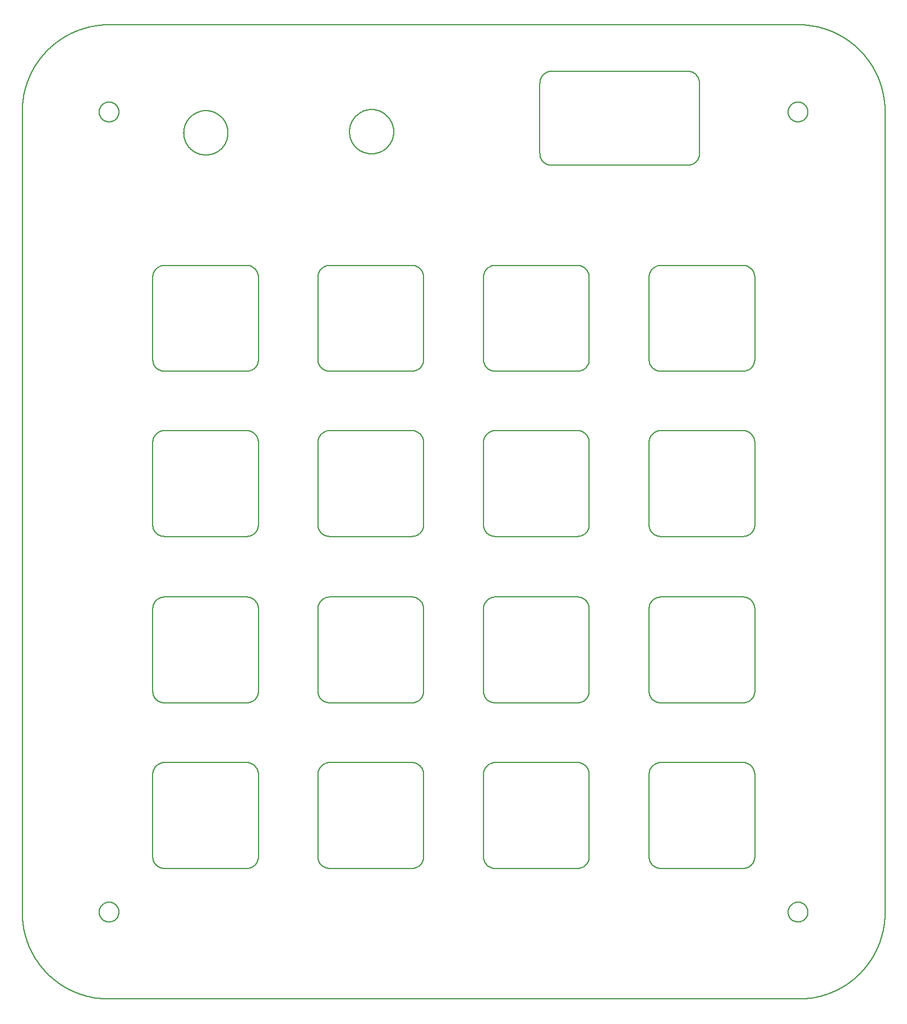
<source format=gm1>
G04 MADE WITH FRITZING*
G04 WWW.FRITZING.ORG*
G04 DOUBLE SIDED*
G04 HOLES PLATED*
G04 CONTOUR ON CENTER OF CONTOUR VECTOR*
%ASAXBY*%
%FSLAX23Y23*%
%MOIN*%
%OFA0B0*%
%SFA1.0B1.0*%
%ADD10C,0.008*%
%LNCONTOUR*%
G90*
G70*
G54D10*
X493Y5786D02*
X494Y5786D01*
X495Y5786D01*
X496Y5786D01*
X497Y5786D01*
X498Y5786D01*
X499Y5786D01*
X500Y5786D01*
X501Y5786D01*
X502Y5786D01*
X503Y5786D01*
X504Y5786D01*
X505Y5786D01*
X506Y5786D01*
X507Y5786D01*
X508Y5786D01*
X509Y5786D01*
X510Y5786D01*
X511Y5786D01*
X512Y5786D01*
X513Y5786D01*
X514Y5786D01*
X515Y5786D01*
X516Y5786D01*
X517Y5786D01*
X518Y5786D01*
X519Y5786D01*
X520Y5786D01*
X521Y5786D01*
X522Y5786D01*
X523Y5786D01*
X524Y5786D01*
X525Y5786D01*
X526Y5786D01*
X527Y5786D01*
X528Y5786D01*
X529Y5786D01*
X530Y5786D01*
X531Y5786D01*
X532Y5786D01*
X533Y5786D01*
X534Y5786D01*
X535Y5786D01*
X536Y5786D01*
X537Y5786D01*
X538Y5786D01*
X539Y5786D01*
X540Y5786D01*
X541Y5786D01*
X542Y5786D01*
X543Y5786D01*
X544Y5786D01*
X545Y5786D01*
X546Y5786D01*
X547Y5786D01*
X548Y5786D01*
X549Y5786D01*
X550Y5786D01*
X551Y5786D01*
X552Y5786D01*
X553Y5786D01*
X554Y5786D01*
X555Y5786D01*
X556Y5786D01*
X557Y5786D01*
X558Y5786D01*
X559Y5786D01*
X560Y5786D01*
X561Y5786D01*
X562Y5786D01*
X563Y5786D01*
X564Y5786D01*
X565Y5786D01*
X566Y5786D01*
X567Y5786D01*
X568Y5786D01*
X569Y5786D01*
X570Y5786D01*
X571Y5786D01*
X572Y5786D01*
X573Y5786D01*
X574Y5786D01*
X575Y5786D01*
X576Y5786D01*
X577Y5786D01*
X578Y5786D01*
X579Y5786D01*
X580Y5786D01*
X581Y5786D01*
X582Y5786D01*
X583Y5786D01*
X584Y5786D01*
X585Y5786D01*
X586Y5786D01*
X587Y5786D01*
X588Y5786D01*
X589Y5786D01*
X590Y5786D01*
X591Y5786D01*
X592Y5786D01*
X593Y5786D01*
X594Y5786D01*
X595Y5786D01*
X596Y5786D01*
X597Y5786D01*
X598Y5786D01*
X599Y5786D01*
X600Y5786D01*
X601Y5786D01*
X602Y5786D01*
X603Y5786D01*
X604Y5786D01*
X605Y5786D01*
X606Y5786D01*
X607Y5786D01*
X608Y5786D01*
X609Y5786D01*
X610Y5786D01*
X611Y5786D01*
X612Y5786D01*
X613Y5786D01*
X614Y5786D01*
X615Y5786D01*
X616Y5786D01*
X617Y5786D01*
X618Y5786D01*
X619Y5786D01*
X620Y5786D01*
X621Y5786D01*
X622Y5786D01*
X623Y5786D01*
X624Y5786D01*
X625Y5786D01*
X626Y5786D01*
X627Y5786D01*
X628Y5786D01*
X629Y5786D01*
X630Y5786D01*
X631Y5786D01*
X632Y5786D01*
X633Y5786D01*
X634Y5786D01*
X635Y5786D01*
X636Y5786D01*
X637Y5786D01*
X638Y5786D01*
X639Y5786D01*
X640Y5786D01*
X641Y5786D01*
X642Y5786D01*
X643Y5786D01*
X644Y5786D01*
X645Y5786D01*
X646Y5786D01*
X647Y5786D01*
X648Y5786D01*
X649Y5786D01*
X650Y5786D01*
X651Y5786D01*
X652Y5786D01*
X653Y5786D01*
X654Y5786D01*
X655Y5786D01*
X656Y5786D01*
X657Y5786D01*
X658Y5786D01*
X659Y5786D01*
X660Y5786D01*
X661Y5786D01*
X662Y5786D01*
X663Y5786D01*
X664Y5786D01*
X665Y5786D01*
X666Y5786D01*
X667Y5786D01*
X668Y5786D01*
X669Y5786D01*
X670Y5786D01*
X671Y5786D01*
X672Y5786D01*
X673Y5786D01*
X674Y5786D01*
X675Y5786D01*
X676Y5786D01*
X677Y5786D01*
X678Y5786D01*
X679Y5786D01*
X680Y5786D01*
X681Y5786D01*
X682Y5786D01*
X683Y5786D01*
X684Y5786D01*
X685Y5786D01*
X686Y5786D01*
X687Y5786D01*
X688Y5786D01*
X689Y5786D01*
X690Y5786D01*
X691Y5786D01*
X692Y5786D01*
X693Y5786D01*
X694Y5786D01*
X695Y5786D01*
X696Y5786D01*
X697Y5786D01*
X698Y5786D01*
X699Y5786D01*
X700Y5786D01*
X701Y5786D01*
X702Y5786D01*
X703Y5786D01*
X704Y5786D01*
X705Y5786D01*
X706Y5786D01*
X707Y5786D01*
X708Y5786D01*
X709Y5786D01*
X710Y5786D01*
X711Y5786D01*
X712Y5786D01*
X713Y5786D01*
X714Y5786D01*
X715Y5786D01*
X716Y5786D01*
X717Y5786D01*
X718Y5786D01*
X719Y5786D01*
X720Y5786D01*
X721Y5786D01*
X722Y5786D01*
X723Y5786D01*
X724Y5786D01*
X725Y5786D01*
X726Y5786D01*
X727Y5786D01*
X728Y5786D01*
X729Y5786D01*
X730Y5786D01*
X731Y5786D01*
X732Y5786D01*
X733Y5786D01*
X734Y5786D01*
X735Y5786D01*
X736Y5786D01*
X737Y5786D01*
X738Y5786D01*
X739Y5786D01*
X740Y5786D01*
X741Y5786D01*
X742Y5786D01*
X743Y5786D01*
X744Y5786D01*
X745Y5786D01*
X746Y5786D01*
X747Y5786D01*
X748Y5786D01*
X749Y5786D01*
X750Y5786D01*
X751Y5786D01*
X752Y5786D01*
X753Y5786D01*
X754Y5786D01*
X755Y5786D01*
X756Y5786D01*
X757Y5786D01*
X758Y5786D01*
X759Y5786D01*
X760Y5786D01*
X761Y5786D01*
X762Y5786D01*
X763Y5786D01*
X764Y5786D01*
X765Y5786D01*
X766Y5786D01*
X767Y5786D01*
X768Y5786D01*
X769Y5786D01*
X770Y5786D01*
X771Y5786D01*
X772Y5786D01*
X773Y5786D01*
X774Y5786D01*
X775Y5786D01*
X776Y5786D01*
X777Y5786D01*
X778Y5786D01*
X779Y5786D01*
X780Y5786D01*
X781Y5786D01*
X782Y5786D01*
X783Y5786D01*
X784Y5786D01*
X785Y5786D01*
X786Y5786D01*
X787Y5786D01*
X788Y5786D01*
X789Y5786D01*
X790Y5786D01*
X791Y5786D01*
X792Y5786D01*
X793Y5786D01*
X794Y5786D01*
X795Y5786D01*
X796Y5786D01*
X797Y5786D01*
X798Y5786D01*
X799Y5786D01*
X800Y5786D01*
X801Y5786D01*
X802Y5786D01*
X803Y5786D01*
X804Y5786D01*
X805Y5786D01*
X806Y5786D01*
X807Y5786D01*
X808Y5786D01*
X809Y5786D01*
X810Y5786D01*
X811Y5786D01*
X812Y5786D01*
X813Y5786D01*
X814Y5786D01*
X815Y5786D01*
X816Y5786D01*
X817Y5786D01*
X818Y5786D01*
X819Y5786D01*
X820Y5786D01*
X821Y5786D01*
X822Y5786D01*
X823Y5786D01*
X824Y5786D01*
X825Y5786D01*
X826Y5786D01*
X827Y5786D01*
X828Y5786D01*
X829Y5786D01*
X830Y5786D01*
X831Y5786D01*
X832Y5786D01*
X833Y5786D01*
X834Y5786D01*
X835Y5786D01*
X836Y5786D01*
X837Y5786D01*
X838Y5786D01*
X839Y5786D01*
X840Y5786D01*
X841Y5786D01*
X842Y5786D01*
X843Y5786D01*
X844Y5786D01*
X845Y5786D01*
X846Y5786D01*
X847Y5786D01*
X848Y5786D01*
X849Y5786D01*
X850Y5786D01*
X851Y5786D01*
X852Y5786D01*
X853Y5786D01*
X854Y5786D01*
X855Y5786D01*
X856Y5786D01*
X857Y5786D01*
X858Y5786D01*
X859Y5786D01*
X860Y5786D01*
X861Y5786D01*
X862Y5786D01*
X863Y5786D01*
X864Y5786D01*
X865Y5786D01*
X866Y5786D01*
X867Y5786D01*
X868Y5786D01*
X869Y5786D01*
X870Y5786D01*
X871Y5786D01*
X872Y5786D01*
X873Y5786D01*
X874Y5786D01*
X875Y5786D01*
X876Y5786D01*
X877Y5786D01*
X878Y5786D01*
X879Y5786D01*
X880Y5786D01*
X881Y5786D01*
X882Y5786D01*
X883Y5786D01*
X884Y5786D01*
X885Y5786D01*
X886Y5786D01*
X887Y5786D01*
X888Y5786D01*
X889Y5786D01*
X890Y5786D01*
X891Y5786D01*
X892Y5786D01*
X893Y5786D01*
X894Y5786D01*
X895Y5786D01*
X896Y5786D01*
X897Y5786D01*
X898Y5786D01*
X899Y5786D01*
X900Y5786D01*
X901Y5786D01*
X902Y5786D01*
X903Y5786D01*
X904Y5786D01*
X905Y5786D01*
X906Y5786D01*
X907Y5786D01*
X908Y5786D01*
X909Y5786D01*
X910Y5786D01*
X911Y5786D01*
X912Y5786D01*
X913Y5786D01*
X914Y5786D01*
X915Y5786D01*
X916Y5786D01*
X917Y5786D01*
X918Y5786D01*
X919Y5786D01*
X920Y5786D01*
X921Y5786D01*
X922Y5786D01*
X923Y5786D01*
X924Y5786D01*
X925Y5786D01*
X926Y5786D01*
X927Y5786D01*
X928Y5786D01*
X929Y5786D01*
X930Y5786D01*
X931Y5786D01*
X932Y5786D01*
X933Y5786D01*
X934Y5786D01*
X935Y5786D01*
X936Y5786D01*
X937Y5786D01*
X938Y5786D01*
X939Y5786D01*
X940Y5786D01*
X941Y5786D01*
X942Y5786D01*
X943Y5786D01*
X944Y5786D01*
X945Y5786D01*
X946Y5786D01*
X947Y5786D01*
X948Y5786D01*
X949Y5786D01*
X950Y5786D01*
X951Y5786D01*
X952Y5786D01*
X953Y5786D01*
X954Y5786D01*
X955Y5786D01*
X956Y5786D01*
X957Y5786D01*
X958Y5786D01*
X959Y5786D01*
X960Y5786D01*
X961Y5786D01*
X962Y5786D01*
X963Y5786D01*
X964Y5786D01*
X965Y5786D01*
X966Y5786D01*
X967Y5786D01*
X968Y5786D01*
X969Y5786D01*
X970Y5786D01*
X971Y5786D01*
X972Y5786D01*
X973Y5786D01*
X974Y5786D01*
X975Y5786D01*
X976Y5786D01*
X977Y5786D01*
X978Y5786D01*
X979Y5786D01*
X980Y5786D01*
X981Y5786D01*
X982Y5786D01*
X983Y5786D01*
X984Y5786D01*
X985Y5786D01*
X986Y5786D01*
X987Y5786D01*
X988Y5786D01*
X989Y5786D01*
X990Y5786D01*
X991Y5786D01*
X992Y5786D01*
X993Y5786D01*
X994Y5786D01*
X995Y5786D01*
X996Y5786D01*
X997Y5786D01*
X998Y5786D01*
X999Y5786D01*
X1000Y5786D01*
X1001Y5786D01*
X1002Y5786D01*
X1003Y5786D01*
X1004Y5786D01*
X1005Y5786D01*
X1006Y5786D01*
X1007Y5786D01*
X1008Y5786D01*
X1009Y5786D01*
X1010Y5786D01*
X1011Y5786D01*
X1012Y5786D01*
X1013Y5786D01*
X1014Y5786D01*
X1015Y5786D01*
X1016Y5786D01*
X1017Y5786D01*
X1018Y5786D01*
X1019Y5786D01*
X1020Y5786D01*
X1021Y5786D01*
X1022Y5786D01*
X1023Y5786D01*
X1024Y5786D01*
X1025Y5786D01*
X1026Y5786D01*
X1027Y5786D01*
X1028Y5786D01*
X1029Y5786D01*
X1030Y5786D01*
X1031Y5786D01*
X1032Y5786D01*
X1033Y5786D01*
X1034Y5786D01*
X1035Y5786D01*
X1036Y5786D01*
X1037Y5786D01*
X1038Y5786D01*
X1039Y5786D01*
X1040Y5786D01*
X1041Y5786D01*
X1042Y5786D01*
X1043Y5786D01*
X1044Y5786D01*
X1045Y5786D01*
X1046Y5786D01*
X1047Y5786D01*
X1048Y5786D01*
X1049Y5786D01*
X1050Y5786D01*
X1051Y5786D01*
X1052Y5786D01*
X1053Y5786D01*
X1054Y5786D01*
X1055Y5786D01*
X1056Y5786D01*
X1057Y5786D01*
X1058Y5786D01*
X1059Y5786D01*
X1060Y5786D01*
X1061Y5786D01*
X1062Y5786D01*
X1063Y5786D01*
X1064Y5786D01*
X1065Y5786D01*
X1066Y5786D01*
X1067Y5786D01*
X1068Y5786D01*
X1069Y5786D01*
X1070Y5786D01*
X1071Y5786D01*
X1072Y5786D01*
X1073Y5786D01*
X1074Y5786D01*
X1075Y5786D01*
X1076Y5786D01*
X1077Y5786D01*
X1078Y5786D01*
X1079Y5786D01*
X1080Y5786D01*
X1081Y5786D01*
X1082Y5786D01*
X1083Y5786D01*
X1084Y5786D01*
X1085Y5786D01*
X1086Y5786D01*
X1087Y5786D01*
X1088Y5786D01*
X1089Y5786D01*
X1090Y5786D01*
X1091Y5786D01*
X1092Y5786D01*
X1093Y5786D01*
X1094Y5786D01*
X1095Y5786D01*
X1096Y5786D01*
X1097Y5786D01*
X1098Y5786D01*
X1099Y5786D01*
X1100Y5786D01*
X1101Y5786D01*
X1102Y5786D01*
X1103Y5786D01*
X1104Y5786D01*
X1105Y5786D01*
X1106Y5786D01*
X1107Y5786D01*
X1108Y5786D01*
X1109Y5786D01*
X1110Y5786D01*
X1111Y5786D01*
X1112Y5786D01*
X1113Y5786D01*
X1114Y5786D01*
X1115Y5786D01*
X1116Y5786D01*
X1117Y5786D01*
X1118Y5786D01*
X1119Y5786D01*
X1120Y5786D01*
X1121Y5786D01*
X1122Y5786D01*
X1123Y5786D01*
X1124Y5786D01*
X1125Y5786D01*
X1126Y5786D01*
X1127Y5786D01*
X1128Y5786D01*
X1129Y5786D01*
X1130Y5786D01*
X1131Y5786D01*
X1132Y5786D01*
X1133Y5786D01*
X1134Y5786D01*
X1135Y5786D01*
X1136Y5786D01*
X1137Y5786D01*
X1138Y5786D01*
X1139Y5786D01*
X1140Y5786D01*
X1141Y5786D01*
X1142Y5786D01*
X1143Y5786D01*
X1144Y5786D01*
X1145Y5786D01*
X1146Y5786D01*
X1147Y5786D01*
X1148Y5786D01*
X1149Y5786D01*
X1150Y5786D01*
X1151Y5786D01*
X1152Y5786D01*
X1153Y5786D01*
X1154Y5786D01*
X1155Y5786D01*
X1156Y5786D01*
X1157Y5786D01*
X1158Y5786D01*
X1159Y5786D01*
X1160Y5786D01*
X1161Y5786D01*
X1162Y5786D01*
X1163Y5786D01*
X1164Y5786D01*
X1165Y5786D01*
X1166Y5786D01*
X1167Y5786D01*
X1168Y5786D01*
X1169Y5786D01*
X1170Y5786D01*
X1171Y5786D01*
X1172Y5786D01*
X1173Y5786D01*
X1174Y5786D01*
X1175Y5786D01*
X1176Y5786D01*
X1177Y5786D01*
X1178Y5786D01*
X1179Y5786D01*
X1180Y5786D01*
X1181Y5786D01*
X1182Y5786D01*
X1183Y5786D01*
X1184Y5786D01*
X1185Y5786D01*
X1186Y5786D01*
X1187Y5786D01*
X1188Y5786D01*
X1189Y5786D01*
X1190Y5786D01*
X1191Y5786D01*
X1192Y5786D01*
X1193Y5786D01*
X1194Y5786D01*
X1195Y5786D01*
X1196Y5786D01*
X1197Y5786D01*
X1198Y5786D01*
X1199Y5786D01*
X1200Y5786D01*
X1201Y5786D01*
X1202Y5786D01*
X1203Y5786D01*
X1204Y5786D01*
X1205Y5786D01*
X1206Y5786D01*
X1207Y5786D01*
X1208Y5786D01*
X1209Y5786D01*
X1210Y5786D01*
X1211Y5786D01*
X1212Y5786D01*
X1213Y5786D01*
X1214Y5786D01*
X1215Y5786D01*
X1216Y5786D01*
X1217Y5786D01*
X1218Y5786D01*
X1219Y5786D01*
X1220Y5786D01*
X1221Y5786D01*
X1222Y5786D01*
X1223Y5786D01*
X1224Y5786D01*
X1225Y5786D01*
X1226Y5786D01*
X1227Y5786D01*
X1228Y5786D01*
X1229Y5786D01*
X1230Y5786D01*
X1231Y5786D01*
X1232Y5786D01*
X1233Y5786D01*
X1234Y5786D01*
X1235Y5786D01*
X1236Y5786D01*
X1237Y5786D01*
X1238Y5786D01*
X1239Y5786D01*
X1240Y5786D01*
X1241Y5786D01*
X1242Y5786D01*
X1243Y5786D01*
X1244Y5786D01*
X1245Y5786D01*
X1246Y5786D01*
X1247Y5786D01*
X1248Y5786D01*
X1249Y5786D01*
X1250Y5786D01*
X1251Y5786D01*
X1252Y5786D01*
X1253Y5786D01*
X1254Y5786D01*
X1255Y5786D01*
X1256Y5786D01*
X1257Y5786D01*
X1258Y5786D01*
X1259Y5786D01*
X1260Y5786D01*
X1261Y5786D01*
X1262Y5786D01*
X1263Y5786D01*
X1264Y5786D01*
X1265Y5786D01*
X1266Y5786D01*
X1267Y5786D01*
X1268Y5786D01*
X1269Y5786D01*
X1270Y5786D01*
X1271Y5786D01*
X1272Y5786D01*
X1273Y5786D01*
X1274Y5786D01*
X1275Y5786D01*
X1276Y5786D01*
X1277Y5786D01*
X1278Y5786D01*
X1279Y5786D01*
X1280Y5786D01*
X1281Y5786D01*
X1282Y5786D01*
X1283Y5786D01*
X1284Y5786D01*
X1285Y5786D01*
X1286Y5786D01*
X1287Y5786D01*
X1288Y5786D01*
X1289Y5786D01*
X1290Y5786D01*
X1291Y5786D01*
X1292Y5786D01*
X1293Y5786D01*
X1294Y5786D01*
X1295Y5786D01*
X1296Y5786D01*
X1297Y5786D01*
X1298Y5786D01*
X1299Y5786D01*
X1300Y5786D01*
X1301Y5786D01*
X1302Y5786D01*
X1303Y5786D01*
X1304Y5786D01*
X1305Y5786D01*
X1306Y5786D01*
X1307Y5786D01*
X1308Y5786D01*
X1309Y5786D01*
X1310Y5786D01*
X1311Y5786D01*
X1312Y5786D01*
X1313Y5786D01*
X1314Y5786D01*
X1315Y5786D01*
X1316Y5786D01*
X1317Y5786D01*
X1318Y5786D01*
X1319Y5786D01*
X1320Y5786D01*
X1321Y5786D01*
X1322Y5786D01*
X1323Y5786D01*
X1324Y5786D01*
X1325Y5786D01*
X1326Y5786D01*
X1327Y5786D01*
X1328Y5786D01*
X1329Y5786D01*
X1330Y5786D01*
X1331Y5786D01*
X1332Y5786D01*
X1333Y5786D01*
X1334Y5786D01*
X1335Y5786D01*
X1336Y5786D01*
X1337Y5786D01*
X1338Y5786D01*
X1339Y5786D01*
X1340Y5786D01*
X1341Y5786D01*
X1342Y5786D01*
X1343Y5786D01*
X1344Y5786D01*
X1345Y5786D01*
X1346Y5786D01*
X1347Y5786D01*
X1348Y5786D01*
X1349Y5786D01*
X1350Y5786D01*
X1351Y5786D01*
X1352Y5786D01*
X1353Y5786D01*
X1354Y5786D01*
X1355Y5786D01*
X1356Y5786D01*
X1357Y5786D01*
X1358Y5786D01*
X1359Y5786D01*
X1360Y5786D01*
X1361Y5786D01*
X1362Y5786D01*
X1363Y5786D01*
X1364Y5786D01*
X1365Y5786D01*
X1366Y5786D01*
X1367Y5786D01*
X1368Y5786D01*
X1369Y5786D01*
X1370Y5786D01*
X1371Y5786D01*
X1372Y5786D01*
X1373Y5786D01*
X1374Y5786D01*
X1375Y5786D01*
X1376Y5786D01*
X1377Y5786D01*
X1378Y5786D01*
X1379Y5786D01*
X1380Y5786D01*
X1381Y5786D01*
X1382Y5786D01*
X1383Y5786D01*
X1384Y5786D01*
X1385Y5786D01*
X1386Y5786D01*
X1387Y5786D01*
X1388Y5786D01*
X1389Y5786D01*
X1390Y5786D01*
X1391Y5786D01*
X1392Y5786D01*
X1393Y5786D01*
X1394Y5786D01*
X1395Y5786D01*
X1396Y5786D01*
X1397Y5786D01*
X1398Y5786D01*
X1399Y5786D01*
X1400Y5786D01*
X1401Y5786D01*
X1402Y5786D01*
X1403Y5786D01*
X1404Y5786D01*
X1405Y5786D01*
X1406Y5786D01*
X1407Y5786D01*
X1408Y5786D01*
X1409Y5786D01*
X1410Y5786D01*
X1411Y5786D01*
X1412Y5786D01*
X1413Y5786D01*
X1414Y5786D01*
X1415Y5786D01*
X1416Y5786D01*
X1417Y5786D01*
X1418Y5786D01*
X1419Y5786D01*
X1420Y5786D01*
X1421Y5786D01*
X1422Y5786D01*
X1423Y5786D01*
X1424Y5786D01*
X1425Y5786D01*
X1426Y5786D01*
X1427Y5786D01*
X1428Y5786D01*
X1429Y5786D01*
X1430Y5786D01*
X1431Y5786D01*
X1432Y5786D01*
X1433Y5786D01*
X1434Y5786D01*
X1435Y5786D01*
X1436Y5786D01*
X1437Y5786D01*
X1438Y5786D01*
X1439Y5786D01*
X1440Y5786D01*
X1441Y5786D01*
X1442Y5786D01*
X1443Y5786D01*
X1444Y5786D01*
X1445Y5786D01*
X1446Y5786D01*
X1447Y5786D01*
X1448Y5786D01*
X1449Y5786D01*
X1450Y5786D01*
X1451Y5786D01*
X1452Y5786D01*
X1453Y5786D01*
X1454Y5786D01*
X1455Y5786D01*
X1456Y5786D01*
X1457Y5786D01*
X1458Y5786D01*
X1459Y5786D01*
X1460Y5786D01*
X1461Y5786D01*
X1462Y5786D01*
X1463Y5786D01*
X1464Y5786D01*
X1465Y5786D01*
X1466Y5786D01*
X1467Y5786D01*
X1468Y5786D01*
X1469Y5786D01*
X1470Y5786D01*
X1471Y5786D01*
X1472Y5786D01*
X1473Y5786D01*
X1474Y5786D01*
X1475Y5786D01*
X1476Y5786D01*
X1477Y5786D01*
X1478Y5786D01*
X1479Y5786D01*
X1480Y5786D01*
X1481Y5786D01*
X1482Y5786D01*
X1483Y5786D01*
X1484Y5786D01*
X1485Y5786D01*
X1486Y5786D01*
X1487Y5786D01*
X1488Y5786D01*
X1489Y5786D01*
X1490Y5786D01*
X1491Y5786D01*
X1492Y5786D01*
X1493Y5786D01*
X1494Y5786D01*
X1495Y5786D01*
X1496Y5786D01*
X1497Y5786D01*
X1498Y5786D01*
X1499Y5786D01*
X1500Y5786D01*
X1501Y5786D01*
X1502Y5786D01*
X1503Y5786D01*
X1504Y5786D01*
X1505Y5786D01*
X1506Y5786D01*
X1507Y5786D01*
X1508Y5786D01*
X1509Y5786D01*
X1510Y5786D01*
X1511Y5786D01*
X1512Y5786D01*
X1513Y5786D01*
X1514Y5786D01*
X1515Y5786D01*
X1516Y5786D01*
X1517Y5786D01*
X1518Y5786D01*
X1519Y5786D01*
X1520Y5786D01*
X1521Y5786D01*
X1522Y5786D01*
X1523Y5786D01*
X1524Y5786D01*
X1525Y5786D01*
X1526Y5786D01*
X1527Y5786D01*
X1528Y5786D01*
X1529Y5786D01*
X1530Y5786D01*
X1531Y5786D01*
X1532Y5786D01*
X1533Y5786D01*
X1534Y5786D01*
X1535Y5786D01*
X1536Y5786D01*
X1537Y5786D01*
X1538Y5786D01*
X1539Y5786D01*
X1540Y5786D01*
X1541Y5786D01*
X1542Y5786D01*
X1543Y5786D01*
X1544Y5786D01*
X1545Y5786D01*
X1546Y5786D01*
X1547Y5786D01*
X1548Y5786D01*
X1549Y5786D01*
X1550Y5786D01*
X1551Y5786D01*
X1552Y5786D01*
X1553Y5786D01*
X1554Y5786D01*
X1555Y5786D01*
X1556Y5786D01*
X1557Y5786D01*
X1558Y5786D01*
X1559Y5786D01*
X1560Y5786D01*
X1561Y5786D01*
X1562Y5786D01*
X1563Y5786D01*
X1564Y5786D01*
X1565Y5786D01*
X1566Y5786D01*
X1567Y5786D01*
X1568Y5786D01*
X1569Y5786D01*
X1570Y5786D01*
X1571Y5786D01*
X1572Y5786D01*
X1573Y5786D01*
X1574Y5786D01*
X1575Y5786D01*
X1576Y5786D01*
X1577Y5786D01*
X1578Y5786D01*
X1579Y5786D01*
X1580Y5786D01*
X1581Y5786D01*
X1582Y5786D01*
X1583Y5786D01*
X1584Y5786D01*
X1585Y5786D01*
X1586Y5786D01*
X1587Y5786D01*
X1588Y5786D01*
X1589Y5786D01*
X1590Y5786D01*
X1591Y5786D01*
X1592Y5786D01*
X1593Y5786D01*
X1594Y5786D01*
X1595Y5786D01*
X1596Y5786D01*
X1597Y5786D01*
X1598Y5786D01*
X1599Y5786D01*
X1600Y5786D01*
X1601Y5786D01*
X1602Y5786D01*
X1603Y5786D01*
X1604Y5786D01*
X1605Y5786D01*
X1606Y5786D01*
X1607Y5786D01*
X1608Y5786D01*
X1609Y5786D01*
X1610Y5786D01*
X1611Y5786D01*
X1612Y5786D01*
X1613Y5786D01*
X1614Y5786D01*
X1615Y5786D01*
X1616Y5786D01*
X1617Y5786D01*
X1618Y5786D01*
X1619Y5786D01*
X1620Y5786D01*
X1621Y5786D01*
X1622Y5786D01*
X1623Y5786D01*
X1624Y5786D01*
X1625Y5786D01*
X1626Y5786D01*
X1627Y5786D01*
X1628Y5786D01*
X1629Y5786D01*
X1630Y5786D01*
X1631Y5786D01*
X1632Y5786D01*
X1633Y5786D01*
X1634Y5786D01*
X1635Y5786D01*
X1636Y5786D01*
X1637Y5786D01*
X1638Y5786D01*
X1639Y5786D01*
X1640Y5786D01*
X1641Y5786D01*
X1642Y5786D01*
X1643Y5786D01*
X1644Y5786D01*
X1645Y5786D01*
X1646Y5786D01*
X1647Y5786D01*
X1648Y5786D01*
X1649Y5786D01*
X1650Y5786D01*
X1651Y5786D01*
X1652Y5786D01*
X1653Y5786D01*
X1654Y5786D01*
X1655Y5786D01*
X1656Y5786D01*
X1657Y5786D01*
X1658Y5786D01*
X1659Y5786D01*
X1660Y5786D01*
X1661Y5786D01*
X1662Y5786D01*
X1663Y5786D01*
X1664Y5786D01*
X1665Y5786D01*
X1666Y5786D01*
X1667Y5786D01*
X1668Y5786D01*
X1669Y5786D01*
X1670Y5786D01*
X1671Y5786D01*
X1672Y5786D01*
X1673Y5786D01*
X1674Y5786D01*
X1675Y5786D01*
X1676Y5786D01*
X1677Y5786D01*
X1678Y5786D01*
X1679Y5786D01*
X1680Y5786D01*
X1681Y5786D01*
X1682Y5786D01*
X1683Y5786D01*
X1684Y5786D01*
X1685Y5786D01*
X1686Y5786D01*
X1687Y5786D01*
X1688Y5786D01*
X1689Y5786D01*
X1690Y5786D01*
X1691Y5786D01*
X1692Y5786D01*
X1693Y5786D01*
X1694Y5786D01*
X1695Y5786D01*
X1696Y5786D01*
X1697Y5786D01*
X1698Y5786D01*
X1699Y5786D01*
X1700Y5786D01*
X1701Y5786D01*
X1702Y5786D01*
X1703Y5786D01*
X1704Y5786D01*
X1705Y5786D01*
X1706Y5786D01*
X1707Y5786D01*
X1708Y5786D01*
X1709Y5786D01*
X1710Y5786D01*
X1711Y5786D01*
X1712Y5786D01*
X1713Y5786D01*
X1714Y5786D01*
X1715Y5786D01*
X1716Y5786D01*
X1717Y5786D01*
X1718Y5786D01*
X1719Y5786D01*
X1720Y5786D01*
X1721Y5786D01*
X1722Y5786D01*
X1723Y5786D01*
X1724Y5786D01*
X1725Y5786D01*
X1726Y5786D01*
X1727Y5786D01*
X1728Y5786D01*
X1729Y5786D01*
X1730Y5786D01*
X1731Y5786D01*
X1732Y5786D01*
X1733Y5786D01*
X1734Y5786D01*
X1735Y5786D01*
X1736Y5786D01*
X1737Y5786D01*
X1738Y5786D01*
X1739Y5786D01*
X1740Y5786D01*
X1741Y5786D01*
X1742Y5786D01*
X1743Y5786D01*
X1744Y5786D01*
X1745Y5786D01*
X1746Y5786D01*
X1747Y5786D01*
X1748Y5786D01*
X1749Y5786D01*
X1750Y5786D01*
X1751Y5786D01*
X1752Y5786D01*
X1753Y5786D01*
X1754Y5786D01*
X1755Y5786D01*
X1756Y5786D01*
X1757Y5786D01*
X1758Y5786D01*
X1759Y5786D01*
X1760Y5786D01*
X1761Y5786D01*
X1762Y5786D01*
X1763Y5786D01*
X1764Y5786D01*
X1765Y5786D01*
X1766Y5786D01*
X1767Y5786D01*
X1768Y5786D01*
X1769Y5786D01*
X1770Y5786D01*
X1771Y5786D01*
X1772Y5786D01*
X1773Y5786D01*
X1774Y5786D01*
X1775Y5786D01*
X1776Y5786D01*
X1777Y5786D01*
X1778Y5786D01*
X1779Y5786D01*
X1780Y5786D01*
X1781Y5786D01*
X1782Y5786D01*
X1783Y5786D01*
X1784Y5786D01*
X1785Y5786D01*
X1786Y5786D01*
X1787Y5786D01*
X1788Y5786D01*
X1789Y5786D01*
X1790Y5786D01*
X1791Y5786D01*
X1792Y5786D01*
X1793Y5786D01*
X1794Y5786D01*
X1795Y5786D01*
X1796Y5786D01*
X1797Y5786D01*
X1798Y5786D01*
X1799Y5786D01*
X1800Y5786D01*
X1801Y5786D01*
X1802Y5786D01*
X1803Y5786D01*
X1804Y5786D01*
X1805Y5786D01*
X1806Y5786D01*
X1807Y5786D01*
X1808Y5786D01*
X1809Y5786D01*
X1810Y5786D01*
X1811Y5786D01*
X1812Y5786D01*
X1813Y5786D01*
X1814Y5786D01*
X1815Y5786D01*
X1816Y5786D01*
X1817Y5786D01*
X1818Y5786D01*
X1819Y5786D01*
X1820Y5786D01*
X1821Y5786D01*
X1822Y5786D01*
X1823Y5786D01*
X1824Y5786D01*
X1825Y5786D01*
X1826Y5786D01*
X1827Y5786D01*
X1828Y5786D01*
X1829Y5786D01*
X1830Y5786D01*
X1831Y5786D01*
X1832Y5786D01*
X1833Y5786D01*
X1834Y5786D01*
X1835Y5786D01*
X1836Y5786D01*
X1837Y5786D01*
X1838Y5786D01*
X1839Y5786D01*
X1840Y5786D01*
X1841Y5786D01*
X1842Y5786D01*
X1843Y5786D01*
X1844Y5786D01*
X1845Y5786D01*
X1846Y5786D01*
X1847Y5786D01*
X1848Y5786D01*
X1849Y5786D01*
X1850Y5786D01*
X1851Y5786D01*
X1852Y5786D01*
X1853Y5786D01*
X1854Y5786D01*
X1855Y5786D01*
X1856Y5786D01*
X1857Y5786D01*
X1858Y5786D01*
X1859Y5786D01*
X1860Y5786D01*
X1861Y5786D01*
X1862Y5786D01*
X1863Y5786D01*
X1864Y5786D01*
X1865Y5786D01*
X1866Y5786D01*
X1867Y5786D01*
X1868Y5786D01*
X1869Y5786D01*
X1870Y5786D01*
X1871Y5786D01*
X1872Y5786D01*
X1873Y5786D01*
X1874Y5786D01*
X1875Y5786D01*
X1876Y5786D01*
X1877Y5786D01*
X1878Y5786D01*
X1879Y5786D01*
X1880Y5786D01*
X1881Y5786D01*
X1882Y5786D01*
X1883Y5786D01*
X1884Y5786D01*
X1885Y5786D01*
X1886Y5786D01*
X1887Y5786D01*
X1888Y5786D01*
X1889Y5786D01*
X1890Y5786D01*
X1891Y5786D01*
X1892Y5786D01*
X1893Y5786D01*
X1894Y5786D01*
X1895Y5786D01*
X1896Y5786D01*
X1897Y5786D01*
X1898Y5786D01*
X1899Y5786D01*
X1900Y5786D01*
X1901Y5786D01*
X1902Y5786D01*
X1903Y5786D01*
X1904Y5786D01*
X1905Y5786D01*
X1906Y5786D01*
X1907Y5786D01*
X1908Y5786D01*
X1909Y5786D01*
X1910Y5786D01*
X1911Y5786D01*
X1912Y5786D01*
X1913Y5786D01*
X1914Y5786D01*
X1915Y5786D01*
X1916Y5786D01*
X1917Y5786D01*
X1918Y5786D01*
X1919Y5786D01*
X1920Y5786D01*
X1921Y5786D01*
X1922Y5786D01*
X1923Y5786D01*
X1924Y5786D01*
X1925Y5786D01*
X1926Y5786D01*
X1927Y5786D01*
X1928Y5786D01*
X1929Y5786D01*
X1930Y5786D01*
X1931Y5786D01*
X1932Y5786D01*
X1933Y5786D01*
X1934Y5786D01*
X1935Y5786D01*
X1936Y5786D01*
X1937Y5786D01*
X1938Y5786D01*
X1939Y5786D01*
X1940Y5786D01*
X1941Y5786D01*
X1942Y5786D01*
X1943Y5786D01*
X1944Y5786D01*
X1945Y5786D01*
X1946Y5786D01*
X1947Y5786D01*
X1948Y5786D01*
X1949Y5786D01*
X1950Y5786D01*
X1951Y5786D01*
X1952Y5786D01*
X1953Y5786D01*
X1954Y5786D01*
X1955Y5786D01*
X1956Y5786D01*
X1957Y5786D01*
X1958Y5786D01*
X1959Y5786D01*
X1960Y5786D01*
X1961Y5786D01*
X1962Y5786D01*
X1963Y5786D01*
X1964Y5786D01*
X1965Y5786D01*
X1966Y5786D01*
X1967Y5786D01*
X1968Y5786D01*
X1969Y5786D01*
X1970Y5786D01*
X1971Y5786D01*
X1972Y5786D01*
X1973Y5786D01*
X1974Y5786D01*
X1975Y5786D01*
X1976Y5786D01*
X1977Y5786D01*
X1978Y5786D01*
X1979Y5786D01*
X1980Y5786D01*
X1981Y5786D01*
X1982Y5786D01*
X1983Y5786D01*
X1984Y5786D01*
X1985Y5786D01*
X1986Y5786D01*
X1987Y5786D01*
X1988Y5786D01*
X1989Y5786D01*
X1990Y5786D01*
X1991Y5786D01*
X1992Y5786D01*
X1993Y5786D01*
X1994Y5786D01*
X1995Y5786D01*
X1996Y5786D01*
X1997Y5786D01*
X1998Y5786D01*
X1999Y5786D01*
X2000Y5786D01*
X2001Y5786D01*
X2002Y5786D01*
X2003Y5786D01*
X2004Y5786D01*
X2005Y5786D01*
X2006Y5786D01*
X2007Y5786D01*
X2008Y5786D01*
X2009Y5786D01*
X2010Y5786D01*
X2011Y5786D01*
X2012Y5786D01*
X2013Y5786D01*
X2014Y5786D01*
X2015Y5786D01*
X2016Y5786D01*
X2017Y5786D01*
X2018Y5786D01*
X2019Y5786D01*
X2020Y5786D01*
X2021Y5786D01*
X2022Y5786D01*
X2023Y5786D01*
X2024Y5786D01*
X2025Y5786D01*
X2026Y5786D01*
X2027Y5786D01*
X2028Y5786D01*
X2029Y5786D01*
X2030Y5786D01*
X2031Y5786D01*
X2032Y5786D01*
X2033Y5786D01*
X2034Y5786D01*
X2035Y5786D01*
X2036Y5786D01*
X2037Y5786D01*
X2038Y5786D01*
X2039Y5786D01*
X2040Y5786D01*
X2041Y5786D01*
X2042Y5786D01*
X2043Y5786D01*
X2044Y5786D01*
X2045Y5786D01*
X2046Y5786D01*
X2047Y5786D01*
X2048Y5786D01*
X2049Y5786D01*
X2050Y5786D01*
X2051Y5786D01*
X2052Y5786D01*
X2053Y5786D01*
X2054Y5786D01*
X2055Y5786D01*
X2056Y5786D01*
X2057Y5786D01*
X2058Y5786D01*
X2059Y5786D01*
X2060Y5786D01*
X2061Y5786D01*
X2062Y5786D01*
X2063Y5786D01*
X2064Y5786D01*
X2065Y5786D01*
X2066Y5786D01*
X2067Y5786D01*
X2068Y5786D01*
X2069Y5786D01*
X2070Y5786D01*
X2071Y5786D01*
X2072Y5786D01*
X2073Y5786D01*
X2074Y5786D01*
X2075Y5786D01*
X2076Y5786D01*
X2077Y5786D01*
X2078Y5786D01*
X2079Y5786D01*
X2080Y5786D01*
X2081Y5786D01*
X2082Y5786D01*
X2083Y5786D01*
X2084Y5786D01*
X2085Y5786D01*
X2086Y5786D01*
X2087Y5786D01*
X2088Y5786D01*
X2089Y5786D01*
X2090Y5786D01*
X2091Y5786D01*
X2092Y5786D01*
X2093Y5786D01*
X2094Y5786D01*
X2095Y5786D01*
X2096Y5786D01*
X2097Y5786D01*
X2098Y5786D01*
X2099Y5786D01*
X2100Y5786D01*
X2101Y5786D01*
X2102Y5786D01*
X2103Y5786D01*
X2104Y5786D01*
X2105Y5786D01*
X2106Y5786D01*
X2107Y5786D01*
X2108Y5786D01*
X2109Y5786D01*
X2110Y5786D01*
X2111Y5786D01*
X2112Y5786D01*
X2113Y5786D01*
X2114Y5786D01*
X2115Y5786D01*
X2116Y5786D01*
X2117Y5786D01*
X2118Y5786D01*
X2119Y5786D01*
X2120Y5786D01*
X2121Y5786D01*
X2122Y5786D01*
X2123Y5786D01*
X2124Y5786D01*
X2125Y5786D01*
X2126Y5786D01*
X2127Y5786D01*
X2128Y5786D01*
X2129Y5786D01*
X2130Y5786D01*
X2131Y5786D01*
X2132Y5786D01*
X2133Y5786D01*
X2134Y5786D01*
X2135Y5786D01*
X2136Y5786D01*
X2137Y5786D01*
X2138Y5786D01*
X2139Y5786D01*
X2140Y5786D01*
X2141Y5786D01*
X2142Y5786D01*
X2143Y5786D01*
X2144Y5786D01*
X2145Y5786D01*
X2146Y5786D01*
X2147Y5786D01*
X2148Y5786D01*
X2149Y5786D01*
X2150Y5786D01*
X2151Y5786D01*
X2152Y5786D01*
X2153Y5786D01*
X2154Y5786D01*
X2155Y5786D01*
X2156Y5786D01*
X2157Y5786D01*
X2158Y5786D01*
X2159Y5786D01*
X2160Y5786D01*
X2161Y5786D01*
X2162Y5786D01*
X2163Y5786D01*
X2164Y5786D01*
X2165Y5786D01*
X2166Y5786D01*
X2167Y5786D01*
X2168Y5786D01*
X2169Y5786D01*
X2170Y5786D01*
X2171Y5786D01*
X2172Y5786D01*
X2173Y5786D01*
X2174Y5786D01*
X2175Y5786D01*
X2176Y5786D01*
X2177Y5786D01*
X2178Y5786D01*
X2179Y5786D01*
X2180Y5786D01*
X2181Y5786D01*
X2182Y5786D01*
X2183Y5786D01*
X2184Y5786D01*
X2185Y5786D01*
X2186Y5786D01*
X2187Y5786D01*
X2188Y5786D01*
X2189Y5786D01*
X2190Y5786D01*
X2191Y5786D01*
X2192Y5786D01*
X2193Y5786D01*
X2194Y5786D01*
X2195Y5786D01*
X2196Y5786D01*
X2197Y5786D01*
X2198Y5786D01*
X2199Y5786D01*
X2200Y5786D01*
X2201Y5786D01*
X2202Y5786D01*
X2203Y5786D01*
X2204Y5786D01*
X2205Y5786D01*
X2206Y5786D01*
X2207Y5786D01*
X2208Y5786D01*
X2209Y5786D01*
X2210Y5786D01*
X2211Y5786D01*
X2212Y5786D01*
X2213Y5786D01*
X2214Y5786D01*
X2215Y5786D01*
X2216Y5786D01*
X2217Y5786D01*
X2218Y5786D01*
X2219Y5786D01*
X2220Y5786D01*
X2221Y5786D01*
X2222Y5786D01*
X2223Y5786D01*
X2224Y5786D01*
X2225Y5786D01*
X2226Y5786D01*
X2227Y5786D01*
X2228Y5786D01*
X2229Y5786D01*
X2230Y5786D01*
X2231Y5786D01*
X2232Y5786D01*
X2233Y5786D01*
X2234Y5786D01*
X2235Y5786D01*
X2236Y5786D01*
X2237Y5786D01*
X2238Y5786D01*
X2239Y5786D01*
X2240Y5786D01*
X2241Y5786D01*
X2242Y5786D01*
X2243Y5786D01*
X2244Y5786D01*
X2245Y5786D01*
X2246Y5786D01*
X2247Y5786D01*
X2248Y5786D01*
X2249Y5786D01*
X2250Y5786D01*
X2251Y5786D01*
X2252Y5786D01*
X2253Y5786D01*
X2254Y5786D01*
X2255Y5786D01*
X2256Y5786D01*
X2257Y5786D01*
X2258Y5786D01*
X2259Y5786D01*
X2260Y5786D01*
X2261Y5786D01*
X2262Y5786D01*
X2263Y5786D01*
X2264Y5786D01*
X2265Y5786D01*
X2266Y5786D01*
X2267Y5786D01*
X2268Y5786D01*
X2269Y5786D01*
X2270Y5786D01*
X2271Y5786D01*
X2272Y5786D01*
X2273Y5786D01*
X2274Y5786D01*
X2275Y5786D01*
X2276Y5786D01*
X2277Y5786D01*
X2278Y5786D01*
X2279Y5786D01*
X2280Y5786D01*
X2281Y5786D01*
X2282Y5786D01*
X2283Y5786D01*
X2284Y5786D01*
X2285Y5786D01*
X2286Y5786D01*
X2287Y5786D01*
X2288Y5786D01*
X2289Y5786D01*
X2290Y5786D01*
X2291Y5786D01*
X2292Y5786D01*
X2293Y5786D01*
X2294Y5786D01*
X2295Y5786D01*
X2296Y5786D01*
X2297Y5786D01*
X2298Y5786D01*
X2299Y5786D01*
X2300Y5786D01*
X2301Y5786D01*
X2302Y5786D01*
X2303Y5786D01*
X2304Y5786D01*
X2305Y5786D01*
X2306Y5786D01*
X2307Y5786D01*
X2308Y5786D01*
X2309Y5786D01*
X2310Y5786D01*
X2311Y5786D01*
X2312Y5786D01*
X2313Y5786D01*
X2314Y5786D01*
X2315Y5786D01*
X2316Y5786D01*
X2317Y5786D01*
X2318Y5786D01*
X2319Y5786D01*
X2320Y5786D01*
X2321Y5786D01*
X2322Y5786D01*
X2323Y5786D01*
X2324Y5786D01*
X2325Y5786D01*
X2326Y5786D01*
X2327Y5786D01*
X2328Y5786D01*
X2329Y5786D01*
X2330Y5786D01*
X2331Y5786D01*
X2332Y5786D01*
X2333Y5786D01*
X2334Y5786D01*
X2335Y5786D01*
X2336Y5786D01*
X2337Y5786D01*
X2338Y5786D01*
X2339Y5786D01*
X2340Y5786D01*
X2341Y5786D01*
X2342Y5786D01*
X2343Y5786D01*
X2344Y5786D01*
X2345Y5786D01*
X2346Y5786D01*
X2347Y5786D01*
X2348Y5786D01*
X2349Y5786D01*
X2350Y5786D01*
X2351Y5786D01*
X2352Y5786D01*
X2353Y5786D01*
X2354Y5786D01*
X2355Y5786D01*
X2356Y5786D01*
X2357Y5786D01*
X2358Y5786D01*
X2359Y5786D01*
X2360Y5786D01*
X2361Y5786D01*
X2362Y5786D01*
X2363Y5786D01*
X2364Y5786D01*
X2365Y5786D01*
X2366Y5786D01*
X2367Y5786D01*
X2368Y5786D01*
X2369Y5786D01*
X2370Y5786D01*
X2371Y5786D01*
X2372Y5786D01*
X2373Y5786D01*
X2374Y5786D01*
X2375Y5786D01*
X2376Y5786D01*
X2377Y5786D01*
X2378Y5786D01*
X2379Y5786D01*
X2380Y5786D01*
X2381Y5786D01*
X2382Y5786D01*
X2383Y5786D01*
X2384Y5786D01*
X2385Y5786D01*
X2386Y5786D01*
X2387Y5786D01*
X2388Y5786D01*
X2389Y5786D01*
X2390Y5786D01*
X2391Y5786D01*
X2392Y5786D01*
X2393Y5786D01*
X2394Y5786D01*
X2395Y5786D01*
X2396Y5786D01*
X2397Y5786D01*
X2398Y5786D01*
X2399Y5786D01*
X2400Y5786D01*
X2401Y5786D01*
X2402Y5786D01*
X2403Y5786D01*
X2404Y5786D01*
X2405Y5786D01*
X2406Y5786D01*
X2407Y5786D01*
X2408Y5786D01*
X2409Y5786D01*
X2410Y5786D01*
X2411Y5786D01*
X2412Y5786D01*
X2413Y5786D01*
X2414Y5786D01*
X2415Y5786D01*
X2416Y5786D01*
X2417Y5786D01*
X2418Y5786D01*
X2419Y5786D01*
X2420Y5786D01*
X2421Y5786D01*
X2422Y5786D01*
X2423Y5786D01*
X2424Y5786D01*
X2425Y5786D01*
X2426Y5786D01*
X2427Y5786D01*
X2428Y5786D01*
X2429Y5786D01*
X2430Y5786D01*
X2431Y5786D01*
X2432Y5786D01*
X2433Y5786D01*
X2434Y5786D01*
X2435Y5786D01*
X2436Y5786D01*
X2437Y5786D01*
X2438Y5786D01*
X2439Y5786D01*
X2440Y5786D01*
X2441Y5786D01*
X2442Y5786D01*
X2443Y5786D01*
X2444Y5786D01*
X2445Y5786D01*
X2446Y5786D01*
X2447Y5786D01*
X2448Y5786D01*
X2449Y5786D01*
X2450Y5786D01*
X2451Y5786D01*
X2452Y5786D01*
X2453Y5786D01*
X2454Y5786D01*
X2455Y5786D01*
X2456Y5786D01*
X2457Y5786D01*
X2458Y5786D01*
X2459Y5786D01*
X2460Y5786D01*
X2461Y5786D01*
X2462Y5786D01*
X2463Y5786D01*
X2464Y5786D01*
X2465Y5786D01*
X2466Y5786D01*
X2467Y5786D01*
X2468Y5786D01*
X2469Y5786D01*
X2470Y5786D01*
X2471Y5786D01*
X2472Y5786D01*
X2473Y5786D01*
X2474Y5786D01*
X2475Y5786D01*
X2476Y5786D01*
X2477Y5786D01*
X2478Y5786D01*
X2479Y5786D01*
X2480Y5786D01*
X2481Y5786D01*
X2482Y5786D01*
X2483Y5786D01*
X2484Y5786D01*
X2485Y5786D01*
X2486Y5786D01*
X2487Y5786D01*
X2488Y5786D01*
X2489Y5786D01*
X2490Y5786D01*
X2491Y5786D01*
X2492Y5786D01*
X2493Y5786D01*
X2494Y5786D01*
X2495Y5786D01*
X2496Y5786D01*
X2497Y5786D01*
X2498Y5786D01*
X2499Y5786D01*
X2500Y5786D01*
X2501Y5786D01*
X2502Y5786D01*
X2503Y5786D01*
X2504Y5786D01*
X2505Y5786D01*
X2506Y5786D01*
X2507Y5786D01*
X2508Y5786D01*
X2509Y5786D01*
X2510Y5786D01*
X2511Y5786D01*
X2512Y5786D01*
X2513Y5786D01*
X2514Y5786D01*
X2515Y5786D01*
X2516Y5786D01*
X2517Y5786D01*
X2518Y5786D01*
X2519Y5786D01*
X2520Y5786D01*
X2521Y5786D01*
X2522Y5786D01*
X2523Y5786D01*
X2524Y5786D01*
X2525Y5786D01*
X2526Y5786D01*
X2527Y5786D01*
X2528Y5786D01*
X2529Y5786D01*
X2530Y5786D01*
X2531Y5786D01*
X2532Y5786D01*
X2533Y5786D01*
X2534Y5786D01*
X2535Y5786D01*
X2536Y5786D01*
X2537Y5786D01*
X2538Y5786D01*
X2539Y5786D01*
X2540Y5786D01*
X2541Y5786D01*
X2542Y5786D01*
X2543Y5786D01*
X2544Y5786D01*
X2545Y5786D01*
X2546Y5786D01*
X2547Y5786D01*
X2548Y5786D01*
X2549Y5786D01*
X2550Y5786D01*
X2551Y5786D01*
X2552Y5786D01*
X2553Y5786D01*
X2554Y5786D01*
X2555Y5786D01*
X2556Y5786D01*
X2557Y5786D01*
X2558Y5786D01*
X2559Y5786D01*
X2560Y5786D01*
X2561Y5786D01*
X2562Y5786D01*
X2563Y5786D01*
X2564Y5786D01*
X2565Y5786D01*
X2566Y5786D01*
X2567Y5786D01*
X2568Y5786D01*
X2569Y5786D01*
X2570Y5786D01*
X2571Y5786D01*
X2572Y5786D01*
X2573Y5786D01*
X2574Y5786D01*
X2575Y5786D01*
X2576Y5786D01*
X2577Y5786D01*
X2578Y5786D01*
X2579Y5786D01*
X2580Y5786D01*
X2581Y5786D01*
X2582Y5786D01*
X2583Y5786D01*
X2584Y5786D01*
X2585Y5786D01*
X2586Y5786D01*
X2587Y5786D01*
X2588Y5786D01*
X2589Y5786D01*
X2590Y5786D01*
X2591Y5786D01*
X2592Y5786D01*
X2593Y5786D01*
X2594Y5786D01*
X2595Y5786D01*
X2596Y5786D01*
X2597Y5786D01*
X2598Y5786D01*
X2599Y5786D01*
X2600Y5786D01*
X2601Y5786D01*
X2602Y5786D01*
X2603Y5786D01*
X2604Y5786D01*
X2605Y5786D01*
X2606Y5786D01*
X2607Y5786D01*
X2608Y5786D01*
X2609Y5786D01*
X2610Y5786D01*
X2611Y5786D01*
X2612Y5786D01*
X2613Y5786D01*
X2614Y5786D01*
X2615Y5786D01*
X2616Y5786D01*
X2617Y5786D01*
X2618Y5786D01*
X2619Y5786D01*
X2620Y5786D01*
X2621Y5786D01*
X2622Y5786D01*
X2623Y5786D01*
X2624Y5786D01*
X2625Y5786D01*
X2626Y5786D01*
X2627Y5786D01*
X2628Y5786D01*
X2629Y5786D01*
X2630Y5786D01*
X2631Y5786D01*
X2632Y5786D01*
X2633Y5786D01*
X2634Y5786D01*
X2635Y5786D01*
X2636Y5786D01*
X2637Y5786D01*
X2638Y5786D01*
X2639Y5786D01*
X2640Y5786D01*
X2641Y5786D01*
X2642Y5786D01*
X2643Y5786D01*
X2644Y5786D01*
X2645Y5786D01*
X2646Y5786D01*
X2647Y5786D01*
X2648Y5786D01*
X2649Y5786D01*
X2650Y5786D01*
X2651Y5786D01*
X2652Y5786D01*
X2653Y5786D01*
X2654Y5786D01*
X2655Y5786D01*
X2656Y5786D01*
X2657Y5786D01*
X2658Y5786D01*
X2659Y5786D01*
X2660Y5786D01*
X2661Y5786D01*
X2662Y5786D01*
X2663Y5786D01*
X2664Y5786D01*
X2665Y5786D01*
X2666Y5786D01*
X2667Y5786D01*
X2668Y5786D01*
X2669Y5786D01*
X2670Y5786D01*
X2671Y5786D01*
X2672Y5786D01*
X2673Y5786D01*
X2674Y5786D01*
X2675Y5786D01*
X2676Y5786D01*
X2677Y5786D01*
X2678Y5786D01*
X2679Y5786D01*
X2680Y5786D01*
X2681Y5786D01*
X2682Y5786D01*
X2683Y5786D01*
X2684Y5786D01*
X2685Y5786D01*
X2686Y5786D01*
X2687Y5786D01*
X2688Y5786D01*
X2689Y5786D01*
X2690Y5786D01*
X2691Y5786D01*
X2692Y5786D01*
X2693Y5786D01*
X2694Y5786D01*
X2695Y5786D01*
X2696Y5786D01*
X2697Y5786D01*
X2698Y5786D01*
X2699Y5786D01*
X2700Y5786D01*
X2701Y5786D01*
X2702Y5786D01*
X2703Y5786D01*
X2704Y5786D01*
X2705Y5786D01*
X2706Y5786D01*
X2707Y5786D01*
X2708Y5786D01*
X2709Y5786D01*
X2710Y5786D01*
X2711Y5786D01*
X2712Y5786D01*
X2713Y5786D01*
X2714Y5786D01*
X2715Y5786D01*
X2716Y5786D01*
X2717Y5786D01*
X2718Y5786D01*
X2719Y5786D01*
X2720Y5786D01*
X2721Y5786D01*
X2722Y5786D01*
X2723Y5786D01*
X2724Y5786D01*
X2725Y5786D01*
X2726Y5786D01*
X2727Y5786D01*
X2728Y5786D01*
X2729Y5786D01*
X2730Y5786D01*
X2731Y5786D01*
X2732Y5786D01*
X2733Y5786D01*
X2734Y5786D01*
X2735Y5786D01*
X2736Y5786D01*
X2737Y5786D01*
X2738Y5786D01*
X2739Y5786D01*
X2740Y5786D01*
X2741Y5786D01*
X2742Y5786D01*
X2743Y5786D01*
X2744Y5786D01*
X2745Y5786D01*
X2746Y5786D01*
X2747Y5786D01*
X2748Y5786D01*
X2749Y5786D01*
X2750Y5786D01*
X2751Y5786D01*
X2752Y5786D01*
X2753Y5786D01*
X2754Y5786D01*
X2755Y5786D01*
X2756Y5786D01*
X2757Y5786D01*
X2758Y5786D01*
X2759Y5786D01*
X2760Y5786D01*
X2761Y5786D01*
X2762Y5786D01*
X2763Y5786D01*
X2764Y5786D01*
X2765Y5786D01*
X2766Y5786D01*
X2767Y5786D01*
X2768Y5786D01*
X2769Y5786D01*
X2770Y5786D01*
X2771Y5786D01*
X2772Y5786D01*
X2773Y5786D01*
X2774Y5786D01*
X2775Y5786D01*
X2776Y5786D01*
X2777Y5786D01*
X2778Y5786D01*
X2779Y5786D01*
X2780Y5786D01*
X2781Y5786D01*
X2782Y5786D01*
X2783Y5786D01*
X2784Y5786D01*
X2785Y5786D01*
X2786Y5786D01*
X2787Y5786D01*
X2788Y5786D01*
X2789Y5786D01*
X2790Y5786D01*
X2791Y5786D01*
X2792Y5786D01*
X2793Y5786D01*
X2794Y5786D01*
X2795Y5786D01*
X2796Y5786D01*
X2797Y5786D01*
X2798Y5786D01*
X2799Y5786D01*
X2800Y5786D01*
X2801Y5786D01*
X2802Y5786D01*
X2803Y5786D01*
X2804Y5786D01*
X2805Y5786D01*
X2806Y5786D01*
X2807Y5786D01*
X2808Y5786D01*
X2809Y5786D01*
X2810Y5786D01*
X2811Y5786D01*
X2812Y5786D01*
X2813Y5786D01*
X2814Y5786D01*
X2815Y5786D01*
X2816Y5786D01*
X2817Y5786D01*
X2818Y5786D01*
X2819Y5786D01*
X2820Y5786D01*
X2821Y5786D01*
X2822Y5786D01*
X2823Y5786D01*
X2824Y5786D01*
X2825Y5786D01*
X2826Y5786D01*
X2827Y5786D01*
X2828Y5786D01*
X2829Y5786D01*
X2830Y5786D01*
X2831Y5786D01*
X2832Y5786D01*
X2833Y5786D01*
X2834Y5786D01*
X2835Y5786D01*
X2836Y5786D01*
X2837Y5786D01*
X2838Y5786D01*
X2839Y5786D01*
X2840Y5786D01*
X2841Y5786D01*
X2842Y5786D01*
X2843Y5786D01*
X2844Y5786D01*
X2845Y5786D01*
X2846Y5786D01*
X2847Y5786D01*
X2848Y5786D01*
X2849Y5786D01*
X2850Y5786D01*
X2851Y5786D01*
X2852Y5786D01*
X2853Y5786D01*
X2854Y5786D01*
X2855Y5786D01*
X2856Y5786D01*
X2857Y5786D01*
X2858Y5786D01*
X2859Y5786D01*
X2860Y5786D01*
X2861Y5786D01*
X2862Y5786D01*
X2863Y5786D01*
X2864Y5786D01*
X2865Y5786D01*
X2866Y5786D01*
X2867Y5786D01*
X2868Y5786D01*
X2869Y5786D01*
X2870Y5786D01*
X2871Y5786D01*
X2872Y5786D01*
X2873Y5786D01*
X2874Y5786D01*
X2875Y5786D01*
X2876Y5786D01*
X2877Y5786D01*
X2878Y5786D01*
X2879Y5786D01*
X2880Y5786D01*
X2881Y5786D01*
X2882Y5786D01*
X2883Y5786D01*
X2884Y5786D01*
X2885Y5786D01*
X2886Y5786D01*
X2887Y5786D01*
X2888Y5786D01*
X2889Y5786D01*
X2890Y5786D01*
X2891Y5786D01*
X2892Y5786D01*
X2893Y5786D01*
X2894Y5786D01*
X2895Y5786D01*
X2896Y5786D01*
X2897Y5786D01*
X2898Y5786D01*
X2899Y5786D01*
X2900Y5786D01*
X2901Y5786D01*
X2902Y5786D01*
X2903Y5786D01*
X2904Y5786D01*
X2905Y5786D01*
X2906Y5786D01*
X2907Y5786D01*
X2908Y5786D01*
X2909Y5786D01*
X2910Y5786D01*
X2911Y5786D01*
X2912Y5786D01*
X2913Y5786D01*
X2914Y5786D01*
X2915Y5786D01*
X2916Y5786D01*
X2917Y5786D01*
X2918Y5786D01*
X2919Y5786D01*
X2920Y5786D01*
X2921Y5786D01*
X2922Y5786D01*
X2923Y5786D01*
X2924Y5786D01*
X2925Y5786D01*
X2926Y5786D01*
X2927Y5786D01*
X2928Y5786D01*
X2929Y5786D01*
X2930Y5786D01*
X2931Y5786D01*
X2932Y5786D01*
X2933Y5786D01*
X2934Y5786D01*
X2935Y5786D01*
X2936Y5786D01*
X2937Y5786D01*
X2938Y5786D01*
X2939Y5786D01*
X2940Y5786D01*
X2941Y5786D01*
X2942Y5786D01*
X2943Y5786D01*
X2944Y5786D01*
X2945Y5786D01*
X2946Y5786D01*
X2947Y5786D01*
X2948Y5786D01*
X2949Y5786D01*
X2950Y5786D01*
X2951Y5786D01*
X2952Y5786D01*
X2953Y5786D01*
X2954Y5786D01*
X2955Y5786D01*
X2956Y5786D01*
X2957Y5786D01*
X2958Y5786D01*
X2959Y5786D01*
X2960Y5786D01*
X2961Y5786D01*
X2962Y5786D01*
X2963Y5786D01*
X2964Y5786D01*
X2965Y5786D01*
X2966Y5786D01*
X2967Y5786D01*
X2968Y5786D01*
X2969Y5786D01*
X2970Y5786D01*
X2971Y5786D01*
X2972Y5786D01*
X2973Y5786D01*
X2974Y5786D01*
X2975Y5786D01*
X2976Y5786D01*
X2977Y5786D01*
X2978Y5786D01*
X2979Y5786D01*
X2980Y5786D01*
X2981Y5786D01*
X2982Y5786D01*
X2983Y5786D01*
X2984Y5786D01*
X2985Y5786D01*
X2986Y5786D01*
X2987Y5786D01*
X2988Y5786D01*
X2989Y5786D01*
X2990Y5786D01*
X2991Y5786D01*
X2992Y5786D01*
X2993Y5786D01*
X2994Y5786D01*
X2995Y5786D01*
X2996Y5786D01*
X2997Y5786D01*
X2998Y5786D01*
X2999Y5786D01*
X3000Y5786D01*
X3001Y5786D01*
X3002Y5786D01*
X3003Y5786D01*
X3004Y5786D01*
X3005Y5786D01*
X3006Y5786D01*
X3007Y5786D01*
X3008Y5786D01*
X3009Y5786D01*
X3010Y5786D01*
X3011Y5786D01*
X3012Y5786D01*
X3013Y5786D01*
X3014Y5786D01*
X3015Y5786D01*
X3016Y5786D01*
X3017Y5786D01*
X3018Y5786D01*
X3019Y5786D01*
X3020Y5786D01*
X3021Y5786D01*
X3022Y5786D01*
X3023Y5786D01*
X3024Y5786D01*
X3025Y5786D01*
X3026Y5786D01*
X3027Y5786D01*
X3028Y5786D01*
X3029Y5786D01*
X3030Y5786D01*
X3031Y5786D01*
X3032Y5786D01*
X3033Y5786D01*
X3034Y5786D01*
X3035Y5786D01*
X3036Y5786D01*
X3037Y5786D01*
X3038Y5786D01*
X3039Y5786D01*
X3040Y5786D01*
X3041Y5786D01*
X3042Y5786D01*
X3043Y5786D01*
X3044Y5786D01*
X3045Y5786D01*
X3046Y5786D01*
X3047Y5786D01*
X3048Y5786D01*
X3049Y5786D01*
X3050Y5786D01*
X3051Y5786D01*
X3052Y5786D01*
X3053Y5786D01*
X3054Y5786D01*
X3055Y5786D01*
X3056Y5786D01*
X3057Y5786D01*
X3058Y5786D01*
X3059Y5786D01*
X3060Y5786D01*
X3061Y5786D01*
X3062Y5786D01*
X3063Y5786D01*
X3064Y5786D01*
X3065Y5786D01*
X3066Y5786D01*
X3067Y5786D01*
X3068Y5786D01*
X3069Y5786D01*
X3070Y5786D01*
X3071Y5786D01*
X3072Y5786D01*
X3073Y5786D01*
X3074Y5786D01*
X3075Y5786D01*
X3076Y5786D01*
X3077Y5786D01*
X3078Y5786D01*
X3079Y5786D01*
X3080Y5786D01*
X3081Y5786D01*
X3082Y5786D01*
X3083Y5786D01*
X3084Y5786D01*
X3085Y5786D01*
X3086Y5786D01*
X3087Y5786D01*
X3088Y5786D01*
X3089Y5786D01*
X3090Y5786D01*
X3091Y5786D01*
X3092Y5786D01*
X3093Y5786D01*
X3094Y5786D01*
X3095Y5786D01*
X3096Y5786D01*
X3097Y5786D01*
X3098Y5786D01*
X3099Y5786D01*
X3100Y5786D01*
X3101Y5786D01*
X3102Y5786D01*
X3103Y5786D01*
X3104Y5786D01*
X3105Y5786D01*
X3106Y5786D01*
X3107Y5786D01*
X3108Y5786D01*
X3109Y5786D01*
X3110Y5786D01*
X3111Y5786D01*
X3112Y5786D01*
X3113Y5786D01*
X3114Y5786D01*
X3115Y5786D01*
X3116Y5786D01*
X3117Y5786D01*
X3118Y5786D01*
X3119Y5786D01*
X3120Y5786D01*
X3121Y5786D01*
X3122Y5786D01*
X3123Y5786D01*
X3124Y5786D01*
X3125Y5786D01*
X3126Y5786D01*
X3127Y5786D01*
X3128Y5786D01*
X3129Y5786D01*
X3130Y5786D01*
X3131Y5786D01*
X3132Y5786D01*
X3133Y5786D01*
X3134Y5786D01*
X3135Y5786D01*
X3136Y5786D01*
X3137Y5786D01*
X3138Y5786D01*
X3139Y5786D01*
X3140Y5786D01*
X3141Y5786D01*
X3142Y5786D01*
X3143Y5786D01*
X3144Y5786D01*
X3145Y5786D01*
X3146Y5786D01*
X3147Y5786D01*
X3148Y5786D01*
X3149Y5786D01*
X3150Y5786D01*
X3151Y5786D01*
X3152Y5786D01*
X3153Y5786D01*
X3154Y5786D01*
X3155Y5786D01*
X3156Y5786D01*
X3157Y5786D01*
X3158Y5786D01*
X3159Y5786D01*
X3160Y5786D01*
X3161Y5786D01*
X3162Y5786D01*
X3163Y5786D01*
X3164Y5786D01*
X3165Y5786D01*
X3166Y5786D01*
X3167Y5786D01*
X3168Y5786D01*
X3169Y5786D01*
X3170Y5786D01*
X3171Y5786D01*
X3172Y5786D01*
X3173Y5786D01*
X3174Y5786D01*
X3175Y5786D01*
X3176Y5786D01*
X3177Y5786D01*
X3178Y5786D01*
X3179Y5786D01*
X3180Y5786D01*
X3181Y5786D01*
X3182Y5786D01*
X3183Y5786D01*
X3184Y5786D01*
X3185Y5786D01*
X3186Y5786D01*
X3187Y5786D01*
X3188Y5786D01*
X3189Y5786D01*
X3190Y5786D01*
X3191Y5786D01*
X3192Y5786D01*
X3193Y5786D01*
X3194Y5786D01*
X3195Y5786D01*
X3196Y5786D01*
X3197Y5786D01*
X3198Y5786D01*
X3199Y5786D01*
X3200Y5786D01*
X3201Y5786D01*
X3202Y5786D01*
X3203Y5786D01*
X3204Y5786D01*
X3205Y5786D01*
X3206Y5786D01*
X3207Y5786D01*
X3208Y5786D01*
X3209Y5786D01*
X3210Y5786D01*
X3211Y5786D01*
X3212Y5786D01*
X3213Y5786D01*
X3214Y5786D01*
X3215Y5786D01*
X3216Y5786D01*
X3217Y5786D01*
X3218Y5786D01*
X3219Y5786D01*
X3220Y5786D01*
X3221Y5786D01*
X3222Y5786D01*
X3223Y5786D01*
X3224Y5786D01*
X3225Y5786D01*
X3226Y5786D01*
X3227Y5786D01*
X3228Y5786D01*
X3229Y5786D01*
X3230Y5786D01*
X3231Y5786D01*
X3232Y5786D01*
X3233Y5786D01*
X3234Y5786D01*
X3235Y5786D01*
X3236Y5786D01*
X3237Y5786D01*
X3238Y5786D01*
X3239Y5786D01*
X3240Y5786D01*
X3241Y5786D01*
X3242Y5786D01*
X3243Y5786D01*
X3244Y5786D01*
X3245Y5786D01*
X3246Y5786D01*
X3247Y5786D01*
X3248Y5786D01*
X3249Y5786D01*
X3250Y5786D01*
X3251Y5786D01*
X3252Y5786D01*
X3253Y5786D01*
X3254Y5786D01*
X3255Y5786D01*
X3256Y5786D01*
X3257Y5786D01*
X3258Y5786D01*
X3259Y5786D01*
X3260Y5786D01*
X3261Y5786D01*
X3262Y5786D01*
X3263Y5786D01*
X3264Y5786D01*
X3265Y5786D01*
X3266Y5786D01*
X3267Y5786D01*
X3268Y5786D01*
X3269Y5786D01*
X3270Y5786D01*
X3271Y5786D01*
X3272Y5786D01*
X3273Y5786D01*
X3274Y5786D01*
X3275Y5786D01*
X3276Y5786D01*
X3277Y5786D01*
X3278Y5786D01*
X3279Y5786D01*
X3280Y5786D01*
X3281Y5786D01*
X3282Y5786D01*
X3283Y5786D01*
X3284Y5786D01*
X3285Y5786D01*
X3286Y5786D01*
X3287Y5786D01*
X3288Y5786D01*
X3289Y5786D01*
X3290Y5786D01*
X3291Y5786D01*
X3292Y5786D01*
X3293Y5786D01*
X3294Y5786D01*
X3295Y5786D01*
X3296Y5786D01*
X3297Y5786D01*
X3298Y5786D01*
X3299Y5786D01*
X3300Y5786D01*
X3301Y5786D01*
X3302Y5786D01*
X3303Y5786D01*
X3304Y5786D01*
X3305Y5786D01*
X3306Y5786D01*
X3307Y5786D01*
X3308Y5786D01*
X3309Y5786D01*
X3310Y5786D01*
X3311Y5786D01*
X3312Y5786D01*
X3313Y5786D01*
X3314Y5786D01*
X3315Y5786D01*
X3316Y5786D01*
X3317Y5786D01*
X3318Y5786D01*
X3319Y5786D01*
X3320Y5786D01*
X3321Y5786D01*
X3322Y5786D01*
X3323Y5786D01*
X3324Y5786D01*
X3325Y5786D01*
X3326Y5786D01*
X3327Y5786D01*
X3328Y5786D01*
X3329Y5786D01*
X3330Y5786D01*
X3331Y5786D01*
X3332Y5786D01*
X3333Y5786D01*
X3334Y5786D01*
X3335Y5786D01*
X3336Y5786D01*
X3337Y5786D01*
X3338Y5786D01*
X3339Y5786D01*
X3340Y5786D01*
X3341Y5786D01*
X3342Y5786D01*
X3343Y5786D01*
X3344Y5786D01*
X3345Y5786D01*
X3346Y5786D01*
X3347Y5786D01*
X3348Y5786D01*
X3349Y5786D01*
X3350Y5786D01*
X3351Y5786D01*
X3352Y5786D01*
X3353Y5786D01*
X3354Y5786D01*
X3355Y5786D01*
X3356Y5786D01*
X3357Y5786D01*
X3358Y5786D01*
X3359Y5786D01*
X3360Y5786D01*
X3361Y5786D01*
X3362Y5786D01*
X3363Y5786D01*
X3364Y5786D01*
X3365Y5786D01*
X3366Y5786D01*
X3367Y5786D01*
X3368Y5786D01*
X3369Y5786D01*
X3370Y5786D01*
X3371Y5786D01*
X3372Y5786D01*
X3373Y5786D01*
X3374Y5786D01*
X3375Y5786D01*
X3376Y5786D01*
X3377Y5786D01*
X3378Y5786D01*
X3379Y5786D01*
X3380Y5786D01*
X3381Y5786D01*
X3382Y5786D01*
X3383Y5786D01*
X3384Y5786D01*
X3385Y5786D01*
X3386Y5786D01*
X3387Y5786D01*
X3388Y5786D01*
X3389Y5786D01*
X3390Y5786D01*
X3391Y5786D01*
X3392Y5786D01*
X3393Y5786D01*
X3394Y5786D01*
X3395Y5786D01*
X3396Y5786D01*
X3397Y5786D01*
X3398Y5786D01*
X3399Y5786D01*
X3400Y5786D01*
X3401Y5786D01*
X3402Y5786D01*
X3403Y5786D01*
X3404Y5786D01*
X3405Y5786D01*
X3406Y5786D01*
X3407Y5786D01*
X3408Y5786D01*
X3409Y5786D01*
X3410Y5786D01*
X3411Y5786D01*
X3412Y5786D01*
X3413Y5786D01*
X3414Y5786D01*
X3415Y5786D01*
X3416Y5786D01*
X3417Y5786D01*
X3418Y5786D01*
X3419Y5786D01*
X3420Y5786D01*
X3421Y5786D01*
X3422Y5786D01*
X3423Y5786D01*
X3424Y5786D01*
X3425Y5786D01*
X3426Y5786D01*
X3427Y5786D01*
X3428Y5786D01*
X3429Y5786D01*
X3430Y5786D01*
X3431Y5786D01*
X3432Y5786D01*
X3433Y5786D01*
X3434Y5786D01*
X3435Y5786D01*
X3436Y5786D01*
X3437Y5786D01*
X3438Y5786D01*
X3439Y5786D01*
X3440Y5786D01*
X3441Y5786D01*
X3442Y5786D01*
X3443Y5786D01*
X3444Y5786D01*
X3445Y5786D01*
X3446Y5786D01*
X3447Y5786D01*
X3448Y5786D01*
X3449Y5786D01*
X3450Y5786D01*
X3451Y5786D01*
X3452Y5786D01*
X3453Y5786D01*
X3454Y5786D01*
X3455Y5786D01*
X3456Y5786D01*
X3457Y5786D01*
X3458Y5786D01*
X3459Y5786D01*
X3460Y5786D01*
X3461Y5786D01*
X3462Y5786D01*
X3463Y5786D01*
X3464Y5786D01*
X3465Y5786D01*
X3466Y5786D01*
X3467Y5786D01*
X3468Y5786D01*
X3469Y5786D01*
X3470Y5786D01*
X3471Y5786D01*
X3472Y5786D01*
X3473Y5786D01*
X3474Y5786D01*
X3475Y5786D01*
X3476Y5786D01*
X3477Y5786D01*
X3478Y5786D01*
X3479Y5786D01*
X3480Y5786D01*
X3481Y5786D01*
X3482Y5786D01*
X3483Y5786D01*
X3484Y5786D01*
X3485Y5786D01*
X3486Y5786D01*
X3487Y5786D01*
X3488Y5786D01*
X3489Y5786D01*
X3490Y5786D01*
X3491Y5786D01*
X3492Y5786D01*
X3493Y5786D01*
X3494Y5786D01*
X3495Y5786D01*
X3496Y5786D01*
X3497Y5786D01*
X3498Y5786D01*
X3499Y5786D01*
X3500Y5786D01*
X3501Y5786D01*
X3502Y5786D01*
X3503Y5786D01*
X3504Y5786D01*
X3505Y5786D01*
X3506Y5786D01*
X3507Y5786D01*
X3508Y5786D01*
X3509Y5786D01*
X3510Y5786D01*
X3511Y5786D01*
X3512Y5786D01*
X3513Y5786D01*
X3514Y5786D01*
X3515Y5786D01*
X3516Y5786D01*
X3517Y5786D01*
X3518Y5786D01*
X3519Y5786D01*
X3520Y5786D01*
X3521Y5786D01*
X3522Y5786D01*
X3523Y5786D01*
X3524Y5786D01*
X3525Y5786D01*
X3526Y5786D01*
X3527Y5786D01*
X3528Y5786D01*
X3529Y5786D01*
X3530Y5786D01*
X3531Y5786D01*
X3532Y5786D01*
X3533Y5786D01*
X3534Y5786D01*
X3535Y5786D01*
X3536Y5786D01*
X3537Y5786D01*
X3538Y5786D01*
X3539Y5786D01*
X3540Y5786D01*
X3541Y5786D01*
X3542Y5786D01*
X3543Y5786D01*
X3544Y5786D01*
X3545Y5786D01*
X3546Y5786D01*
X3547Y5786D01*
X3548Y5786D01*
X3549Y5786D01*
X3550Y5786D01*
X3551Y5786D01*
X3552Y5786D01*
X3553Y5786D01*
X3554Y5786D01*
X3555Y5786D01*
X3556Y5786D01*
X3557Y5786D01*
X3558Y5786D01*
X3559Y5786D01*
X3560Y5786D01*
X3561Y5786D01*
X3562Y5786D01*
X3563Y5786D01*
X3564Y5786D01*
X3565Y5786D01*
X3566Y5786D01*
X3567Y5786D01*
X3568Y5786D01*
X3569Y5786D01*
X3570Y5786D01*
X3571Y5786D01*
X3572Y5786D01*
X3573Y5786D01*
X3574Y5786D01*
X3575Y5786D01*
X3576Y5786D01*
X3577Y5786D01*
X3578Y5786D01*
X3579Y5786D01*
X3580Y5786D01*
X3581Y5786D01*
X3582Y5786D01*
X3583Y5786D01*
X3584Y5786D01*
X3585Y5786D01*
X3586Y5786D01*
X3587Y5786D01*
X3588Y5786D01*
X3589Y5786D01*
X3590Y5786D01*
X3591Y5786D01*
X3592Y5786D01*
X3593Y5786D01*
X3594Y5786D01*
X3595Y5786D01*
X3596Y5786D01*
X3597Y5786D01*
X3598Y5786D01*
X3599Y5786D01*
X3600Y5786D01*
X3601Y5786D01*
X3602Y5786D01*
X3603Y5786D01*
X3604Y5786D01*
X3605Y5786D01*
X3606Y5786D01*
X3607Y5786D01*
X3608Y5786D01*
X3609Y5786D01*
X3610Y5786D01*
X3611Y5786D01*
X3612Y5786D01*
X3613Y5786D01*
X3614Y5786D01*
X3615Y5786D01*
X3616Y5786D01*
X3617Y5786D01*
X3618Y5786D01*
X3619Y5786D01*
X3620Y5786D01*
X3621Y5786D01*
X3622Y5786D01*
X3623Y5786D01*
X3624Y5786D01*
X3625Y5786D01*
X3626Y5786D01*
X3627Y5786D01*
X3628Y5786D01*
X3629Y5786D01*
X3630Y5786D01*
X3631Y5786D01*
X3632Y5786D01*
X3633Y5786D01*
X3634Y5786D01*
X3635Y5786D01*
X3636Y5786D01*
X3637Y5786D01*
X3638Y5786D01*
X3639Y5786D01*
X3640Y5786D01*
X3641Y5786D01*
X3642Y5786D01*
X3643Y5786D01*
X3644Y5786D01*
X3645Y5786D01*
X3646Y5786D01*
X3647Y5786D01*
X3648Y5786D01*
X3649Y5786D01*
X3650Y5786D01*
X3651Y5786D01*
X3652Y5786D01*
X3653Y5786D01*
X3654Y5786D01*
X3655Y5786D01*
X3656Y5786D01*
X3657Y5786D01*
X3658Y5786D01*
X3659Y5786D01*
X3660Y5786D01*
X3661Y5786D01*
X3662Y5786D01*
X3663Y5786D01*
X3664Y5786D01*
X3665Y5786D01*
X3666Y5786D01*
X3667Y5786D01*
X3668Y5786D01*
X3669Y5786D01*
X3670Y5786D01*
X3671Y5786D01*
X3672Y5786D01*
X3673Y5786D01*
X3674Y5786D01*
X3675Y5786D01*
X3676Y5786D01*
X3677Y5786D01*
X3678Y5786D01*
X3679Y5786D01*
X3680Y5786D01*
X3681Y5786D01*
X3682Y5786D01*
X3683Y5786D01*
X3684Y5786D01*
X3685Y5786D01*
X3686Y5786D01*
X3687Y5786D01*
X3688Y5786D01*
X3689Y5786D01*
X3690Y5786D01*
X3691Y5786D01*
X3692Y5786D01*
X3693Y5786D01*
X3694Y5786D01*
X3695Y5786D01*
X3696Y5786D01*
X3697Y5786D01*
X3698Y5786D01*
X3699Y5786D01*
X3700Y5786D01*
X3701Y5786D01*
X3702Y5786D01*
X3703Y5786D01*
X3704Y5786D01*
X3705Y5786D01*
X3706Y5786D01*
X3707Y5786D01*
X3708Y5786D01*
X3709Y5786D01*
X3710Y5786D01*
X3711Y5786D01*
X3712Y5786D01*
X3713Y5786D01*
X3714Y5786D01*
X3715Y5786D01*
X3716Y5786D01*
X3717Y5786D01*
X3718Y5786D01*
X3719Y5786D01*
X3720Y5786D01*
X3721Y5786D01*
X3722Y5786D01*
X3723Y5786D01*
X3724Y5786D01*
X3725Y5786D01*
X3726Y5786D01*
X3727Y5786D01*
X3728Y5786D01*
X3729Y5786D01*
X3730Y5786D01*
X3731Y5786D01*
X3732Y5786D01*
X3733Y5786D01*
X3734Y5786D01*
X3735Y5786D01*
X3736Y5786D01*
X3737Y5786D01*
X3738Y5786D01*
X3739Y5786D01*
X3740Y5786D01*
X3741Y5786D01*
X3742Y5786D01*
X3743Y5786D01*
X3744Y5786D01*
X3745Y5786D01*
X3746Y5786D01*
X3747Y5786D01*
X3748Y5786D01*
X3749Y5786D01*
X3750Y5786D01*
X3751Y5786D01*
X3752Y5786D01*
X3753Y5786D01*
X3754Y5786D01*
X3755Y5786D01*
X3756Y5786D01*
X3757Y5786D01*
X3758Y5786D01*
X3759Y5786D01*
X3760Y5786D01*
X3761Y5786D01*
X3762Y5786D01*
X3763Y5786D01*
X3764Y5786D01*
X3765Y5786D01*
X3766Y5786D01*
X3767Y5786D01*
X3768Y5786D01*
X3769Y5786D01*
X3770Y5786D01*
X3771Y5786D01*
X3772Y5786D01*
X3773Y5786D01*
X3774Y5786D01*
X3775Y5786D01*
X3776Y5786D01*
X3777Y5786D01*
X3778Y5786D01*
X3779Y5786D01*
X3780Y5786D01*
X3781Y5786D01*
X3782Y5786D01*
X3783Y5786D01*
X3784Y5786D01*
X3785Y5786D01*
X3786Y5786D01*
X3787Y5786D01*
X3788Y5786D01*
X3789Y5786D01*
X3790Y5786D01*
X3791Y5786D01*
X3792Y5786D01*
X3793Y5786D01*
X3794Y5786D01*
X3795Y5786D01*
X3796Y5786D01*
X3797Y5786D01*
X3798Y5786D01*
X3799Y5786D01*
X3800Y5786D01*
X3801Y5786D01*
X3802Y5786D01*
X3803Y5786D01*
X3804Y5786D01*
X3805Y5786D01*
X3806Y5786D01*
X3807Y5786D01*
X3808Y5786D01*
X3809Y5786D01*
X3810Y5786D01*
X3811Y5786D01*
X3812Y5786D01*
X3813Y5786D01*
X3814Y5786D01*
X3815Y5786D01*
X3816Y5786D01*
X3817Y5786D01*
X3818Y5786D01*
X3819Y5786D01*
X3820Y5786D01*
X3821Y5786D01*
X3822Y5786D01*
X3823Y5786D01*
X3824Y5786D01*
X3825Y5786D01*
X3826Y5786D01*
X3827Y5786D01*
X3828Y5786D01*
X3829Y5786D01*
X3830Y5786D01*
X3831Y5786D01*
X3832Y5786D01*
X3833Y5786D01*
X3834Y5786D01*
X3835Y5786D01*
X3836Y5786D01*
X3837Y5786D01*
X3838Y5786D01*
X3839Y5786D01*
X3840Y5786D01*
X3841Y5786D01*
X3842Y5786D01*
X3843Y5786D01*
X3844Y5786D01*
X3845Y5786D01*
X3846Y5786D01*
X3847Y5786D01*
X3848Y5786D01*
X3849Y5786D01*
X3850Y5786D01*
X3851Y5786D01*
X3852Y5786D01*
X3853Y5786D01*
X3854Y5786D01*
X3855Y5786D01*
X3856Y5786D01*
X3857Y5786D01*
X3858Y5786D01*
X3859Y5786D01*
X3860Y5786D01*
X3861Y5786D01*
X3862Y5786D01*
X3863Y5786D01*
X3864Y5786D01*
X3865Y5786D01*
X3866Y5786D01*
X3867Y5786D01*
X3868Y5786D01*
X3869Y5786D01*
X3870Y5786D01*
X3871Y5786D01*
X3872Y5786D01*
X3873Y5786D01*
X3874Y5786D01*
X3875Y5786D01*
X3876Y5786D01*
X3877Y5786D01*
X3878Y5786D01*
X3879Y5786D01*
X3880Y5786D01*
X3881Y5786D01*
X3882Y5786D01*
X3883Y5786D01*
X3884Y5786D01*
X3885Y5786D01*
X3886Y5786D01*
X3887Y5786D01*
X3888Y5786D01*
X3889Y5786D01*
X3890Y5786D01*
X3891Y5786D01*
X3892Y5786D01*
X3893Y5786D01*
X3894Y5786D01*
X3895Y5786D01*
X3896Y5786D01*
X3897Y5786D01*
X3898Y5786D01*
X3899Y5786D01*
X3900Y5786D01*
X3901Y5786D01*
X3902Y5786D01*
X3903Y5786D01*
X3904Y5786D01*
X3905Y5786D01*
X3906Y5786D01*
X3907Y5786D01*
X3908Y5786D01*
X3909Y5786D01*
X3910Y5786D01*
X3911Y5786D01*
X3912Y5786D01*
X3913Y5786D01*
X3914Y5786D01*
X3915Y5786D01*
X3916Y5786D01*
X3917Y5786D01*
X3918Y5786D01*
X3919Y5786D01*
X3920Y5786D01*
X3921Y5786D01*
X3922Y5786D01*
X3923Y5786D01*
X3924Y5786D01*
X3925Y5786D01*
X3926Y5786D01*
X3927Y5786D01*
X3928Y5786D01*
X3929Y5786D01*
X3930Y5786D01*
X3931Y5786D01*
X3932Y5786D01*
X3933Y5786D01*
X3934Y5786D01*
X3935Y5786D01*
X3936Y5786D01*
X3937Y5786D01*
X3938Y5786D01*
X3939Y5786D01*
X3940Y5786D01*
X3941Y5786D01*
X3942Y5786D01*
X3943Y5786D01*
X3944Y5786D01*
X3945Y5786D01*
X3946Y5786D01*
X3947Y5786D01*
X3948Y5786D01*
X3949Y5786D01*
X3950Y5786D01*
X3951Y5786D01*
X3952Y5786D01*
X3953Y5786D01*
X3954Y5786D01*
X3955Y5786D01*
X3956Y5786D01*
X3957Y5786D01*
X3958Y5786D01*
X3959Y5786D01*
X3960Y5786D01*
X3961Y5786D01*
X3962Y5786D01*
X3963Y5786D01*
X3964Y5786D01*
X3965Y5786D01*
X3966Y5786D01*
X3967Y5786D01*
X3968Y5786D01*
X3969Y5786D01*
X3970Y5786D01*
X3971Y5786D01*
X3972Y5786D01*
X3973Y5786D01*
X3974Y5786D01*
X3975Y5786D01*
X3976Y5786D01*
X3977Y5786D01*
X3978Y5786D01*
X3979Y5786D01*
X3980Y5786D01*
X3981Y5786D01*
X3982Y5786D01*
X3983Y5786D01*
X3984Y5786D01*
X3985Y5786D01*
X3986Y5786D01*
X3987Y5786D01*
X3988Y5786D01*
X3989Y5786D01*
X3990Y5786D01*
X3991Y5786D01*
X3992Y5786D01*
X3993Y5786D01*
X3994Y5786D01*
X3995Y5786D01*
X3996Y5786D01*
X3997Y5786D01*
X3998Y5786D01*
X3999Y5786D01*
X4000Y5786D01*
X4001Y5786D01*
X4002Y5786D01*
X4003Y5786D01*
X4004Y5786D01*
X4005Y5786D01*
X4006Y5786D01*
X4007Y5786D01*
X4008Y5786D01*
X4009Y5786D01*
X4010Y5786D01*
X4011Y5786D01*
X4012Y5786D01*
X4013Y5786D01*
X4014Y5786D01*
X4015Y5786D01*
X4016Y5786D01*
X4017Y5786D01*
X4018Y5786D01*
X4019Y5786D01*
X4020Y5786D01*
X4021Y5786D01*
X4022Y5786D01*
X4023Y5786D01*
X4024Y5786D01*
X4025Y5786D01*
X4026Y5786D01*
X4027Y5786D01*
X4028Y5786D01*
X4029Y5786D01*
X4030Y5786D01*
X4031Y5786D01*
X4032Y5786D01*
X4033Y5786D01*
X4034Y5786D01*
X4035Y5786D01*
X4036Y5786D01*
X4037Y5786D01*
X4038Y5786D01*
X4039Y5786D01*
X4040Y5786D01*
X4041Y5786D01*
X4042Y5786D01*
X4043Y5786D01*
X4044Y5786D01*
X4045Y5786D01*
X4046Y5786D01*
X4047Y5786D01*
X4048Y5786D01*
X4049Y5786D01*
X4050Y5786D01*
X4051Y5786D01*
X4052Y5786D01*
X4053Y5786D01*
X4054Y5786D01*
X4055Y5786D01*
X4056Y5786D01*
X4057Y5786D01*
X4058Y5786D01*
X4059Y5786D01*
X4060Y5786D01*
X4061Y5786D01*
X4062Y5786D01*
X4063Y5786D01*
X4064Y5786D01*
X4065Y5786D01*
X4066Y5786D01*
X4067Y5786D01*
X4068Y5786D01*
X4069Y5786D01*
X4070Y5786D01*
X4071Y5786D01*
X4072Y5786D01*
X4073Y5786D01*
X4074Y5786D01*
X4075Y5786D01*
X4076Y5786D01*
X4077Y5786D01*
X4078Y5786D01*
X4079Y5786D01*
X4080Y5786D01*
X4081Y5786D01*
X4082Y5786D01*
X4083Y5786D01*
X4084Y5786D01*
X4085Y5786D01*
X4086Y5786D01*
X4087Y5786D01*
X4088Y5786D01*
X4089Y5786D01*
X4090Y5786D01*
X4091Y5786D01*
X4092Y5786D01*
X4093Y5786D01*
X4094Y5786D01*
X4095Y5786D01*
X4096Y5786D01*
X4097Y5786D01*
X4098Y5786D01*
X4099Y5786D01*
X4100Y5786D01*
X4101Y5786D01*
X4102Y5786D01*
X4103Y5786D01*
X4104Y5786D01*
X4105Y5786D01*
X4106Y5786D01*
X4107Y5786D01*
X4108Y5786D01*
X4109Y5786D01*
X4110Y5786D01*
X4111Y5786D01*
X4112Y5786D01*
X4113Y5786D01*
X4114Y5786D01*
X4115Y5786D01*
X4116Y5786D01*
X4117Y5786D01*
X4118Y5786D01*
X4119Y5786D01*
X4120Y5786D01*
X4121Y5786D01*
X4122Y5786D01*
X4123Y5786D01*
X4124Y5786D01*
X4125Y5786D01*
X4126Y5786D01*
X4127Y5786D01*
X4128Y5786D01*
X4129Y5786D01*
X4130Y5786D01*
X4131Y5786D01*
X4132Y5786D01*
X4133Y5786D01*
X4134Y5786D01*
X4135Y5786D01*
X4136Y5786D01*
X4137Y5786D01*
X4138Y5786D01*
X4139Y5786D01*
X4140Y5786D01*
X4141Y5786D01*
X4142Y5786D01*
X4143Y5786D01*
X4144Y5786D01*
X4145Y5786D01*
X4146Y5786D01*
X4147Y5786D01*
X4148Y5786D01*
X4149Y5786D01*
X4150Y5786D01*
X4151Y5786D01*
X4152Y5786D01*
X4153Y5786D01*
X4154Y5786D01*
X4155Y5786D01*
X4156Y5786D01*
X4157Y5786D01*
X4158Y5786D01*
X4159Y5786D01*
X4160Y5786D01*
X4161Y5786D01*
X4162Y5786D01*
X4163Y5786D01*
X4164Y5786D01*
X4165Y5786D01*
X4166Y5786D01*
X4167Y5786D01*
X4168Y5786D01*
X4169Y5786D01*
X4170Y5786D01*
X4171Y5786D01*
X4172Y5786D01*
X4173Y5786D01*
X4174Y5786D01*
X4175Y5786D01*
X4176Y5786D01*
X4177Y5786D01*
X4178Y5786D01*
X4179Y5786D01*
X4180Y5786D01*
X4181Y5786D01*
X4182Y5786D01*
X4183Y5786D01*
X4184Y5786D01*
X4185Y5786D01*
X4186Y5786D01*
X4187Y5786D01*
X4188Y5786D01*
X4189Y5786D01*
X4190Y5786D01*
X4191Y5786D01*
X4192Y5786D01*
X4193Y5786D01*
X4194Y5786D01*
X4195Y5786D01*
X4196Y5786D01*
X4197Y5786D01*
X4198Y5786D01*
X4199Y5786D01*
X4200Y5786D01*
X4201Y5786D01*
X4202Y5786D01*
X4203Y5786D01*
X4204Y5786D01*
X4205Y5786D01*
X4206Y5786D01*
X4207Y5786D01*
X4208Y5786D01*
X4209Y5786D01*
X4210Y5786D01*
X4211Y5786D01*
X4212Y5786D01*
X4213Y5786D01*
X4214Y5786D01*
X4215Y5786D01*
X4216Y5786D01*
X4217Y5786D01*
X4218Y5786D01*
X4219Y5786D01*
X4220Y5786D01*
X4221Y5786D01*
X4222Y5786D01*
X4223Y5786D01*
X4224Y5786D01*
X4225Y5786D01*
X4226Y5786D01*
X4227Y5786D01*
X4228Y5786D01*
X4229Y5786D01*
X4230Y5786D01*
X4231Y5786D01*
X4232Y5786D01*
X4233Y5786D01*
X4234Y5786D01*
X4235Y5786D01*
X4236Y5786D01*
X4237Y5786D01*
X4238Y5786D01*
X4239Y5786D01*
X4240Y5786D01*
X4241Y5786D01*
X4242Y5786D01*
X4243Y5786D01*
X4244Y5786D01*
X4245Y5786D01*
X4246Y5786D01*
X4247Y5786D01*
X4248Y5786D01*
X4249Y5786D01*
X4250Y5786D01*
X4251Y5786D01*
X4252Y5786D01*
X4253Y5786D01*
X4254Y5786D01*
X4255Y5786D01*
X4256Y5786D01*
X4257Y5786D01*
X4258Y5786D01*
X4259Y5786D01*
X4260Y5786D01*
X4261Y5786D01*
X4262Y5786D01*
X4263Y5786D01*
X4264Y5786D01*
X4265Y5786D01*
X4266Y5786D01*
X4267Y5786D01*
X4268Y5786D01*
X4269Y5786D01*
X4270Y5786D01*
X4271Y5786D01*
X4272Y5786D01*
X4273Y5786D01*
X4274Y5786D01*
X4275Y5786D01*
X4276Y5786D01*
X4277Y5786D01*
X4278Y5786D01*
X4279Y5786D01*
X4280Y5786D01*
X4281Y5786D01*
X4282Y5786D01*
X4283Y5786D01*
X4284Y5786D01*
X4285Y5786D01*
X4286Y5786D01*
X4287Y5786D01*
X4288Y5786D01*
X4289Y5786D01*
X4290Y5786D01*
X4291Y5786D01*
X4292Y5786D01*
X4293Y5786D01*
X4294Y5786D01*
X4295Y5786D01*
X4296Y5786D01*
X4297Y5786D01*
X4298Y5786D01*
X4299Y5786D01*
X4300Y5786D01*
X4301Y5786D01*
X4302Y5786D01*
X4303Y5786D01*
X4304Y5786D01*
X4305Y5786D01*
X4306Y5786D01*
X4307Y5786D01*
X4308Y5786D01*
X4309Y5786D01*
X4310Y5786D01*
X4311Y5786D01*
X4312Y5786D01*
X4313Y5786D01*
X4314Y5786D01*
X4315Y5786D01*
X4316Y5786D01*
X4317Y5786D01*
X4318Y5786D01*
X4319Y5786D01*
X4320Y5786D01*
X4321Y5786D01*
X4322Y5786D01*
X4323Y5786D01*
X4324Y5786D01*
X4325Y5786D01*
X4326Y5786D01*
X4327Y5786D01*
X4328Y5786D01*
X4329Y5786D01*
X4330Y5786D01*
X4331Y5786D01*
X4332Y5786D01*
X4333Y5786D01*
X4334Y5786D01*
X4335Y5786D01*
X4336Y5786D01*
X4337Y5786D01*
X4338Y5786D01*
X4339Y5786D01*
X4340Y5786D01*
X4341Y5786D01*
X4342Y5786D01*
X4343Y5786D01*
X4344Y5786D01*
X4345Y5786D01*
X4346Y5786D01*
X4347Y5786D01*
X4348Y5786D01*
X4349Y5786D01*
X4350Y5786D01*
X4351Y5786D01*
X4352Y5786D01*
X4353Y5786D01*
X4354Y5786D01*
X4355Y5786D01*
X4356Y5786D01*
X4357Y5786D01*
X4358Y5786D01*
X4359Y5786D01*
X4360Y5786D01*
X4361Y5786D01*
X4362Y5786D01*
X4363Y5786D01*
X4364Y5786D01*
X4365Y5786D01*
X4366Y5786D01*
X4367Y5786D01*
X4368Y5786D01*
X4369Y5786D01*
X4370Y5786D01*
X4371Y5786D01*
X4372Y5786D01*
X4373Y5786D01*
X4374Y5786D01*
X4375Y5786D01*
X4376Y5786D01*
X4377Y5786D01*
X4378Y5786D01*
X4379Y5786D01*
X4380Y5786D01*
X4381Y5786D01*
X4382Y5786D01*
X4383Y5786D01*
X4384Y5786D01*
X4385Y5786D01*
X4386Y5786D01*
X4387Y5786D01*
X4388Y5786D01*
X4389Y5786D01*
X4390Y5786D01*
X4391Y5786D01*
X4392Y5786D01*
X4393Y5786D01*
X4394Y5786D01*
X4395Y5786D01*
X4396Y5786D01*
X4397Y5786D01*
X4398Y5786D01*
X4399Y5786D01*
X4400Y5786D01*
X4401Y5786D01*
X4402Y5786D01*
X4403Y5786D01*
X4404Y5786D01*
X4405Y5786D01*
X4406Y5786D01*
X4407Y5786D01*
X4408Y5786D01*
X4409Y5786D01*
X4410Y5786D01*
X4411Y5786D01*
X4412Y5786D01*
X4413Y5786D01*
X4414Y5786D01*
X4415Y5786D01*
X4416Y5786D01*
X4417Y5786D01*
X4418Y5786D01*
X4419Y5786D01*
X4420Y5786D01*
X4421Y5786D01*
X4422Y5786D01*
X4423Y5786D01*
X4424Y5786D01*
X4425Y5786D01*
X4426Y5786D01*
X4427Y5786D01*
X4428Y5786D01*
X4429Y5786D01*
X4430Y5786D01*
X4431Y5786D01*
X4432Y5786D01*
X4433Y5786D01*
X4434Y5786D01*
X4435Y5786D01*
X4436Y5786D01*
X4437Y5786D01*
X4438Y5786D01*
X4439Y5786D01*
X4440Y5786D01*
X4441Y5786D01*
X4442Y5786D01*
X4443Y5786D01*
X4444Y5786D01*
X4445Y5786D01*
X4446Y5786D01*
X4447Y5786D01*
X4448Y5786D01*
X4449Y5786D01*
X4450Y5786D01*
X4451Y5786D01*
X4452Y5786D01*
X4453Y5786D01*
X4454Y5786D01*
X4455Y5786D01*
X4456Y5786D01*
X4457Y5786D01*
X4458Y5786D01*
X4459Y5786D01*
X4460Y5786D01*
X4461Y5786D01*
X4462Y5786D01*
X4463Y5786D01*
X4464Y5786D01*
X4465Y5786D01*
X4466Y5786D01*
X4467Y5786D01*
X4468Y5786D01*
X4469Y5786D01*
X4470Y5786D01*
X4471Y5786D01*
X4472Y5786D01*
X4473Y5786D01*
X4474Y5786D01*
X4475Y5786D01*
X4476Y5786D01*
X4477Y5786D01*
X4478Y5786D01*
X4479Y5786D01*
X4480Y5786D01*
X4481Y5786D01*
X4482Y5786D01*
X4483Y5786D01*
X4484Y5786D01*
X4485Y5786D01*
X4486Y5786D01*
X4487Y5786D01*
X4488Y5786D01*
X4489Y5786D01*
X4490Y5786D01*
X4491Y5786D01*
X4492Y5786D01*
X4493Y5786D01*
X4494Y5786D01*
X4495Y5786D01*
X4496Y5786D01*
X4497Y5786D01*
X4498Y5786D01*
X4499Y5786D01*
X4500Y5786D01*
X4501Y5786D01*
X4502Y5786D01*
X4503Y5786D01*
X4504Y5786D01*
X4505Y5786D01*
X4506Y5786D01*
X4507Y5786D01*
X4508Y5786D01*
X4509Y5786D01*
X4510Y5786D01*
X4511Y5786D01*
X4512Y5786D01*
X4513Y5786D01*
X4514Y5786D01*
X4515Y5786D01*
X4516Y5786D01*
X4517Y5786D01*
X4518Y5786D01*
X4519Y5786D01*
X4520Y5786D01*
X4521Y5786D01*
X4522Y5786D01*
X4523Y5786D01*
X4524Y5786D01*
X4525Y5786D01*
X4526Y5786D01*
X4527Y5786D01*
X4528Y5786D01*
X4529Y5786D01*
X4530Y5786D01*
X4531Y5786D01*
X4532Y5786D01*
X4533Y5786D01*
X4534Y5786D01*
X4535Y5786D01*
X4536Y5786D01*
X4537Y5786D01*
X4538Y5786D01*
X4539Y5786D01*
X4540Y5786D01*
X4541Y5786D01*
X4542Y5786D01*
X4543Y5786D01*
X4544Y5786D01*
X4545Y5786D01*
X4546Y5786D01*
X4547Y5786D01*
X4548Y5786D01*
X4549Y5786D01*
X4550Y5786D01*
X4551Y5786D01*
X4552Y5786D01*
X4553Y5786D01*
X4554Y5786D01*
X4555Y5786D01*
X4556Y5786D01*
X4557Y5786D01*
X4558Y5786D01*
X4559Y5786D01*
X4560Y5786D01*
X4561Y5786D01*
X4562Y5786D01*
X4563Y5786D01*
X4564Y5786D01*
X4565Y5786D01*
X4566Y5786D01*
X4567Y5786D01*
X4568Y5786D01*
X4569Y5786D01*
X4570Y5786D01*
X4571Y5786D01*
X4572Y5786D01*
X4573Y5786D01*
X4574Y5786D01*
X4575Y5786D01*
X4576Y5786D01*
X4577Y5786D01*
X4578Y5786D01*
X4579Y5786D01*
X4580Y5786D01*
X4581Y5786D01*
X4582Y5786D01*
X4583Y5786D01*
X4584Y5786D01*
X4585Y5786D01*
X4586Y5786D01*
X4587Y5786D01*
X4588Y5786D01*
X4589Y5786D01*
X4590Y5786D01*
X4591Y5786D01*
X4592Y5786D01*
X4593Y5786D01*
X4594Y5786D01*
X4595Y5786D01*
X4596Y5786D01*
X4597Y5786D01*
X4598Y5786D01*
X4599Y5786D01*
X4600Y5786D01*
X4601Y5786D01*
X4602Y5786D01*
X4603Y5786D01*
X4604Y5786D01*
X4605Y5786D01*
X4606Y5786D01*
X4607Y5786D01*
X4608Y5786D01*
X4609Y5786D01*
X4610Y5786D01*
X4611Y5786D01*
X4612Y5786D01*
X4613Y5786D01*
X4614Y5786D01*
X4615Y5786D01*
X4616Y5786D01*
X4617Y5786D01*
X4618Y5786D01*
X4619Y5786D01*
X4620Y5786D01*
X4621Y5786D01*
X4622Y5786D01*
X4623Y5786D01*
X4624Y5786D01*
X4625Y5786D01*
X4626Y5786D01*
X4627Y5786D01*
X4628Y5786D01*
X4629Y5786D01*
X4630Y5786D01*
X4631Y5786D01*
X4632Y5786D01*
X4633Y5786D01*
X4634Y5786D01*
X4635Y5785D01*
X4636Y5785D01*
X4637Y5785D01*
X4638Y5785D01*
X4639Y5785D01*
X4640Y5785D01*
X4641Y5785D01*
X4642Y5785D01*
X4643Y5785D01*
X4644Y5785D01*
X4645Y5785D01*
X4646Y5785D01*
X4647Y5785D01*
X4648Y5785D01*
X4649Y5785D01*
X4650Y5785D01*
X4651Y5785D01*
X4652Y5785D01*
X4653Y5784D01*
X4654Y5784D01*
X4655Y5784D01*
X4656Y5784D01*
X4657Y5784D01*
X4658Y5784D01*
X4659Y5784D01*
X4660Y5784D01*
X4661Y5784D01*
X4662Y5784D01*
X4663Y5784D01*
X4664Y5784D01*
X4665Y5783D01*
X4666Y5783D01*
X4667Y5783D01*
X4668Y5783D01*
X4669Y5783D01*
X4670Y5783D01*
X4671Y5783D01*
X4672Y5783D01*
X4673Y5783D01*
X4674Y5782D01*
X4675Y5782D01*
X4676Y5782D01*
X4677Y5782D01*
X4678Y5782D01*
X4679Y5782D01*
X4680Y5782D01*
X4681Y5782D01*
X4682Y5781D01*
X4683Y5781D01*
X4684Y5781D01*
X4685Y5781D01*
X4686Y5781D01*
X4687Y5781D01*
X4688Y5781D01*
X4689Y5780D01*
X4690Y5780D01*
X4691Y5780D01*
X4692Y5780D01*
X4693Y5780D01*
X4694Y5780D01*
X4695Y5780D01*
X4696Y5779D01*
X4697Y5779D01*
X4698Y5779D01*
X4699Y5779D01*
X4700Y5779D01*
X4701Y5779D01*
X4702Y5778D01*
X4703Y5778D01*
X4704Y5778D01*
X4705Y5778D01*
X4706Y5778D01*
X4707Y5777D01*
X4708Y5777D01*
X4709Y5777D01*
X4710Y5777D01*
X4711Y5777D01*
X4712Y5777D01*
X4713Y5776D01*
X4714Y5776D01*
X4715Y5776D01*
X4716Y5776D01*
X4717Y5776D01*
X4718Y5775D01*
X4719Y5775D01*
X4720Y5775D01*
X4721Y5775D01*
X4722Y5774D01*
X4723Y5774D01*
X4724Y5774D01*
X4725Y5774D01*
X4726Y5774D01*
X4727Y5773D01*
X4728Y5773D01*
X4729Y5773D01*
X4730Y5773D01*
X4731Y5772D01*
X4732Y5772D01*
X4733Y5772D01*
X4734Y5772D01*
X4735Y5772D01*
X4736Y5771D01*
X4737Y5771D01*
X4738Y5771D01*
X4739Y5771D01*
X4740Y5770D01*
X4741Y5770D01*
X4742Y5770D01*
X4743Y5770D01*
X4744Y5769D01*
X4745Y5769D01*
X4746Y5769D01*
X4747Y5768D01*
X4748Y5768D01*
X4749Y5768D01*
X4750Y5768D01*
X4751Y5767D01*
X4752Y5767D01*
X4753Y5767D01*
X4754Y5767D01*
X4755Y5766D01*
X4756Y5766D01*
X4757Y5766D01*
X4758Y5765D01*
X4759Y5765D01*
X4760Y5765D01*
X4761Y5764D01*
X4762Y5764D01*
X4763Y5764D01*
X4764Y5764D01*
X4765Y5763D01*
X4766Y5763D01*
X4767Y5763D01*
X4768Y5762D01*
X4769Y5762D01*
X4770Y5762D01*
X4771Y5761D01*
X4772Y5761D01*
X4773Y5761D01*
X4774Y5760D01*
X4775Y5760D01*
X4776Y5760D01*
X4777Y5759D01*
X4778Y5759D01*
X4779Y5759D01*
X4780Y5758D01*
X4781Y5758D01*
X4782Y5758D01*
X4783Y5757D01*
X4784Y5757D01*
X4785Y5757D01*
X4786Y5756D01*
X4787Y5756D01*
X4788Y5756D01*
X4789Y5755D01*
X4790Y5755D01*
X4791Y5755D01*
X4792Y5754D01*
X4793Y5754D01*
X4794Y5753D01*
X4795Y5753D01*
X4796Y5753D01*
X4797Y5752D01*
X4798Y5752D01*
X4799Y5752D01*
X4800Y5751D01*
X4801Y5751D01*
X4802Y5750D01*
X4803Y5750D01*
X4804Y5750D01*
X4805Y5749D01*
X4806Y5749D01*
X4807Y5748D01*
X4808Y5748D01*
X4809Y5748D01*
X4810Y5747D01*
X4811Y5747D01*
X4812Y5746D01*
X4813Y5746D01*
X4814Y5746D01*
X4815Y5745D01*
X4816Y5745D01*
X4817Y5744D01*
X4818Y5744D01*
X4819Y5743D01*
X4820Y5743D01*
X4821Y5742D01*
X4822Y5742D01*
X4823Y5742D01*
X4824Y5741D01*
X4825Y5741D01*
X4826Y5740D01*
X4827Y5740D01*
X4828Y5739D01*
X4829Y5739D01*
X4830Y5738D01*
X4831Y5738D01*
X4832Y5737D01*
X4833Y5737D01*
X4834Y5737D01*
X4835Y5736D01*
X4836Y5736D01*
X4837Y5735D01*
X4838Y5735D01*
X4839Y5734D01*
X4840Y5734D01*
X4841Y5733D01*
X4842Y5733D01*
X4843Y5732D01*
X4844Y5732D01*
X4845Y5731D01*
X4846Y5731D01*
X4847Y5730D01*
X4848Y5730D01*
X4849Y5729D01*
X4850Y5729D01*
X4851Y5728D01*
X4852Y5728D01*
X4853Y5727D01*
X4854Y5726D01*
X4855Y5726D01*
X4856Y5725D01*
X4857Y5725D01*
X4858Y5724D01*
X4859Y5724D01*
X4860Y5723D01*
X4861Y5723D01*
X4862Y5722D01*
X4863Y5722D01*
X4864Y5721D01*
X4865Y5720D01*
X4866Y5720D01*
X4867Y5719D01*
X4868Y5719D01*
X4869Y5718D01*
X4870Y5718D01*
X4871Y5717D01*
X4872Y5717D01*
X4873Y5716D01*
X4874Y5715D01*
X4875Y5715D01*
X4876Y5714D01*
X4877Y5714D01*
X4878Y5713D01*
X4879Y5712D01*
X4880Y5712D01*
X4881Y5711D01*
X4882Y5711D01*
X4883Y5710D01*
X4884Y5709D01*
X4885Y5709D01*
X4886Y5708D01*
X4887Y5707D01*
X4888Y5707D01*
X4889Y5706D01*
X4890Y5706D01*
X4891Y5705D01*
X4892Y5704D01*
X4893Y5704D01*
X4894Y5703D01*
X4895Y5702D01*
X4896Y5702D01*
X4897Y5701D01*
X4898Y5700D01*
X4899Y5700D01*
X4900Y5699D01*
X4901Y5698D01*
X4902Y5698D01*
X4903Y5697D01*
X4904Y5696D01*
X4905Y5696D01*
X4906Y5695D01*
X4907Y5694D01*
X4908Y5694D01*
X4909Y5693D01*
X4910Y5692D01*
X4911Y5691D01*
X4912Y5691D01*
X4913Y5690D01*
X4914Y5689D01*
X4915Y5689D01*
X4916Y5688D01*
X4917Y5687D01*
X4918Y5686D01*
X4919Y5686D01*
X4920Y5685D01*
X4921Y5684D01*
X4922Y5683D01*
X4923Y5683D01*
X4924Y5682D01*
X4925Y5681D01*
X4926Y5680D01*
X4927Y5680D01*
X4928Y5679D01*
X4929Y5678D01*
X4930Y5677D01*
X4931Y5676D01*
X4932Y5676D01*
X4933Y5675D01*
X4934Y5674D01*
X4935Y5673D01*
X4936Y5672D01*
X4937Y5672D01*
X4938Y5671D01*
X4939Y5670D01*
X4940Y5669D01*
X4941Y5668D01*
X4942Y5668D01*
X4943Y5667D01*
X4944Y5666D01*
X4945Y5665D01*
X4946Y5664D01*
X4947Y5663D01*
X4948Y5663D01*
X4949Y5662D01*
X4950Y5661D01*
X4951Y5660D01*
X4952Y5659D01*
X4953Y5658D01*
X4954Y5657D01*
X4955Y5656D01*
X4956Y5656D01*
X4957Y5655D01*
X4958Y5654D01*
X4959Y5653D01*
X4960Y5652D01*
X4961Y5651D01*
X4962Y5650D01*
X4963Y5649D01*
X4964Y5648D01*
X4965Y5647D01*
X4966Y5646D01*
X4967Y5645D01*
X4968Y5644D01*
X4969Y5644D01*
X4970Y5643D01*
X4971Y5642D01*
X4972Y5641D01*
X4973Y5640D01*
X4974Y5639D01*
X4975Y5638D01*
X4976Y5637D01*
X4977Y5636D01*
X4978Y5635D01*
X4979Y5634D01*
X4980Y5633D01*
X4981Y5632D01*
X4982Y5631D01*
X4983Y5630D01*
X4984Y5629D01*
X4985Y5628D01*
X4985Y5627D01*
X4986Y5626D01*
X4987Y5625D01*
X4988Y5624D01*
X4989Y5623D01*
X4990Y5622D01*
X4991Y5621D01*
X4992Y5620D01*
X4993Y5619D01*
X4994Y5618D01*
X4995Y5617D01*
X4996Y5616D01*
X4997Y5615D01*
X4997Y5614D01*
X4998Y5613D01*
X4999Y5612D01*
X5000Y5611D01*
X5001Y5610D01*
X5002Y5609D01*
X5003Y5608D01*
X5004Y5607D01*
X5004Y5606D01*
X5005Y5605D01*
X5006Y5604D01*
X5007Y5603D01*
X5008Y5602D01*
X5009Y5601D01*
X5009Y5600D01*
X5010Y5599D01*
X5011Y5598D01*
X5012Y5597D01*
X5013Y5596D01*
X5013Y5595D01*
X5014Y5594D01*
X5015Y5593D01*
X5016Y5592D01*
X5017Y5591D01*
X5017Y5590D01*
X5018Y5589D01*
X5019Y5588D01*
X5020Y5587D01*
X5021Y5586D01*
X5021Y5585D01*
X5022Y5584D01*
X5023Y5583D01*
X5024Y5582D01*
X5024Y5581D01*
X5025Y5580D01*
X5026Y5579D01*
X5027Y5578D01*
X5027Y5577D01*
X5028Y5576D01*
X5029Y5575D01*
X5030Y5574D01*
X5030Y5573D01*
X5031Y5572D01*
X5032Y5571D01*
X5032Y5570D01*
X5033Y5569D01*
X5034Y5568D01*
X5034Y5567D01*
X5035Y5566D01*
X5036Y5565D01*
X5037Y5564D01*
X5037Y5563D01*
X5038Y5562D01*
X5039Y5561D01*
X5039Y5560D01*
X5040Y5559D01*
X5041Y5558D01*
X5041Y5557D01*
X5042Y5556D01*
X5043Y5555D01*
X5043Y5554D01*
X5044Y5553D01*
X5045Y5552D01*
X5045Y5551D01*
X5046Y5550D01*
X5047Y5549D01*
X5047Y5548D01*
X5048Y5547D01*
X5048Y5546D01*
X5049Y5545D01*
X5050Y5544D01*
X5050Y5543D01*
X5051Y5542D01*
X5052Y5541D01*
X5052Y5540D01*
X5053Y5539D01*
X5053Y5538D01*
X5054Y5537D01*
X5055Y5536D01*
X5055Y5535D01*
X5056Y5534D01*
X5056Y5533D01*
X5057Y5532D01*
X5057Y5531D01*
X5058Y5530D01*
X5059Y5529D01*
X5059Y5528D01*
X5060Y5527D01*
X5060Y5526D01*
X5061Y5525D01*
X5061Y5524D01*
X5062Y5523D01*
X5063Y5522D01*
X5063Y5521D01*
X5064Y5520D01*
X5064Y5519D01*
X5065Y5518D01*
X5065Y5517D01*
X5066Y5516D01*
X5066Y5515D01*
X5067Y5514D01*
X5067Y5513D01*
X5068Y5512D01*
X5069Y5511D01*
X5069Y5510D01*
X5070Y5509D01*
X5070Y5508D01*
X5071Y5507D01*
X5071Y5506D01*
X5072Y5505D01*
X5072Y5504D01*
X5073Y5503D01*
X5073Y5502D01*
X5074Y5501D01*
X5074Y5500D01*
X5075Y5499D01*
X5075Y5498D01*
X5076Y5497D01*
X5076Y5496D01*
X5077Y5495D01*
X5077Y5493D01*
X5078Y5492D01*
X5078Y5491D01*
X5079Y5490D01*
X5079Y5489D01*
X5080Y5488D01*
X5080Y5487D01*
X5081Y5486D01*
X5081Y5485D01*
X5082Y5484D01*
X5082Y5483D01*
X5083Y5482D01*
X5083Y5480D01*
X5084Y5479D01*
X5084Y5478D01*
X5085Y5477D01*
X5085Y5476D01*
X5086Y5475D01*
X5086Y5473D01*
X5087Y5472D01*
X5087Y5471D01*
X5088Y5470D01*
X5088Y5469D01*
X5089Y5468D01*
X5089Y5466D01*
X5090Y5465D01*
X5090Y5464D01*
X5091Y5463D01*
X5091Y5461D01*
X5092Y5460D01*
X5092Y5459D01*
X5093Y5458D01*
X5093Y5456D01*
X5094Y5455D01*
X5094Y5453D01*
X5095Y5452D01*
X5095Y5451D01*
X5096Y5450D01*
X5096Y5448D01*
X5097Y5447D01*
X5097Y5445D01*
X5098Y5444D01*
X5098Y5442D01*
X5099Y5441D01*
X5099Y5439D01*
X5100Y5438D01*
X5100Y5436D01*
X5101Y5435D01*
X5101Y5433D01*
X5102Y5432D01*
X5102Y5430D01*
X5103Y5429D01*
X5103Y5427D01*
X5104Y5426D01*
X5104Y5424D01*
X5105Y5423D01*
X5105Y5420D01*
X5106Y5419D01*
X5106Y5417D01*
X5107Y5416D01*
X5107Y5414D01*
X5108Y5413D01*
X5108Y5410D01*
X5109Y5409D01*
X5109Y5406D01*
X5110Y5405D01*
X5110Y5403D01*
X5111Y5402D01*
X5111Y5399D01*
X5112Y5398D01*
X5112Y5394D01*
X5113Y5393D01*
X5113Y5390D01*
X5114Y5389D01*
X5114Y5386D01*
X5115Y5385D01*
X5115Y5381D01*
X5116Y5380D01*
X5116Y5377D01*
X5117Y5376D01*
X5117Y5371D01*
X5118Y5370D01*
X5118Y5366D01*
X5119Y5365D01*
X5119Y5361D01*
X5120Y5360D01*
X5120Y5354D01*
X5121Y5353D01*
X5121Y5348D01*
X5122Y5347D01*
X5122Y5341D01*
X5123Y5340D01*
X5123Y5332D01*
X5124Y5331D01*
X5124Y5323D01*
X5125Y5322D01*
X5125Y5312D01*
X5126Y5311D01*
X5126Y5294D01*
X5127Y5293D01*
X5127Y495D01*
X5126Y494D01*
X5126Y477D01*
X5125Y476D01*
X5125Y466D01*
X5124Y465D01*
X5124Y457D01*
X5123Y456D01*
X5123Y448D01*
X5122Y447D01*
X5122Y441D01*
X5121Y440D01*
X5121Y435D01*
X5120Y434D01*
X5120Y428D01*
X5119Y427D01*
X5119Y423D01*
X5118Y422D01*
X5118Y418D01*
X5117Y417D01*
X5117Y412D01*
X5116Y411D01*
X5116Y408D01*
X5115Y407D01*
X5115Y403D01*
X5114Y402D01*
X5114Y399D01*
X5113Y398D01*
X5113Y395D01*
X5112Y394D01*
X5112Y390D01*
X5111Y389D01*
X5111Y386D01*
X5110Y385D01*
X5110Y383D01*
X5109Y382D01*
X5109Y379D01*
X5108Y378D01*
X5108Y375D01*
X5107Y374D01*
X5107Y372D01*
X5106Y371D01*
X5106Y369D01*
X5105Y368D01*
X5105Y365D01*
X5104Y364D01*
X5104Y362D01*
X5103Y361D01*
X5103Y359D01*
X5102Y358D01*
X5102Y356D01*
X5101Y355D01*
X5101Y353D01*
X5100Y352D01*
X5100Y350D01*
X5099Y349D01*
X5099Y347D01*
X5098Y346D01*
X5098Y344D01*
X5097Y343D01*
X5097Y341D01*
X5096Y340D01*
X5096Y338D01*
X5095Y337D01*
X5095Y336D01*
X5094Y335D01*
X5094Y333D01*
X5093Y332D01*
X5093Y330D01*
X5092Y329D01*
X5092Y328D01*
X5091Y327D01*
X5091Y325D01*
X5090Y324D01*
X5090Y323D01*
X5089Y322D01*
X5089Y320D01*
X5088Y319D01*
X5088Y318D01*
X5087Y317D01*
X5087Y316D01*
X5086Y315D01*
X5086Y313D01*
X5085Y312D01*
X5085Y311D01*
X5084Y310D01*
X5084Y309D01*
X5083Y308D01*
X5083Y306D01*
X5082Y305D01*
X5082Y304D01*
X5081Y303D01*
X5081Y302D01*
X5080Y301D01*
X5080Y300D01*
X5079Y299D01*
X5079Y298D01*
X5078Y297D01*
X5078Y296D01*
X5077Y295D01*
X5077Y293D01*
X5076Y292D01*
X5076Y291D01*
X5075Y290D01*
X5075Y289D01*
X5074Y288D01*
X5074Y287D01*
X5073Y286D01*
X5073Y285D01*
X5072Y284D01*
X5072Y283D01*
X5071Y282D01*
X5071Y281D01*
X5070Y280D01*
X5070Y279D01*
X5069Y278D01*
X5069Y277D01*
X5068Y276D01*
X5067Y275D01*
X5067Y274D01*
X5066Y273D01*
X5066Y272D01*
X5065Y271D01*
X5065Y270D01*
X5064Y269D01*
X5064Y268D01*
X5063Y267D01*
X5063Y266D01*
X5062Y265D01*
X5061Y264D01*
X5061Y263D01*
X5060Y262D01*
X5060Y261D01*
X5059Y260D01*
X5059Y259D01*
X5058Y258D01*
X5057Y257D01*
X5057Y256D01*
X5056Y255D01*
X5056Y254D01*
X5055Y253D01*
X5055Y252D01*
X5054Y251D01*
X5053Y250D01*
X5053Y249D01*
X5052Y248D01*
X5052Y247D01*
X5051Y246D01*
X5050Y245D01*
X5050Y244D01*
X5049Y243D01*
X5048Y242D01*
X5048Y241D01*
X5047Y240D01*
X5047Y239D01*
X5046Y238D01*
X5045Y237D01*
X5045Y236D01*
X5044Y235D01*
X5043Y234D01*
X5043Y233D01*
X5042Y232D01*
X5041Y231D01*
X5041Y230D01*
X5040Y229D01*
X5039Y228D01*
X5039Y227D01*
X5038Y226D01*
X5037Y225D01*
X5037Y224D01*
X5036Y223D01*
X5035Y222D01*
X5034Y221D01*
X5034Y220D01*
X5033Y219D01*
X5032Y218D01*
X5032Y217D01*
X5031Y216D01*
X5030Y215D01*
X5030Y214D01*
X5029Y213D01*
X5028Y212D01*
X5027Y211D01*
X5027Y210D01*
X5026Y209D01*
X5025Y208D01*
X5024Y207D01*
X5024Y206D01*
X5023Y205D01*
X5022Y204D01*
X5021Y203D01*
X5021Y202D01*
X5020Y201D01*
X5019Y200D01*
X5018Y199D01*
X5017Y198D01*
X5017Y197D01*
X5016Y196D01*
X5015Y195D01*
X5014Y194D01*
X5013Y193D01*
X5013Y192D01*
X5012Y191D01*
X5011Y190D01*
X5010Y189D01*
X5009Y188D01*
X5009Y187D01*
X5008Y186D01*
X5007Y185D01*
X5006Y184D01*
X5005Y183D01*
X5004Y182D01*
X5004Y181D01*
X5003Y180D01*
X5002Y179D01*
X5001Y178D01*
X5000Y177D01*
X4999Y176D01*
X4998Y175D01*
X4997Y174D01*
X4996Y173D01*
X4996Y172D01*
X4995Y171D01*
X4994Y170D01*
X4993Y169D01*
X4992Y168D01*
X4991Y167D01*
X4990Y166D01*
X4989Y165D01*
X4988Y164D01*
X4987Y163D01*
X4986Y162D01*
X4985Y161D01*
X4985Y160D01*
X4984Y159D01*
X4983Y158D01*
X4982Y157D01*
X4981Y156D01*
X4980Y155D01*
X4979Y154D01*
X4978Y153D01*
X4977Y152D01*
X4976Y151D01*
X4975Y150D01*
X4974Y149D01*
X4973Y148D01*
X4972Y147D01*
X4971Y146D01*
X4970Y145D01*
X4969Y145D01*
X4968Y144D01*
X4967Y143D01*
X4966Y142D01*
X4965Y141D01*
X4964Y140D01*
X4963Y139D01*
X4962Y138D01*
X4961Y137D01*
X4960Y136D01*
X4959Y135D01*
X4958Y134D01*
X4957Y133D01*
X4956Y132D01*
X4955Y132D01*
X4954Y131D01*
X4953Y130D01*
X4952Y129D01*
X4951Y128D01*
X4950Y127D01*
X4949Y126D01*
X4948Y125D01*
X4947Y125D01*
X4946Y124D01*
X4945Y123D01*
X4944Y122D01*
X4943Y121D01*
X4942Y120D01*
X4941Y120D01*
X4940Y119D01*
X4939Y118D01*
X4938Y117D01*
X4937Y116D01*
X4936Y116D01*
X4935Y115D01*
X4934Y114D01*
X4933Y113D01*
X4932Y112D01*
X4931Y112D01*
X4930Y111D01*
X4929Y110D01*
X4928Y109D01*
X4927Y108D01*
X4926Y108D01*
X4925Y107D01*
X4924Y106D01*
X4923Y105D01*
X4922Y105D01*
X4921Y104D01*
X4920Y103D01*
X4919Y102D01*
X4918Y102D01*
X4917Y101D01*
X4916Y100D01*
X4915Y99D01*
X4914Y99D01*
X4913Y98D01*
X4912Y97D01*
X4911Y97D01*
X4910Y96D01*
X4909Y95D01*
X4908Y94D01*
X4907Y94D01*
X4906Y93D01*
X4905Y92D01*
X4904Y92D01*
X4903Y91D01*
X4902Y90D01*
X4901Y90D01*
X4900Y89D01*
X4899Y88D01*
X4898Y88D01*
X4897Y87D01*
X4896Y86D01*
X4895Y86D01*
X4894Y85D01*
X4893Y84D01*
X4892Y84D01*
X4891Y83D01*
X4890Y82D01*
X4889Y82D01*
X4888Y81D01*
X4887Y81D01*
X4886Y80D01*
X4885Y79D01*
X4884Y79D01*
X4883Y78D01*
X4882Y77D01*
X4881Y77D01*
X4880Y76D01*
X4879Y76D01*
X4878Y75D01*
X4877Y74D01*
X4876Y74D01*
X4875Y73D01*
X4874Y73D01*
X4873Y72D01*
X4872Y72D01*
X4871Y71D01*
X4870Y70D01*
X4869Y70D01*
X4868Y69D01*
X4867Y69D01*
X4866Y68D01*
X4865Y68D01*
X4864Y67D01*
X4863Y66D01*
X4862Y66D01*
X4861Y65D01*
X4860Y65D01*
X4859Y64D01*
X4858Y64D01*
X4857Y63D01*
X4856Y63D01*
X4855Y62D01*
X4854Y62D01*
X4853Y61D01*
X4852Y60D01*
X4851Y60D01*
X4850Y59D01*
X4849Y59D01*
X4848Y58D01*
X4847Y58D01*
X4846Y57D01*
X4845Y57D01*
X4844Y56D01*
X4843Y56D01*
X4842Y55D01*
X4841Y55D01*
X4840Y54D01*
X4839Y54D01*
X4838Y53D01*
X4837Y53D01*
X4836Y52D01*
X4835Y52D01*
X4834Y51D01*
X4833Y51D01*
X4832Y51D01*
X4831Y50D01*
X4830Y50D01*
X4829Y49D01*
X4828Y49D01*
X4827Y48D01*
X4826Y48D01*
X4825Y47D01*
X4824Y47D01*
X4823Y46D01*
X4822Y46D01*
X4821Y46D01*
X4820Y45D01*
X4819Y45D01*
X4818Y44D01*
X4817Y44D01*
X4816Y43D01*
X4815Y43D01*
X4814Y42D01*
X4813Y42D01*
X4812Y42D01*
X4811Y41D01*
X4810Y41D01*
X4809Y40D01*
X4808Y40D01*
X4807Y40D01*
X4806Y39D01*
X4805Y39D01*
X4804Y38D01*
X4803Y38D01*
X4802Y38D01*
X4801Y37D01*
X4800Y37D01*
X4799Y36D01*
X4798Y36D01*
X4797Y36D01*
X4796Y35D01*
X4795Y35D01*
X4794Y35D01*
X4793Y34D01*
X4792Y34D01*
X4791Y33D01*
X4790Y33D01*
X4789Y33D01*
X4788Y32D01*
X4787Y32D01*
X4786Y32D01*
X4785Y31D01*
X4784Y31D01*
X4783Y31D01*
X4782Y30D01*
X4781Y30D01*
X4780Y30D01*
X4779Y29D01*
X4778Y29D01*
X4777Y29D01*
X4776Y28D01*
X4775Y28D01*
X4774Y28D01*
X4773Y27D01*
X4772Y27D01*
X4771Y27D01*
X4770Y26D01*
X4769Y26D01*
X4768Y26D01*
X4767Y25D01*
X4766Y25D01*
X4765Y25D01*
X4764Y24D01*
X4763Y24D01*
X4762Y24D01*
X4761Y23D01*
X4760Y23D01*
X4759Y23D01*
X4758Y23D01*
X4757Y22D01*
X4756Y22D01*
X4755Y22D01*
X4754Y21D01*
X4753Y21D01*
X4752Y21D01*
X4751Y21D01*
X4750Y20D01*
X4749Y20D01*
X4748Y20D01*
X4747Y20D01*
X4746Y19D01*
X4745Y19D01*
X4744Y19D01*
X4743Y18D01*
X4742Y18D01*
X4741Y18D01*
X4740Y18D01*
X4739Y17D01*
X4738Y17D01*
X4737Y17D01*
X4736Y17D01*
X4735Y16D01*
X4734Y16D01*
X4733Y16D01*
X4732Y16D01*
X4731Y16D01*
X4730Y15D01*
X4729Y15D01*
X4728Y15D01*
X4727Y15D01*
X4726Y14D01*
X4725Y14D01*
X4724Y14D01*
X4723Y14D01*
X4722Y14D01*
X4721Y13D01*
X4720Y13D01*
X4719Y13D01*
X4718Y13D01*
X4717Y12D01*
X4716Y12D01*
X4715Y12D01*
X4714Y12D01*
X4713Y12D01*
X4712Y11D01*
X4711Y11D01*
X4710Y11D01*
X4709Y11D01*
X4708Y11D01*
X4707Y11D01*
X4706Y10D01*
X4705Y10D01*
X4704Y10D01*
X4703Y10D01*
X4702Y10D01*
X4701Y9D01*
X4700Y9D01*
X4699Y9D01*
X4698Y9D01*
X4697Y9D01*
X4696Y9D01*
X4695Y8D01*
X4694Y8D01*
X4693Y8D01*
X4692Y8D01*
X4691Y8D01*
X4690Y8D01*
X4689Y8D01*
X4688Y7D01*
X4687Y7D01*
X4686Y7D01*
X4685Y7D01*
X4684Y7D01*
X4683Y7D01*
X4682Y7D01*
X4681Y6D01*
X4680Y6D01*
X4679Y6D01*
X4678Y6D01*
X4677Y6D01*
X4676Y6D01*
X4675Y6D01*
X4674Y6D01*
X4673Y5D01*
X4672Y5D01*
X4671Y5D01*
X4670Y5D01*
X4669Y5D01*
X4668Y5D01*
X4667Y5D01*
X4666Y5D01*
X4665Y5D01*
X4664Y4D01*
X4663Y4D01*
X4662Y4D01*
X4661Y4D01*
X4660Y4D01*
X4659Y4D01*
X4658Y4D01*
X4657Y4D01*
X4656Y4D01*
X4655Y4D01*
X4654Y4D01*
X4653Y4D01*
X4652Y3D01*
X4651Y3D01*
X4650Y3D01*
X4649Y3D01*
X4648Y3D01*
X4647Y3D01*
X4646Y3D01*
X4645Y3D01*
X4644Y3D01*
X4643Y3D01*
X4642Y3D01*
X4641Y3D01*
X4640Y3D01*
X4639Y3D01*
X4638Y3D01*
X4637Y3D01*
X4636Y3D01*
X4635Y2D01*
X4634Y2D01*
X4633Y2D01*
X4632Y2D01*
X4631Y2D01*
X4630Y2D01*
X4629Y2D01*
X4628Y2D01*
X4627Y2D01*
X4626Y2D01*
X4625Y2D01*
X4624Y2D01*
X4623Y2D01*
X4622Y2D01*
X4621Y2D01*
X4620Y2D01*
X4619Y2D01*
X4618Y2D01*
X4617Y2D01*
X4616Y2D01*
X4615Y2D01*
X4614Y2D01*
X4613Y2D01*
X4612Y2D01*
X4611Y2D01*
X4610Y2D01*
X4609Y2D01*
X4608Y2D01*
X4607Y2D01*
X4606Y2D01*
X4605Y2D01*
X4604Y2D01*
X4603Y2D01*
X4602Y2D01*
X4601Y2D01*
X4600Y2D01*
X4599Y2D01*
X4598Y2D01*
X4597Y2D01*
X4596Y2D01*
X4595Y2D01*
X4594Y2D01*
X4593Y2D01*
X4592Y2D01*
X4591Y2D01*
X4590Y2D01*
X4589Y2D01*
X4588Y2D01*
X4587Y2D01*
X4586Y2D01*
X4585Y2D01*
X4584Y2D01*
X4583Y2D01*
X4582Y2D01*
X4581Y2D01*
X4580Y2D01*
X4579Y2D01*
X4578Y2D01*
X4577Y2D01*
X4576Y2D01*
X4575Y2D01*
X4574Y2D01*
X4573Y2D01*
X4572Y2D01*
X4571Y2D01*
X4570Y2D01*
X4569Y2D01*
X4568Y2D01*
X4567Y2D01*
X4566Y2D01*
X4565Y2D01*
X4564Y2D01*
X4563Y2D01*
X4562Y2D01*
X4561Y2D01*
X4560Y2D01*
X4559Y2D01*
X4558Y2D01*
X4557Y2D01*
X4556Y2D01*
X4555Y2D01*
X4554Y2D01*
X4553Y2D01*
X4552Y2D01*
X4551Y2D01*
X4550Y2D01*
X4549Y2D01*
X4548Y2D01*
X4547Y2D01*
X4546Y2D01*
X4545Y2D01*
X4544Y2D01*
X4543Y2D01*
X4542Y2D01*
X4541Y2D01*
X4540Y2D01*
X4539Y2D01*
X4538Y2D01*
X4537Y2D01*
X4536Y2D01*
X4535Y2D01*
X4534Y2D01*
X4533Y2D01*
X4532Y2D01*
X4531Y2D01*
X4530Y2D01*
X4529Y2D01*
X4528Y2D01*
X4527Y2D01*
X4526Y2D01*
X4525Y2D01*
X4524Y2D01*
X4523Y2D01*
X4522Y2D01*
X4521Y2D01*
X4520Y2D01*
X4519Y2D01*
X4518Y2D01*
X4517Y2D01*
X4516Y2D01*
X4515Y2D01*
X4514Y2D01*
X4513Y2D01*
X4512Y2D01*
X4511Y2D01*
X4510Y2D01*
X4509Y2D01*
X4508Y2D01*
X4507Y2D01*
X4506Y2D01*
X4505Y2D01*
X4504Y2D01*
X4503Y2D01*
X4502Y2D01*
X4501Y2D01*
X4500Y2D01*
X4499Y2D01*
X4498Y2D01*
X4497Y2D01*
X4496Y2D01*
X4495Y2D01*
X4494Y2D01*
X4493Y2D01*
X4492Y2D01*
X4491Y2D01*
X4490Y2D01*
X4489Y2D01*
X4488Y2D01*
X4487Y2D01*
X4486Y2D01*
X4485Y2D01*
X4484Y2D01*
X4483Y2D01*
X4482Y2D01*
X4481Y2D01*
X4480Y2D01*
X4479Y2D01*
X4478Y2D01*
X4477Y2D01*
X4476Y2D01*
X4475Y2D01*
X4474Y2D01*
X4473Y2D01*
X4472Y2D01*
X4471Y2D01*
X4470Y2D01*
X4469Y2D01*
X4468Y2D01*
X4467Y2D01*
X4466Y2D01*
X4465Y2D01*
X4464Y2D01*
X4463Y2D01*
X4462Y2D01*
X4461Y2D01*
X4460Y2D01*
X4459Y2D01*
X4458Y2D01*
X4457Y2D01*
X4456Y2D01*
X4455Y2D01*
X4454Y2D01*
X4453Y2D01*
X4452Y2D01*
X4451Y2D01*
X4450Y2D01*
X4449Y2D01*
X4448Y2D01*
X4447Y2D01*
X4446Y2D01*
X4445Y2D01*
X4444Y2D01*
X4443Y2D01*
X4442Y2D01*
X4441Y2D01*
X4440Y2D01*
X4439Y2D01*
X4438Y2D01*
X4437Y2D01*
X4436Y2D01*
X4435Y2D01*
X4434Y2D01*
X4433Y2D01*
X4432Y2D01*
X4431Y2D01*
X4430Y2D01*
X4429Y2D01*
X4428Y2D01*
X4427Y2D01*
X4426Y2D01*
X4425Y2D01*
X4424Y2D01*
X4423Y2D01*
X4422Y2D01*
X4421Y2D01*
X4420Y2D01*
X4419Y2D01*
X4418Y2D01*
X4417Y2D01*
X4416Y2D01*
X4415Y2D01*
X4414Y2D01*
X4413Y2D01*
X4412Y2D01*
X4411Y2D01*
X4410Y2D01*
X4409Y2D01*
X4408Y2D01*
X4407Y2D01*
X4406Y2D01*
X4405Y2D01*
X4404Y2D01*
X4403Y2D01*
X4402Y2D01*
X4401Y2D01*
X4400Y2D01*
X4399Y2D01*
X4398Y2D01*
X4397Y2D01*
X4396Y2D01*
X4395Y2D01*
X4394Y2D01*
X4393Y2D01*
X4392Y2D01*
X4391Y2D01*
X4390Y2D01*
X4389Y2D01*
X4388Y2D01*
X4387Y2D01*
X4386Y2D01*
X4385Y2D01*
X4384Y2D01*
X4383Y2D01*
X4382Y2D01*
X4381Y2D01*
X4380Y2D01*
X4379Y2D01*
X4378Y2D01*
X4377Y2D01*
X4376Y2D01*
X4375Y2D01*
X4374Y2D01*
X4373Y2D01*
X4372Y2D01*
X4371Y2D01*
X4370Y2D01*
X4369Y2D01*
X4368Y2D01*
X4367Y2D01*
X4366Y2D01*
X4365Y2D01*
X4364Y2D01*
X4363Y2D01*
X4362Y2D01*
X4361Y2D01*
X4360Y2D01*
X4359Y2D01*
X4358Y2D01*
X4357Y2D01*
X4356Y2D01*
X4355Y2D01*
X4354Y2D01*
X4353Y2D01*
X4352Y2D01*
X4351Y2D01*
X4350Y2D01*
X4349Y2D01*
X4348Y2D01*
X4347Y2D01*
X4346Y2D01*
X4345Y2D01*
X4344Y2D01*
X4343Y2D01*
X4342Y2D01*
X4341Y2D01*
X4340Y2D01*
X4339Y2D01*
X4338Y2D01*
X4337Y2D01*
X4336Y2D01*
X4335Y2D01*
X4334Y2D01*
X4333Y2D01*
X4332Y2D01*
X4331Y2D01*
X4330Y2D01*
X4329Y2D01*
X4328Y2D01*
X4327Y2D01*
X4326Y2D01*
X4325Y2D01*
X4324Y2D01*
X4323Y2D01*
X4322Y2D01*
X4321Y2D01*
X4320Y2D01*
X4319Y2D01*
X4318Y2D01*
X4317Y2D01*
X4316Y2D01*
X4315Y2D01*
X4314Y2D01*
X4313Y2D01*
X4312Y2D01*
X4311Y2D01*
X4310Y2D01*
X4309Y2D01*
X4308Y2D01*
X4307Y2D01*
X4306Y2D01*
X4305Y2D01*
X4304Y2D01*
X4303Y2D01*
X4302Y2D01*
X4301Y2D01*
X4300Y2D01*
X4299Y2D01*
X4298Y2D01*
X4297Y2D01*
X4296Y2D01*
X4295Y2D01*
X4294Y2D01*
X4293Y2D01*
X4292Y2D01*
X4291Y2D01*
X4290Y2D01*
X4289Y2D01*
X4288Y2D01*
X4287Y2D01*
X4286Y2D01*
X4285Y2D01*
X4284Y2D01*
X4283Y2D01*
X4282Y2D01*
X4281Y2D01*
X4280Y2D01*
X4279Y2D01*
X4278Y2D01*
X4277Y2D01*
X4276Y2D01*
X4275Y2D01*
X4274Y2D01*
X4273Y2D01*
X4272Y2D01*
X4271Y2D01*
X4270Y2D01*
X4269Y2D01*
X4268Y2D01*
X4267Y2D01*
X4266Y2D01*
X4265Y2D01*
X4264Y2D01*
X4263Y2D01*
X4262Y2D01*
X4261Y2D01*
X4260Y2D01*
X4259Y2D01*
X4258Y2D01*
X4257Y2D01*
X4256Y2D01*
X4255Y2D01*
X4254Y2D01*
X4253Y2D01*
X4252Y2D01*
X4251Y2D01*
X4250Y2D01*
X4249Y2D01*
X4248Y2D01*
X4247Y2D01*
X4246Y2D01*
X4245Y2D01*
X4244Y2D01*
X4243Y2D01*
X4242Y2D01*
X4241Y2D01*
X4240Y2D01*
X4239Y2D01*
X4238Y2D01*
X4237Y2D01*
X4236Y2D01*
X4235Y2D01*
X4234Y2D01*
X4233Y2D01*
X4232Y2D01*
X4231Y2D01*
X4230Y2D01*
X4229Y2D01*
X4228Y2D01*
X4227Y2D01*
X4226Y2D01*
X4225Y2D01*
X4224Y2D01*
X4223Y2D01*
X4222Y2D01*
X4221Y2D01*
X4220Y2D01*
X4219Y2D01*
X4218Y2D01*
X4217Y2D01*
X4216Y2D01*
X4215Y2D01*
X4214Y2D01*
X4213Y2D01*
X4212Y2D01*
X4211Y2D01*
X4210Y2D01*
X4209Y2D01*
X4208Y2D01*
X4207Y2D01*
X4206Y2D01*
X4205Y2D01*
X4204Y2D01*
X4203Y2D01*
X4202Y2D01*
X4201Y2D01*
X4200Y2D01*
X4199Y2D01*
X4198Y2D01*
X4197Y2D01*
X4196Y2D01*
X4195Y2D01*
X4194Y2D01*
X4193Y2D01*
X4192Y2D01*
X4191Y2D01*
X4190Y2D01*
X4189Y2D01*
X4188Y2D01*
X4187Y2D01*
X4186Y2D01*
X4185Y2D01*
X4184Y2D01*
X4183Y2D01*
X4182Y2D01*
X4181Y2D01*
X4180Y2D01*
X4179Y2D01*
X4178Y2D01*
X4177Y2D01*
X4176Y2D01*
X4175Y2D01*
X4174Y2D01*
X4173Y2D01*
X4172Y2D01*
X4171Y2D01*
X4170Y2D01*
X4169Y2D01*
X4168Y2D01*
X4167Y2D01*
X4166Y2D01*
X4165Y2D01*
X4164Y2D01*
X4163Y2D01*
X4162Y2D01*
X4161Y2D01*
X4160Y2D01*
X4159Y2D01*
X4158Y2D01*
X4157Y2D01*
X4156Y2D01*
X4155Y2D01*
X4154Y2D01*
X4153Y2D01*
X4152Y2D01*
X4151Y2D01*
X4150Y2D01*
X4149Y2D01*
X4148Y2D01*
X4147Y2D01*
X4146Y2D01*
X4145Y2D01*
X4144Y2D01*
X4143Y2D01*
X4142Y2D01*
X4141Y2D01*
X4140Y2D01*
X4139Y2D01*
X4138Y2D01*
X4137Y2D01*
X4136Y2D01*
X4135Y2D01*
X4134Y2D01*
X4133Y2D01*
X4132Y2D01*
X4131Y2D01*
X4130Y2D01*
X4129Y2D01*
X4128Y2D01*
X4127Y2D01*
X4126Y2D01*
X4125Y2D01*
X4124Y2D01*
X4123Y2D01*
X4122Y2D01*
X4121Y2D01*
X4120Y2D01*
X4119Y2D01*
X4118Y2D01*
X4117Y2D01*
X4116Y2D01*
X4115Y2D01*
X4114Y2D01*
X4113Y2D01*
X4112Y2D01*
X4111Y2D01*
X4110Y2D01*
X4109Y2D01*
X4108Y2D01*
X4107Y2D01*
X4106Y2D01*
X4105Y2D01*
X4104Y2D01*
X4103Y2D01*
X4102Y2D01*
X4101Y2D01*
X4100Y2D01*
X4099Y2D01*
X4098Y2D01*
X4097Y2D01*
X4096Y2D01*
X4095Y2D01*
X4094Y2D01*
X4093Y2D01*
X4092Y2D01*
X4091Y2D01*
X4090Y2D01*
X4089Y2D01*
X4088Y2D01*
X4087Y2D01*
X4086Y2D01*
X4085Y2D01*
X4084Y2D01*
X4083Y2D01*
X4082Y2D01*
X4081Y2D01*
X4080Y2D01*
X4079Y2D01*
X4078Y2D01*
X4077Y2D01*
X4076Y2D01*
X4075Y2D01*
X4074Y2D01*
X4073Y2D01*
X4072Y2D01*
X4071Y2D01*
X4070Y2D01*
X4069Y2D01*
X4068Y2D01*
X4067Y2D01*
X4066Y2D01*
X4065Y2D01*
X4064Y2D01*
X4063Y2D01*
X4062Y2D01*
X4061Y2D01*
X4060Y2D01*
X4059Y2D01*
X4058Y2D01*
X4057Y2D01*
X4056Y2D01*
X4055Y2D01*
X4054Y2D01*
X4053Y2D01*
X4052Y2D01*
X4051Y2D01*
X4050Y2D01*
X4049Y2D01*
X4048Y2D01*
X4047Y2D01*
X4046Y2D01*
X4045Y2D01*
X4044Y2D01*
X4043Y2D01*
X4042Y2D01*
X4041Y2D01*
X4040Y2D01*
X4039Y2D01*
X4038Y2D01*
X4037Y2D01*
X4036Y2D01*
X4035Y2D01*
X4034Y2D01*
X4033Y2D01*
X4032Y2D01*
X4031Y2D01*
X4030Y2D01*
X4029Y2D01*
X4028Y2D01*
X4027Y2D01*
X4026Y2D01*
X4025Y2D01*
X4024Y2D01*
X4023Y2D01*
X4022Y2D01*
X4021Y2D01*
X4020Y2D01*
X4019Y2D01*
X4018Y2D01*
X4017Y2D01*
X4016Y2D01*
X4015Y2D01*
X4014Y2D01*
X4013Y2D01*
X4012Y2D01*
X4011Y2D01*
X4010Y2D01*
X4009Y2D01*
X4008Y2D01*
X4007Y2D01*
X4006Y2D01*
X4005Y2D01*
X4004Y2D01*
X4003Y2D01*
X4002Y2D01*
X4001Y2D01*
X4000Y2D01*
X3999Y2D01*
X3998Y2D01*
X3997Y2D01*
X3996Y2D01*
X3995Y2D01*
X3994Y2D01*
X3993Y2D01*
X3992Y2D01*
X3991Y2D01*
X3990Y2D01*
X3989Y2D01*
X3988Y2D01*
X3987Y2D01*
X3986Y2D01*
X3985Y2D01*
X3984Y2D01*
X3983Y2D01*
X3982Y2D01*
X3981Y2D01*
X3980Y2D01*
X3979Y2D01*
X3978Y2D01*
X3977Y2D01*
X3976Y2D01*
X3975Y2D01*
X3974Y2D01*
X3973Y2D01*
X3972Y2D01*
X3971Y2D01*
X3970Y2D01*
X3969Y2D01*
X3968Y2D01*
X3967Y2D01*
X3966Y2D01*
X3965Y2D01*
X3964Y2D01*
X3963Y2D01*
X3962Y2D01*
X3961Y2D01*
X3960Y2D01*
X3959Y2D01*
X3958Y2D01*
X3957Y2D01*
X3956Y2D01*
X3955Y2D01*
X3954Y2D01*
X3953Y2D01*
X3952Y2D01*
X3951Y2D01*
X3950Y2D01*
X3949Y2D01*
X3948Y2D01*
X3947Y2D01*
X3946Y2D01*
X3945Y2D01*
X3944Y2D01*
X3943Y2D01*
X3942Y2D01*
X3941Y2D01*
X3940Y2D01*
X3939Y2D01*
X3938Y2D01*
X3937Y2D01*
X3936Y2D01*
X3935Y2D01*
X3934Y2D01*
X3933Y2D01*
X3932Y2D01*
X3931Y2D01*
X3930Y2D01*
X3929Y2D01*
X3928Y2D01*
X3927Y2D01*
X3926Y2D01*
X3925Y2D01*
X3924Y2D01*
X3923Y2D01*
X3922Y2D01*
X3921Y2D01*
X3920Y2D01*
X3919Y2D01*
X3918Y2D01*
X3917Y2D01*
X3916Y2D01*
X3915Y2D01*
X3914Y2D01*
X3913Y2D01*
X3912Y2D01*
X3911Y2D01*
X3910Y2D01*
X3909Y2D01*
X3908Y2D01*
X3907Y2D01*
X3906Y2D01*
X3905Y2D01*
X3904Y2D01*
X3903Y2D01*
X3902Y2D01*
X3901Y2D01*
X3900Y2D01*
X3899Y2D01*
X3898Y2D01*
X3897Y2D01*
X3896Y2D01*
X3895Y2D01*
X3894Y2D01*
X3893Y2D01*
X3892Y2D01*
X3891Y2D01*
X3890Y2D01*
X3889Y2D01*
X3888Y2D01*
X3887Y2D01*
X3886Y2D01*
X3885Y2D01*
X3884Y2D01*
X3883Y2D01*
X3882Y2D01*
X3881Y2D01*
X3880Y2D01*
X3879Y2D01*
X3878Y2D01*
X3877Y2D01*
X3876Y2D01*
X3875Y2D01*
X3874Y2D01*
X3873Y2D01*
X3872Y2D01*
X3871Y2D01*
X3870Y2D01*
X3869Y2D01*
X3868Y2D01*
X3867Y2D01*
X3866Y2D01*
X3865Y2D01*
X3864Y2D01*
X3863Y2D01*
X3862Y2D01*
X3861Y2D01*
X3860Y2D01*
X3859Y2D01*
X3858Y2D01*
X3857Y2D01*
X3856Y2D01*
X3855Y2D01*
X3854Y2D01*
X3853Y2D01*
X3852Y2D01*
X3851Y2D01*
X3850Y2D01*
X3849Y2D01*
X3848Y2D01*
X3847Y2D01*
X3846Y2D01*
X3845Y2D01*
X3844Y2D01*
X3843Y2D01*
X3842Y2D01*
X3841Y2D01*
X3840Y2D01*
X3839Y2D01*
X3838Y2D01*
X3837Y2D01*
X3836Y2D01*
X3835Y2D01*
X3834Y2D01*
X3833Y2D01*
X3832Y2D01*
X3831Y2D01*
X3830Y2D01*
X3829Y2D01*
X3828Y2D01*
X3827Y2D01*
X3826Y2D01*
X3825Y2D01*
X3824Y2D01*
X3823Y2D01*
X3822Y2D01*
X3821Y2D01*
X3820Y2D01*
X3819Y2D01*
X3818Y2D01*
X3817Y2D01*
X3816Y2D01*
X3815Y2D01*
X3814Y2D01*
X3813Y2D01*
X3812Y2D01*
X3811Y2D01*
X3810Y2D01*
X3809Y2D01*
X3808Y2D01*
X3807Y2D01*
X3806Y2D01*
X3805Y2D01*
X3804Y2D01*
X3803Y2D01*
X3802Y2D01*
X3801Y2D01*
X3800Y2D01*
X3799Y2D01*
X3798Y2D01*
X3797Y2D01*
X3796Y2D01*
X3795Y2D01*
X3794Y2D01*
X3793Y2D01*
X3792Y2D01*
X3791Y2D01*
X3790Y2D01*
X3789Y2D01*
X3788Y2D01*
X3787Y2D01*
X3786Y2D01*
X3785Y2D01*
X3784Y2D01*
X3783Y2D01*
X3782Y2D01*
X3781Y2D01*
X3780Y2D01*
X3779Y2D01*
X3778Y2D01*
X3777Y2D01*
X3776Y2D01*
X3775Y2D01*
X3774Y2D01*
X3773Y2D01*
X3772Y2D01*
X3771Y2D01*
X3770Y2D01*
X3769Y2D01*
X3768Y2D01*
X3767Y2D01*
X3766Y2D01*
X3765Y2D01*
X3764Y2D01*
X3763Y2D01*
X3762Y2D01*
X3761Y2D01*
X3760Y2D01*
X3759Y2D01*
X3758Y2D01*
X3757Y2D01*
X3756Y2D01*
X3755Y2D01*
X3754Y2D01*
X3753Y2D01*
X3752Y2D01*
X3751Y2D01*
X3750Y2D01*
X3749Y2D01*
X3748Y2D01*
X3747Y2D01*
X3746Y2D01*
X3745Y2D01*
X3744Y2D01*
X3743Y2D01*
X3742Y2D01*
X3741Y2D01*
X3740Y2D01*
X3739Y2D01*
X3738Y2D01*
X3737Y2D01*
X3736Y2D01*
X3735Y2D01*
X3734Y2D01*
X3733Y2D01*
X3732Y2D01*
X3731Y2D01*
X3730Y2D01*
X3729Y2D01*
X3728Y2D01*
X3727Y2D01*
X3726Y2D01*
X3725Y2D01*
X3724Y2D01*
X3723Y2D01*
X3722Y2D01*
X3721Y2D01*
X3720Y2D01*
X3719Y2D01*
X3718Y2D01*
X3717Y2D01*
X3716Y2D01*
X3715Y2D01*
X3714Y2D01*
X3713Y2D01*
X3712Y2D01*
X3711Y2D01*
X3710Y2D01*
X3709Y2D01*
X3708Y2D01*
X3707Y2D01*
X3706Y2D01*
X3705Y2D01*
X3704Y2D01*
X3703Y2D01*
X3702Y2D01*
X3701Y2D01*
X3700Y2D01*
X3699Y2D01*
X3698Y2D01*
X3697Y2D01*
X3696Y2D01*
X3695Y2D01*
X3694Y2D01*
X3693Y2D01*
X3692Y2D01*
X3691Y2D01*
X3690Y2D01*
X3689Y2D01*
X3688Y2D01*
X3687Y2D01*
X3686Y2D01*
X3685Y2D01*
X3684Y2D01*
X3683Y2D01*
X3682Y2D01*
X3681Y2D01*
X3680Y2D01*
X3679Y2D01*
X3678Y2D01*
X3677Y2D01*
X3676Y2D01*
X3675Y2D01*
X3674Y2D01*
X3673Y2D01*
X3672Y2D01*
X3671Y2D01*
X3670Y2D01*
X3669Y2D01*
X3668Y2D01*
X3667Y2D01*
X3666Y2D01*
X3665Y2D01*
X3664Y2D01*
X3663Y2D01*
X3662Y2D01*
X3661Y2D01*
X3660Y2D01*
X3659Y2D01*
X3658Y2D01*
X3657Y2D01*
X3656Y2D01*
X3655Y2D01*
X3654Y2D01*
X3653Y2D01*
X3652Y2D01*
X3651Y2D01*
X3650Y2D01*
X3649Y2D01*
X3648Y2D01*
X3647Y2D01*
X3646Y2D01*
X3645Y2D01*
X3644Y2D01*
X3643Y2D01*
X3642Y2D01*
X3641Y2D01*
X3640Y2D01*
X3639Y2D01*
X3638Y2D01*
X3637Y2D01*
X3636Y2D01*
X3635Y2D01*
X3634Y2D01*
X3633Y2D01*
X3632Y2D01*
X3631Y2D01*
X3630Y2D01*
X3629Y2D01*
X3628Y2D01*
X3627Y2D01*
X3626Y2D01*
X3625Y2D01*
X3624Y2D01*
X3623Y2D01*
X3622Y2D01*
X3621Y2D01*
X3620Y2D01*
X3619Y2D01*
X3618Y2D01*
X3617Y2D01*
X3616Y2D01*
X3615Y2D01*
X3614Y2D01*
X3613Y2D01*
X3612Y2D01*
X3611Y2D01*
X3610Y2D01*
X3609Y2D01*
X3608Y2D01*
X3607Y2D01*
X3606Y2D01*
X3605Y2D01*
X3604Y2D01*
X3603Y2D01*
X3602Y2D01*
X3601Y2D01*
X3600Y2D01*
X3599Y2D01*
X3598Y2D01*
X3597Y2D01*
X3596Y2D01*
X3595Y2D01*
X3594Y2D01*
X3593Y2D01*
X3592Y2D01*
X3591Y2D01*
X3590Y2D01*
X3589Y2D01*
X3588Y2D01*
X3587Y2D01*
X3586Y2D01*
X3585Y2D01*
X3584Y2D01*
X3583Y2D01*
X3582Y2D01*
X3581Y2D01*
X3580Y2D01*
X3579Y2D01*
X3578Y2D01*
X3577Y2D01*
X3576Y2D01*
X3575Y2D01*
X3574Y2D01*
X3573Y2D01*
X3572Y2D01*
X3571Y2D01*
X3570Y2D01*
X3569Y2D01*
X3568Y2D01*
X3567Y2D01*
X3566Y2D01*
X3565Y2D01*
X3564Y2D01*
X3563Y2D01*
X3562Y2D01*
X3561Y2D01*
X3560Y2D01*
X3559Y2D01*
X3558Y2D01*
X3557Y2D01*
X3556Y2D01*
X3555Y2D01*
X3554Y2D01*
X3553Y2D01*
X3552Y2D01*
X3551Y2D01*
X3550Y2D01*
X3549Y2D01*
X3548Y2D01*
X3547Y2D01*
X3546Y2D01*
X3545Y2D01*
X3544Y2D01*
X3543Y2D01*
X3542Y2D01*
X3541Y2D01*
X3540Y2D01*
X3539Y2D01*
X3538Y2D01*
X3537Y2D01*
X3536Y2D01*
X3535Y2D01*
X3534Y2D01*
X3533Y2D01*
X3532Y2D01*
X3531Y2D01*
X3530Y2D01*
X3529Y2D01*
X3528Y2D01*
X3527Y2D01*
X3526Y2D01*
X3525Y2D01*
X3524Y2D01*
X3523Y2D01*
X3522Y2D01*
X3521Y2D01*
X3520Y2D01*
X3519Y2D01*
X3518Y2D01*
X3517Y2D01*
X3516Y2D01*
X3515Y2D01*
X3514Y2D01*
X3513Y2D01*
X3512Y2D01*
X3511Y2D01*
X3510Y2D01*
X3509Y2D01*
X3508Y2D01*
X3507Y2D01*
X3506Y2D01*
X3505Y2D01*
X3504Y2D01*
X3503Y2D01*
X3502Y2D01*
X3501Y2D01*
X3500Y2D01*
X3499Y2D01*
X3498Y2D01*
X3497Y2D01*
X3496Y2D01*
X3495Y2D01*
X3494Y2D01*
X3493Y2D01*
X3492Y2D01*
X3491Y2D01*
X3490Y2D01*
X3489Y2D01*
X3488Y2D01*
X3487Y2D01*
X3486Y2D01*
X3485Y2D01*
X3484Y2D01*
X3483Y2D01*
X3482Y2D01*
X3481Y2D01*
X3480Y2D01*
X3479Y2D01*
X3478Y2D01*
X3477Y2D01*
X3476Y2D01*
X3475Y2D01*
X3474Y2D01*
X3473Y2D01*
X3472Y2D01*
X3471Y2D01*
X3470Y2D01*
X3469Y2D01*
X3468Y2D01*
X3467Y2D01*
X3466Y2D01*
X3465Y2D01*
X3464Y2D01*
X3463Y2D01*
X3462Y2D01*
X3461Y2D01*
X3460Y2D01*
X3459Y2D01*
X3458Y2D01*
X3457Y2D01*
X3456Y2D01*
X3455Y2D01*
X3454Y2D01*
X3453Y2D01*
X3452Y2D01*
X3451Y2D01*
X3450Y2D01*
X3449Y2D01*
X3448Y2D01*
X3447Y2D01*
X3446Y2D01*
X3445Y2D01*
X3444Y2D01*
X3443Y2D01*
X3442Y2D01*
X3441Y2D01*
X3440Y2D01*
X3439Y2D01*
X3438Y2D01*
X3437Y2D01*
X3436Y2D01*
X3435Y2D01*
X3434Y2D01*
X3433Y2D01*
X3432Y2D01*
X3431Y2D01*
X3430Y2D01*
X3429Y2D01*
X3428Y2D01*
X3427Y2D01*
X3426Y2D01*
X3425Y2D01*
X3424Y2D01*
X3423Y2D01*
X3422Y2D01*
X3421Y2D01*
X3420Y2D01*
X3419Y2D01*
X3418Y2D01*
X3417Y2D01*
X3416Y2D01*
X3415Y2D01*
X3414Y2D01*
X3413Y2D01*
X3412Y2D01*
X3411Y2D01*
X3410Y2D01*
X3409Y2D01*
X3408Y2D01*
X3407Y2D01*
X3406Y2D01*
X3405Y2D01*
X3404Y2D01*
X3403Y2D01*
X3402Y2D01*
X3401Y2D01*
X3400Y2D01*
X3399Y2D01*
X3398Y2D01*
X3397Y2D01*
X3396Y2D01*
X3395Y2D01*
X3394Y2D01*
X3393Y2D01*
X3392Y2D01*
X3391Y2D01*
X3390Y2D01*
X3389Y2D01*
X3388Y2D01*
X3387Y2D01*
X3386Y2D01*
X3385Y2D01*
X3384Y2D01*
X3383Y2D01*
X3382Y2D01*
X3381Y2D01*
X3380Y2D01*
X3379Y2D01*
X3378Y2D01*
X3377Y2D01*
X3376Y2D01*
X3375Y2D01*
X3374Y2D01*
X3373Y2D01*
X3372Y2D01*
X3371Y2D01*
X3370Y2D01*
X3369Y2D01*
X3368Y2D01*
X3367Y2D01*
X3366Y2D01*
X3365Y2D01*
X3364Y2D01*
X3363Y2D01*
X3362Y2D01*
X3361Y2D01*
X3360Y2D01*
X3359Y2D01*
X3358Y2D01*
X3357Y2D01*
X3356Y2D01*
X3355Y2D01*
X3354Y2D01*
X3353Y2D01*
X3352Y2D01*
X3351Y2D01*
X3350Y2D01*
X3349Y2D01*
X3348Y2D01*
X3347Y2D01*
X3346Y2D01*
X3345Y2D01*
X3344Y2D01*
X3343Y2D01*
X3342Y2D01*
X3341Y2D01*
X3340Y2D01*
X3339Y2D01*
X3338Y2D01*
X3337Y2D01*
X3336Y2D01*
X3335Y2D01*
X3334Y2D01*
X3333Y2D01*
X3332Y2D01*
X3331Y2D01*
X3330Y2D01*
X3329Y2D01*
X3328Y2D01*
X3327Y2D01*
X3326Y2D01*
X3325Y2D01*
X3324Y2D01*
X3323Y2D01*
X3322Y2D01*
X3321Y2D01*
X3320Y2D01*
X3319Y2D01*
X3318Y2D01*
X3317Y2D01*
X3316Y2D01*
X3315Y2D01*
X3314Y2D01*
X3313Y2D01*
X3312Y2D01*
X3311Y2D01*
X3310Y2D01*
X3309Y2D01*
X3308Y2D01*
X3307Y2D01*
X3306Y2D01*
X3305Y2D01*
X3304Y2D01*
X3303Y2D01*
X3302Y2D01*
X3301Y2D01*
X3300Y2D01*
X3299Y2D01*
X3298Y2D01*
X3297Y2D01*
X3296Y2D01*
X3295Y2D01*
X3294Y2D01*
X3293Y2D01*
X3292Y2D01*
X3291Y2D01*
X3290Y2D01*
X3289Y2D01*
X3288Y2D01*
X3287Y2D01*
X3286Y2D01*
X3285Y2D01*
X3284Y2D01*
X3283Y2D01*
X3282Y2D01*
X3281Y2D01*
X3280Y2D01*
X3279Y2D01*
X3278Y2D01*
X3277Y2D01*
X3276Y2D01*
X3275Y2D01*
X3274Y2D01*
X3273Y2D01*
X3272Y2D01*
X3271Y2D01*
X3270Y2D01*
X3269Y2D01*
X3268Y2D01*
X3267Y2D01*
X3266Y2D01*
X3265Y2D01*
X3264Y2D01*
X3263Y2D01*
X3262Y2D01*
X3261Y2D01*
X3260Y2D01*
X3259Y2D01*
X3258Y2D01*
X3257Y2D01*
X3256Y2D01*
X3255Y2D01*
X3254Y2D01*
X3253Y2D01*
X3252Y2D01*
X3251Y2D01*
X3250Y2D01*
X3249Y2D01*
X3248Y2D01*
X3247Y2D01*
X3246Y2D01*
X3245Y2D01*
X3244Y2D01*
X3243Y2D01*
X3242Y2D01*
X3241Y2D01*
X3240Y2D01*
X3239Y2D01*
X3238Y2D01*
X3237Y2D01*
X3236Y2D01*
X3235Y2D01*
X3234Y2D01*
X3233Y2D01*
X3232Y2D01*
X3231Y2D01*
X3230Y2D01*
X3229Y2D01*
X3228Y2D01*
X3227Y2D01*
X3226Y2D01*
X3225Y2D01*
X3224Y2D01*
X3223Y2D01*
X3222Y2D01*
X3221Y2D01*
X3220Y2D01*
X3219Y2D01*
X3218Y2D01*
X3217Y2D01*
X3216Y2D01*
X3215Y2D01*
X3214Y2D01*
X3213Y2D01*
X3212Y2D01*
X3211Y2D01*
X3210Y2D01*
X3209Y2D01*
X3208Y2D01*
X3207Y2D01*
X3206Y2D01*
X3205Y2D01*
X3204Y2D01*
X3203Y2D01*
X3202Y2D01*
X3201Y2D01*
X3200Y2D01*
X3199Y2D01*
X3198Y2D01*
X3197Y2D01*
X3196Y2D01*
X3195Y2D01*
X3194Y2D01*
X3193Y2D01*
X3192Y2D01*
X3191Y2D01*
X3190Y2D01*
X3189Y2D01*
X3188Y2D01*
X3187Y2D01*
X3186Y2D01*
X3185Y2D01*
X3184Y2D01*
X3183Y2D01*
X3182Y2D01*
X3181Y2D01*
X3180Y2D01*
X3179Y2D01*
X3178Y2D01*
X3177Y2D01*
X3176Y2D01*
X3175Y2D01*
X3174Y2D01*
X3173Y2D01*
X3172Y2D01*
X3171Y2D01*
X3170Y2D01*
X3169Y2D01*
X3168Y2D01*
X3167Y2D01*
X3166Y2D01*
X3165Y2D01*
X3164Y2D01*
X3163Y2D01*
X3162Y2D01*
X3161Y2D01*
X3160Y2D01*
X3159Y2D01*
X3158Y2D01*
X3157Y2D01*
X3156Y2D01*
X3155Y2D01*
X3154Y2D01*
X3153Y2D01*
X3152Y2D01*
X3151Y2D01*
X3150Y2D01*
X3149Y2D01*
X3148Y2D01*
X3147Y2D01*
X3146Y2D01*
X3145Y2D01*
X3144Y2D01*
X3143Y2D01*
X3142Y2D01*
X3141Y2D01*
X3140Y2D01*
X3139Y2D01*
X3138Y2D01*
X3137Y2D01*
X3136Y2D01*
X3135Y2D01*
X3134Y2D01*
X3133Y2D01*
X3132Y2D01*
X3131Y2D01*
X3130Y2D01*
X3129Y2D01*
X3128Y2D01*
X3127Y2D01*
X3126Y2D01*
X3125Y2D01*
X3124Y2D01*
X3123Y2D01*
X3122Y2D01*
X3121Y2D01*
X3120Y2D01*
X3119Y2D01*
X3118Y2D01*
X3117Y2D01*
X3116Y2D01*
X3115Y2D01*
X3114Y2D01*
X3113Y2D01*
X3112Y2D01*
X3111Y2D01*
X3110Y2D01*
X3109Y2D01*
X3108Y2D01*
X3107Y2D01*
X3106Y2D01*
X3105Y2D01*
X3104Y2D01*
X3103Y2D01*
X3102Y2D01*
X3101Y2D01*
X3100Y2D01*
X3099Y2D01*
X3098Y2D01*
X3097Y2D01*
X3096Y2D01*
X3095Y2D01*
X3094Y2D01*
X3093Y2D01*
X3092Y2D01*
X3091Y2D01*
X3090Y2D01*
X3089Y2D01*
X3088Y2D01*
X3087Y2D01*
X3086Y2D01*
X3085Y2D01*
X3084Y2D01*
X3083Y2D01*
X3082Y2D01*
X3081Y2D01*
X3080Y2D01*
X3079Y2D01*
X3078Y2D01*
X3077Y2D01*
X3076Y2D01*
X3075Y2D01*
X3074Y2D01*
X3073Y2D01*
X3072Y2D01*
X3071Y2D01*
X3070Y2D01*
X3069Y2D01*
X3068Y2D01*
X3067Y2D01*
X3066Y2D01*
X3065Y2D01*
X3064Y2D01*
X3063Y2D01*
X3062Y2D01*
X3061Y2D01*
X3060Y2D01*
X3059Y2D01*
X3058Y2D01*
X3057Y2D01*
X3056Y2D01*
X3055Y2D01*
X3054Y2D01*
X3053Y2D01*
X3052Y2D01*
X3051Y2D01*
X3050Y2D01*
X3049Y2D01*
X3048Y2D01*
X3047Y2D01*
X3046Y2D01*
X3045Y2D01*
X3044Y2D01*
X3043Y2D01*
X3042Y2D01*
X3041Y2D01*
X3040Y2D01*
X3039Y2D01*
X3038Y2D01*
X3037Y2D01*
X3036Y2D01*
X3035Y2D01*
X3034Y2D01*
X3033Y2D01*
X3032Y2D01*
X3031Y2D01*
X3030Y2D01*
X3029Y2D01*
X3028Y2D01*
X3027Y2D01*
X3026Y2D01*
X3025Y2D01*
X3024Y2D01*
X3023Y2D01*
X3022Y2D01*
X3021Y2D01*
X3020Y2D01*
X3019Y2D01*
X3018Y2D01*
X3017Y2D01*
X3016Y2D01*
X3015Y2D01*
X3014Y2D01*
X3013Y2D01*
X3012Y2D01*
X3011Y2D01*
X3010Y2D01*
X3009Y2D01*
X3008Y2D01*
X3007Y2D01*
X3006Y2D01*
X3005Y2D01*
X3004Y2D01*
X3003Y2D01*
X3002Y2D01*
X3001Y2D01*
X3000Y2D01*
X2999Y2D01*
X2998Y2D01*
X2997Y2D01*
X2996Y2D01*
X2995Y2D01*
X2994Y2D01*
X2993Y2D01*
X2992Y2D01*
X2991Y2D01*
X2990Y2D01*
X2989Y2D01*
X2988Y2D01*
X2987Y2D01*
X2986Y2D01*
X2985Y2D01*
X2984Y2D01*
X2983Y2D01*
X2982Y2D01*
X2981Y2D01*
X2980Y2D01*
X2979Y2D01*
X2978Y2D01*
X2977Y2D01*
X2976Y2D01*
X2975Y2D01*
X2974Y2D01*
X2973Y2D01*
X2972Y2D01*
X2971Y2D01*
X2970Y2D01*
X2969Y2D01*
X2968Y2D01*
X2967Y2D01*
X2966Y2D01*
X2965Y2D01*
X2964Y2D01*
X2963Y2D01*
X2962Y2D01*
X2961Y2D01*
X2960Y2D01*
X2959Y2D01*
X2958Y2D01*
X2957Y2D01*
X2956Y2D01*
X2955Y2D01*
X2954Y2D01*
X2953Y2D01*
X2952Y2D01*
X2951Y2D01*
X2950Y2D01*
X2949Y2D01*
X2948Y2D01*
X2947Y2D01*
X2946Y2D01*
X2945Y2D01*
X2944Y2D01*
X2943Y2D01*
X2942Y2D01*
X2941Y2D01*
X2940Y2D01*
X2939Y2D01*
X2938Y2D01*
X2937Y2D01*
X2936Y2D01*
X2935Y2D01*
X2934Y2D01*
X2933Y2D01*
X2932Y2D01*
X2931Y2D01*
X2930Y2D01*
X2929Y2D01*
X2928Y2D01*
X2927Y2D01*
X2926Y2D01*
X2925Y2D01*
X2924Y2D01*
X2923Y2D01*
X2922Y2D01*
X2921Y2D01*
X2920Y2D01*
X2919Y2D01*
X2918Y2D01*
X2917Y2D01*
X2916Y2D01*
X2915Y2D01*
X2914Y2D01*
X2913Y2D01*
X2912Y2D01*
X2911Y2D01*
X2910Y2D01*
X2909Y2D01*
X2908Y2D01*
X2907Y2D01*
X2906Y2D01*
X2905Y2D01*
X2904Y2D01*
X2903Y2D01*
X2902Y2D01*
X2901Y2D01*
X2900Y2D01*
X2899Y2D01*
X2898Y2D01*
X2897Y2D01*
X2896Y2D01*
X2895Y2D01*
X2894Y2D01*
X2893Y2D01*
X2892Y2D01*
X2891Y2D01*
X2890Y2D01*
X2889Y2D01*
X2888Y2D01*
X2887Y2D01*
X2886Y2D01*
X2885Y2D01*
X2884Y2D01*
X2883Y2D01*
X2882Y2D01*
X2881Y2D01*
X2880Y2D01*
X2879Y2D01*
X2878Y2D01*
X2877Y2D01*
X2876Y2D01*
X2875Y2D01*
X2874Y2D01*
X2873Y2D01*
X2872Y2D01*
X2871Y2D01*
X2870Y2D01*
X2869Y2D01*
X2868Y2D01*
X2867Y2D01*
X2866Y2D01*
X2865Y2D01*
X2864Y2D01*
X2863Y2D01*
X2862Y2D01*
X2861Y2D01*
X2860Y2D01*
X2859Y2D01*
X2858Y2D01*
X2857Y2D01*
X2856Y2D01*
X2855Y2D01*
X2854Y2D01*
X2853Y2D01*
X2852Y2D01*
X2851Y2D01*
X2850Y2D01*
X2849Y2D01*
X2848Y2D01*
X2847Y2D01*
X2846Y2D01*
X2845Y2D01*
X2844Y2D01*
X2843Y2D01*
X2842Y2D01*
X2841Y2D01*
X2840Y2D01*
X2839Y2D01*
X2838Y2D01*
X2837Y2D01*
X2836Y2D01*
X2835Y2D01*
X2834Y2D01*
X2833Y2D01*
X2832Y2D01*
X2831Y2D01*
X2830Y2D01*
X2829Y2D01*
X2828Y2D01*
X2827Y2D01*
X2826Y2D01*
X2825Y2D01*
X2824Y2D01*
X2823Y2D01*
X2822Y2D01*
X2821Y2D01*
X2820Y2D01*
X2819Y2D01*
X2818Y2D01*
X2817Y2D01*
X2816Y2D01*
X2815Y2D01*
X2814Y2D01*
X2813Y2D01*
X2812Y2D01*
X2811Y2D01*
X2810Y2D01*
X2809Y2D01*
X2808Y2D01*
X2807Y2D01*
X2806Y2D01*
X2805Y2D01*
X2804Y2D01*
X2803Y2D01*
X2802Y2D01*
X2801Y2D01*
X2800Y2D01*
X2799Y2D01*
X2798Y2D01*
X2797Y2D01*
X2796Y2D01*
X2795Y2D01*
X2794Y2D01*
X2793Y2D01*
X2792Y2D01*
X2791Y2D01*
X2790Y2D01*
X2789Y2D01*
X2788Y2D01*
X2787Y2D01*
X2786Y2D01*
X2785Y2D01*
X2784Y2D01*
X2783Y2D01*
X2782Y2D01*
X2781Y2D01*
X2780Y2D01*
X2779Y2D01*
X2778Y2D01*
X2777Y2D01*
X2776Y2D01*
X2775Y2D01*
X2774Y2D01*
X2773Y2D01*
X2772Y2D01*
X2771Y2D01*
X2770Y2D01*
X2769Y2D01*
X2768Y2D01*
X2767Y2D01*
X2766Y2D01*
X2765Y2D01*
X2764Y2D01*
X2763Y2D01*
X2762Y2D01*
X2761Y2D01*
X2760Y2D01*
X2759Y2D01*
X2758Y2D01*
X2757Y2D01*
X2756Y2D01*
X2755Y2D01*
X2754Y2D01*
X2753Y2D01*
X2752Y2D01*
X2751Y2D01*
X2750Y2D01*
X2749Y2D01*
X2748Y2D01*
X2747Y2D01*
X2746Y2D01*
X2745Y2D01*
X2744Y2D01*
X2743Y2D01*
X2742Y2D01*
X2741Y2D01*
X2740Y2D01*
X2739Y2D01*
X2738Y2D01*
X2737Y2D01*
X2736Y2D01*
X2735Y2D01*
X2734Y2D01*
X2733Y2D01*
X2732Y2D01*
X2731Y2D01*
X2730Y2D01*
X2729Y2D01*
X2728Y2D01*
X2727Y2D01*
X2726Y2D01*
X2725Y2D01*
X2724Y2D01*
X2723Y2D01*
X2722Y2D01*
X2721Y2D01*
X2720Y2D01*
X2719Y2D01*
X2718Y2D01*
X2717Y2D01*
X2716Y2D01*
X2715Y2D01*
X2714Y2D01*
X2713Y2D01*
X2712Y2D01*
X2711Y2D01*
X2710Y2D01*
X2709Y2D01*
X2708Y2D01*
X2707Y2D01*
X2706Y2D01*
X2705Y2D01*
X2704Y2D01*
X2703Y2D01*
X2702Y2D01*
X2701Y2D01*
X2700Y2D01*
X2699Y2D01*
X2698Y2D01*
X2697Y2D01*
X2696Y2D01*
X2695Y2D01*
X2694Y2D01*
X2693Y2D01*
X2692Y2D01*
X2691Y2D01*
X2690Y2D01*
X2689Y2D01*
X2688Y2D01*
X2687Y2D01*
X2686Y2D01*
X2685Y2D01*
X2684Y2D01*
X2683Y2D01*
X2682Y2D01*
X2681Y2D01*
X2680Y2D01*
X2679Y2D01*
X2678Y2D01*
X2677Y2D01*
X2676Y2D01*
X2675Y2D01*
X2674Y2D01*
X2673Y2D01*
X2672Y2D01*
X2671Y2D01*
X2670Y2D01*
X2669Y2D01*
X2668Y2D01*
X2667Y2D01*
X2666Y2D01*
X2665Y2D01*
X2664Y2D01*
X2663Y2D01*
X2662Y2D01*
X2661Y2D01*
X2660Y2D01*
X2659Y2D01*
X2658Y2D01*
X2657Y2D01*
X2656Y2D01*
X2655Y2D01*
X2654Y2D01*
X2653Y2D01*
X2652Y2D01*
X2651Y2D01*
X2650Y2D01*
X2649Y2D01*
X2648Y2D01*
X2647Y2D01*
X2646Y2D01*
X2645Y2D01*
X2644Y2D01*
X2643Y2D01*
X2642Y2D01*
X2641Y2D01*
X2640Y2D01*
X2639Y2D01*
X2638Y2D01*
X2637Y2D01*
X2636Y2D01*
X2635Y2D01*
X2634Y2D01*
X2633Y2D01*
X2632Y2D01*
X2631Y2D01*
X2630Y2D01*
X2629Y2D01*
X2628Y2D01*
X2627Y2D01*
X2626Y2D01*
X2625Y2D01*
X2624Y2D01*
X2623Y2D01*
X2622Y2D01*
X2621Y2D01*
X2620Y2D01*
X2619Y2D01*
X2618Y2D01*
X2617Y2D01*
X2616Y2D01*
X2615Y2D01*
X2614Y2D01*
X2613Y2D01*
X2612Y2D01*
X2611Y2D01*
X2610Y2D01*
X2609Y2D01*
X2608Y2D01*
X2607Y2D01*
X2606Y2D01*
X2605Y2D01*
X2604Y2D01*
X2603Y2D01*
X2602Y2D01*
X2601Y2D01*
X2600Y2D01*
X2599Y2D01*
X2598Y2D01*
X2597Y2D01*
X2596Y2D01*
X2595Y2D01*
X2594Y2D01*
X2593Y2D01*
X2592Y2D01*
X2591Y2D01*
X2590Y2D01*
X2589Y2D01*
X2588Y2D01*
X2587Y2D01*
X2586Y2D01*
X2585Y2D01*
X2584Y2D01*
X2583Y2D01*
X2582Y2D01*
X2581Y2D01*
X2580Y2D01*
X2579Y2D01*
X2578Y2D01*
X2577Y2D01*
X2576Y2D01*
X2575Y2D01*
X2574Y2D01*
X2573Y2D01*
X2572Y2D01*
X2571Y2D01*
X2570Y2D01*
X2569Y2D01*
X2568Y2D01*
X2567Y2D01*
X2566Y2D01*
X2565Y2D01*
X2564Y2D01*
X2563Y2D01*
X2562Y2D01*
X2561Y2D01*
X2560Y2D01*
X2559Y2D01*
X2558Y2D01*
X2557Y2D01*
X2556Y2D01*
X2555Y2D01*
X2554Y2D01*
X2553Y2D01*
X2552Y2D01*
X2551Y2D01*
X2550Y2D01*
X2549Y2D01*
X2548Y2D01*
X2547Y2D01*
X2546Y2D01*
X2545Y2D01*
X2544Y2D01*
X2543Y2D01*
X2542Y2D01*
X2541Y2D01*
X2540Y2D01*
X2539Y2D01*
X2538Y2D01*
X2537Y2D01*
X2536Y2D01*
X2535Y2D01*
X2534Y2D01*
X2533Y2D01*
X2532Y2D01*
X2531Y2D01*
X2530Y2D01*
X2529Y2D01*
X2528Y2D01*
X2527Y2D01*
X2526Y2D01*
X2525Y2D01*
X2524Y2D01*
X2523Y2D01*
X2522Y2D01*
X2521Y2D01*
X2520Y2D01*
X2519Y2D01*
X2518Y2D01*
X2517Y2D01*
X2516Y2D01*
X2515Y2D01*
X2514Y2D01*
X2513Y2D01*
X2512Y2D01*
X2511Y2D01*
X2510Y2D01*
X2509Y2D01*
X2508Y2D01*
X2507Y2D01*
X2506Y2D01*
X2505Y2D01*
X2504Y2D01*
X2503Y2D01*
X2502Y2D01*
X2501Y2D01*
X2500Y2D01*
X2499Y2D01*
X2498Y2D01*
X2497Y2D01*
X2496Y2D01*
X2495Y2D01*
X2494Y2D01*
X2493Y2D01*
X2492Y2D01*
X2491Y2D01*
X2490Y2D01*
X2489Y2D01*
X2488Y2D01*
X2487Y2D01*
X2486Y2D01*
X2485Y2D01*
X2484Y2D01*
X2483Y2D01*
X2482Y2D01*
X2481Y2D01*
X2480Y2D01*
X2479Y2D01*
X2478Y2D01*
X2477Y2D01*
X2476Y2D01*
X2475Y2D01*
X2474Y2D01*
X2473Y2D01*
X2472Y2D01*
X2471Y2D01*
X2470Y2D01*
X2469Y2D01*
X2468Y2D01*
X2467Y2D01*
X2466Y2D01*
X2465Y2D01*
X2464Y2D01*
X2463Y2D01*
X2462Y2D01*
X2461Y2D01*
X2460Y2D01*
X2459Y2D01*
X2458Y2D01*
X2457Y2D01*
X2456Y2D01*
X2455Y2D01*
X2454Y2D01*
X2453Y2D01*
X2452Y2D01*
X2451Y2D01*
X2450Y2D01*
X2449Y2D01*
X2448Y2D01*
X2447Y2D01*
X2446Y2D01*
X2445Y2D01*
X2444Y2D01*
X2443Y2D01*
X2442Y2D01*
X2441Y2D01*
X2440Y2D01*
X2439Y2D01*
X2438Y2D01*
X2437Y2D01*
X2436Y2D01*
X2435Y2D01*
X2434Y2D01*
X2433Y2D01*
X2432Y2D01*
X2431Y2D01*
X2430Y2D01*
X2429Y2D01*
X2428Y2D01*
X2427Y2D01*
X2426Y2D01*
X2425Y2D01*
X2424Y2D01*
X2423Y2D01*
X2422Y2D01*
X2421Y2D01*
X2420Y2D01*
X2419Y2D01*
X2418Y2D01*
X2417Y2D01*
X2416Y2D01*
X2415Y2D01*
X2414Y2D01*
X2413Y2D01*
X2412Y2D01*
X2411Y2D01*
X2410Y2D01*
X2409Y2D01*
X2408Y2D01*
X2407Y2D01*
X2406Y2D01*
X2405Y2D01*
X2404Y2D01*
X2403Y2D01*
X2402Y2D01*
X2401Y2D01*
X2400Y2D01*
X2399Y2D01*
X2398Y2D01*
X2397Y2D01*
X2396Y2D01*
X2395Y2D01*
X2394Y2D01*
X2393Y2D01*
X2392Y2D01*
X2391Y2D01*
X2390Y2D01*
X2389Y2D01*
X2388Y2D01*
X2387Y2D01*
X2386Y2D01*
X2385Y2D01*
X2384Y2D01*
X2383Y2D01*
X2382Y2D01*
X2381Y2D01*
X2380Y2D01*
X2379Y2D01*
X2378Y2D01*
X2377Y2D01*
X2376Y2D01*
X2375Y2D01*
X2374Y2D01*
X2373Y2D01*
X2372Y2D01*
X2371Y2D01*
X2370Y2D01*
X2369Y2D01*
X2368Y2D01*
X2367Y2D01*
X2366Y2D01*
X2365Y2D01*
X2364Y2D01*
X2363Y2D01*
X2362Y2D01*
X2361Y2D01*
X2360Y2D01*
X2359Y2D01*
X2358Y2D01*
X2357Y2D01*
X2356Y2D01*
X2355Y2D01*
X2354Y2D01*
X2353Y2D01*
X2352Y2D01*
X2351Y2D01*
X2350Y2D01*
X2349Y2D01*
X2348Y2D01*
X2347Y2D01*
X2346Y2D01*
X2345Y2D01*
X2344Y2D01*
X2343Y2D01*
X2342Y2D01*
X2341Y2D01*
X2340Y2D01*
X2339Y2D01*
X2338Y2D01*
X2337Y2D01*
X2336Y2D01*
X2335Y2D01*
X2334Y2D01*
X2333Y2D01*
X2332Y2D01*
X2331Y2D01*
X2330Y2D01*
X2329Y2D01*
X2328Y2D01*
X2327Y2D01*
X2326Y2D01*
X2325Y2D01*
X2324Y2D01*
X2323Y2D01*
X2322Y2D01*
X2321Y2D01*
X2320Y2D01*
X2319Y2D01*
X2318Y2D01*
X2317Y2D01*
X2316Y2D01*
X2315Y2D01*
X2314Y2D01*
X2313Y2D01*
X2312Y2D01*
X2311Y2D01*
X2310Y2D01*
X2309Y2D01*
X2308Y2D01*
X2307Y2D01*
X2306Y2D01*
X2305Y2D01*
X2304Y2D01*
X2303Y2D01*
X2302Y2D01*
X2301Y2D01*
X2300Y2D01*
X2299Y2D01*
X2298Y2D01*
X2297Y2D01*
X2296Y2D01*
X2295Y2D01*
X2294Y2D01*
X2293Y2D01*
X2292Y2D01*
X2291Y2D01*
X2290Y2D01*
X2289Y2D01*
X2288Y2D01*
X2287Y2D01*
X2286Y2D01*
X2285Y2D01*
X2284Y2D01*
X2283Y2D01*
X2282Y2D01*
X2281Y2D01*
X2280Y2D01*
X2279Y2D01*
X2278Y2D01*
X2277Y2D01*
X2276Y2D01*
X2275Y2D01*
X2274Y2D01*
X2273Y2D01*
X2272Y2D01*
X2271Y2D01*
X2270Y2D01*
X2269Y2D01*
X2268Y2D01*
X2267Y2D01*
X2266Y2D01*
X2265Y2D01*
X2264Y2D01*
X2263Y2D01*
X2262Y2D01*
X2261Y2D01*
X2260Y2D01*
X2259Y2D01*
X2258Y2D01*
X2257Y2D01*
X2256Y2D01*
X2255Y2D01*
X2254Y2D01*
X2253Y2D01*
X2252Y2D01*
X2251Y2D01*
X2250Y2D01*
X2249Y2D01*
X2248Y2D01*
X2247Y2D01*
X2246Y2D01*
X2245Y2D01*
X2244Y2D01*
X2243Y2D01*
X2242Y2D01*
X2241Y2D01*
X2240Y2D01*
X2239Y2D01*
X2238Y2D01*
X2237Y2D01*
X2236Y2D01*
X2235Y2D01*
X2234Y2D01*
X2233Y2D01*
X2232Y2D01*
X2231Y2D01*
X2230Y2D01*
X2229Y2D01*
X2228Y2D01*
X2227Y2D01*
X2226Y2D01*
X2225Y2D01*
X2224Y2D01*
X2223Y2D01*
X2222Y2D01*
X2221Y2D01*
X2220Y2D01*
X2219Y2D01*
X2218Y2D01*
X2217Y2D01*
X2216Y2D01*
X2215Y2D01*
X2214Y2D01*
X2213Y2D01*
X2212Y2D01*
X2211Y2D01*
X2210Y2D01*
X2209Y2D01*
X2208Y2D01*
X2207Y2D01*
X2206Y2D01*
X2205Y2D01*
X2204Y2D01*
X2203Y2D01*
X2202Y2D01*
X2201Y2D01*
X2200Y2D01*
X2199Y2D01*
X2198Y2D01*
X2197Y2D01*
X2196Y2D01*
X2195Y2D01*
X2194Y2D01*
X2193Y2D01*
X2192Y2D01*
X2191Y2D01*
X2190Y2D01*
X2189Y2D01*
X2188Y2D01*
X2187Y2D01*
X2186Y2D01*
X2185Y2D01*
X2184Y2D01*
X2183Y2D01*
X2182Y2D01*
X2181Y2D01*
X2180Y2D01*
X2179Y2D01*
X2178Y2D01*
X2177Y2D01*
X2176Y2D01*
X2175Y2D01*
X2174Y2D01*
X2173Y2D01*
X2172Y2D01*
X2171Y2D01*
X2170Y2D01*
X2169Y2D01*
X2168Y2D01*
X2167Y2D01*
X2166Y2D01*
X2165Y2D01*
X2164Y2D01*
X2163Y2D01*
X2162Y2D01*
X2161Y2D01*
X2160Y2D01*
X2159Y2D01*
X2158Y2D01*
X2157Y2D01*
X2156Y2D01*
X2155Y2D01*
X2154Y2D01*
X2153Y2D01*
X2152Y2D01*
X2151Y2D01*
X2150Y2D01*
X2149Y2D01*
X2148Y2D01*
X2147Y2D01*
X2146Y2D01*
X2145Y2D01*
X2144Y2D01*
X2143Y2D01*
X2142Y2D01*
X2141Y2D01*
X2140Y2D01*
X2139Y2D01*
X2138Y2D01*
X2137Y2D01*
X2136Y2D01*
X2135Y2D01*
X2134Y2D01*
X2133Y2D01*
X2132Y2D01*
X2131Y2D01*
X2130Y2D01*
X2129Y2D01*
X2128Y2D01*
X2127Y2D01*
X2126Y2D01*
X2125Y2D01*
X2124Y2D01*
X2123Y2D01*
X2122Y2D01*
X2121Y2D01*
X2120Y2D01*
X2119Y2D01*
X2118Y2D01*
X2117Y2D01*
X2116Y2D01*
X2115Y2D01*
X2114Y2D01*
X2113Y2D01*
X2112Y2D01*
X2111Y2D01*
X2110Y2D01*
X2109Y2D01*
X2108Y2D01*
X2107Y2D01*
X2106Y2D01*
X2105Y2D01*
X2104Y2D01*
X2103Y2D01*
X2102Y2D01*
X2101Y2D01*
X2100Y2D01*
X2099Y2D01*
X2098Y2D01*
X2097Y2D01*
X2096Y2D01*
X2095Y2D01*
X2094Y2D01*
X2093Y2D01*
X2092Y2D01*
X2091Y2D01*
X2090Y2D01*
X2089Y2D01*
X2088Y2D01*
X2087Y2D01*
X2086Y2D01*
X2085Y2D01*
X2084Y2D01*
X2083Y2D01*
X2082Y2D01*
X2081Y2D01*
X2080Y2D01*
X2079Y2D01*
X2078Y2D01*
X2077Y2D01*
X2076Y2D01*
X2075Y2D01*
X2074Y2D01*
X2073Y2D01*
X2072Y2D01*
X2071Y2D01*
X2070Y2D01*
X2069Y2D01*
X2068Y2D01*
X2067Y2D01*
X2066Y2D01*
X2065Y2D01*
X2064Y2D01*
X2063Y2D01*
X2062Y2D01*
X2061Y2D01*
X2060Y2D01*
X2059Y2D01*
X2058Y2D01*
X2057Y2D01*
X2056Y2D01*
X2055Y2D01*
X2054Y2D01*
X2053Y2D01*
X2052Y2D01*
X2051Y2D01*
X2050Y2D01*
X2049Y2D01*
X2048Y2D01*
X2047Y2D01*
X2046Y2D01*
X2045Y2D01*
X2044Y2D01*
X2043Y2D01*
X2042Y2D01*
X2041Y2D01*
X2040Y2D01*
X2039Y2D01*
X2038Y2D01*
X2037Y2D01*
X2036Y2D01*
X2035Y2D01*
X2034Y2D01*
X2033Y2D01*
X2032Y2D01*
X2031Y2D01*
X2030Y2D01*
X2029Y2D01*
X2028Y2D01*
X2027Y2D01*
X2026Y2D01*
X2025Y2D01*
X2024Y2D01*
X2023Y2D01*
X2022Y2D01*
X2021Y2D01*
X2020Y2D01*
X2019Y2D01*
X2018Y2D01*
X2017Y2D01*
X2016Y2D01*
X2015Y2D01*
X2014Y2D01*
X2013Y2D01*
X2012Y2D01*
X2011Y2D01*
X2010Y2D01*
X2009Y2D01*
X2008Y2D01*
X2007Y2D01*
X2006Y2D01*
X2005Y2D01*
X2004Y2D01*
X2003Y2D01*
X2002Y2D01*
X2001Y2D01*
X2000Y2D01*
X1999Y2D01*
X1998Y2D01*
X1997Y2D01*
X1996Y2D01*
X1995Y2D01*
X1994Y2D01*
X1993Y2D01*
X1992Y2D01*
X1991Y2D01*
X1990Y2D01*
X1989Y2D01*
X1988Y2D01*
X1987Y2D01*
X1986Y2D01*
X1985Y2D01*
X1984Y2D01*
X1983Y2D01*
X1982Y2D01*
X1981Y2D01*
X1980Y2D01*
X1979Y2D01*
X1978Y2D01*
X1977Y2D01*
X1976Y2D01*
X1975Y2D01*
X1974Y2D01*
X1973Y2D01*
X1972Y2D01*
X1971Y2D01*
X1970Y2D01*
X1969Y2D01*
X1968Y2D01*
X1967Y2D01*
X1966Y2D01*
X1965Y2D01*
X1964Y2D01*
X1963Y2D01*
X1962Y2D01*
X1961Y2D01*
X1960Y2D01*
X1959Y2D01*
X1958Y2D01*
X1957Y2D01*
X1956Y2D01*
X1955Y2D01*
X1954Y2D01*
X1953Y2D01*
X1952Y2D01*
X1951Y2D01*
X1950Y2D01*
X1949Y2D01*
X1948Y2D01*
X1947Y2D01*
X1946Y2D01*
X1945Y2D01*
X1944Y2D01*
X1943Y2D01*
X1942Y2D01*
X1941Y2D01*
X1940Y2D01*
X1939Y2D01*
X1938Y2D01*
X1937Y2D01*
X1936Y2D01*
X1935Y2D01*
X1934Y2D01*
X1933Y2D01*
X1932Y2D01*
X1931Y2D01*
X1930Y2D01*
X1929Y2D01*
X1928Y2D01*
X1927Y2D01*
X1926Y2D01*
X1925Y2D01*
X1924Y2D01*
X1923Y2D01*
X1922Y2D01*
X1921Y2D01*
X1920Y2D01*
X1919Y2D01*
X1918Y2D01*
X1917Y2D01*
X1916Y2D01*
X1915Y2D01*
X1914Y2D01*
X1913Y2D01*
X1912Y2D01*
X1911Y2D01*
X1910Y2D01*
X1909Y2D01*
X1908Y2D01*
X1907Y2D01*
X1906Y2D01*
X1905Y2D01*
X1904Y2D01*
X1903Y2D01*
X1902Y2D01*
X1901Y2D01*
X1900Y2D01*
X1899Y2D01*
X1898Y2D01*
X1897Y2D01*
X1896Y2D01*
X1895Y2D01*
X1894Y2D01*
X1893Y2D01*
X1892Y2D01*
X1891Y2D01*
X1890Y2D01*
X1889Y2D01*
X1888Y2D01*
X1887Y2D01*
X1886Y2D01*
X1885Y2D01*
X1884Y2D01*
X1883Y2D01*
X1882Y2D01*
X1881Y2D01*
X1880Y2D01*
X1879Y2D01*
X1878Y2D01*
X1877Y2D01*
X1876Y2D01*
X1875Y2D01*
X1874Y2D01*
X1873Y2D01*
X1872Y2D01*
X1871Y2D01*
X1870Y2D01*
X1869Y2D01*
X1868Y2D01*
X1867Y2D01*
X1866Y2D01*
X1865Y2D01*
X1864Y2D01*
X1863Y2D01*
X1862Y2D01*
X1861Y2D01*
X1860Y2D01*
X1859Y2D01*
X1858Y2D01*
X1857Y2D01*
X1856Y2D01*
X1855Y2D01*
X1854Y2D01*
X1853Y2D01*
X1852Y2D01*
X1851Y2D01*
X1850Y2D01*
X1849Y2D01*
X1848Y2D01*
X1847Y2D01*
X1846Y2D01*
X1845Y2D01*
X1844Y2D01*
X1843Y2D01*
X1842Y2D01*
X1841Y2D01*
X1840Y2D01*
X1839Y2D01*
X1838Y2D01*
X1837Y2D01*
X1836Y2D01*
X1835Y2D01*
X1834Y2D01*
X1833Y2D01*
X1832Y2D01*
X1831Y2D01*
X1830Y2D01*
X1829Y2D01*
X1828Y2D01*
X1827Y2D01*
X1826Y2D01*
X1825Y2D01*
X1824Y2D01*
X1823Y2D01*
X1822Y2D01*
X1821Y2D01*
X1820Y2D01*
X1819Y2D01*
X1818Y2D01*
X1817Y2D01*
X1816Y2D01*
X1815Y2D01*
X1814Y2D01*
X1813Y2D01*
X1812Y2D01*
X1811Y2D01*
X1810Y2D01*
X1809Y2D01*
X1808Y2D01*
X1807Y2D01*
X1806Y2D01*
X1805Y2D01*
X1804Y2D01*
X1803Y2D01*
X1802Y2D01*
X1801Y2D01*
X1800Y2D01*
X1799Y2D01*
X1798Y2D01*
X1797Y2D01*
X1796Y2D01*
X1795Y2D01*
X1794Y2D01*
X1793Y2D01*
X1792Y2D01*
X1791Y2D01*
X1790Y2D01*
X1789Y2D01*
X1788Y2D01*
X1787Y2D01*
X1786Y2D01*
X1785Y2D01*
X1784Y2D01*
X1783Y2D01*
X1782Y2D01*
X1781Y2D01*
X1780Y2D01*
X1779Y2D01*
X1778Y2D01*
X1777Y2D01*
X1776Y2D01*
X1775Y2D01*
X1774Y2D01*
X1773Y2D01*
X1772Y2D01*
X1771Y2D01*
X1770Y2D01*
X1769Y2D01*
X1768Y2D01*
X1767Y2D01*
X1766Y2D01*
X1765Y2D01*
X1764Y2D01*
X1763Y2D01*
X1762Y2D01*
X1761Y2D01*
X1760Y2D01*
X1759Y2D01*
X1758Y2D01*
X1757Y2D01*
X1756Y2D01*
X1755Y2D01*
X1754Y2D01*
X1753Y2D01*
X1752Y2D01*
X1751Y2D01*
X1750Y2D01*
X1749Y2D01*
X1748Y2D01*
X1747Y2D01*
X1746Y2D01*
X1745Y2D01*
X1744Y2D01*
X1743Y2D01*
X1742Y2D01*
X1741Y2D01*
X1740Y2D01*
X1739Y2D01*
X1738Y2D01*
X1737Y2D01*
X1736Y2D01*
X1735Y2D01*
X1734Y2D01*
X1733Y2D01*
X1732Y2D01*
X1731Y2D01*
X1730Y2D01*
X1729Y2D01*
X1728Y2D01*
X1727Y2D01*
X1726Y2D01*
X1725Y2D01*
X1724Y2D01*
X1723Y2D01*
X1722Y2D01*
X1721Y2D01*
X1720Y2D01*
X1719Y2D01*
X1718Y2D01*
X1717Y2D01*
X1716Y2D01*
X1715Y2D01*
X1714Y2D01*
X1713Y2D01*
X1712Y2D01*
X1711Y2D01*
X1710Y2D01*
X1709Y2D01*
X1708Y2D01*
X1707Y2D01*
X1706Y2D01*
X1705Y2D01*
X1704Y2D01*
X1703Y2D01*
X1702Y2D01*
X1701Y2D01*
X1700Y2D01*
X1699Y2D01*
X1698Y2D01*
X1697Y2D01*
X1696Y2D01*
X1695Y2D01*
X1694Y2D01*
X1693Y2D01*
X1692Y2D01*
X1691Y2D01*
X1690Y2D01*
X1689Y2D01*
X1688Y2D01*
X1687Y2D01*
X1686Y2D01*
X1685Y2D01*
X1684Y2D01*
X1683Y2D01*
X1682Y2D01*
X1681Y2D01*
X1680Y2D01*
X1679Y2D01*
X1678Y2D01*
X1677Y2D01*
X1676Y2D01*
X1675Y2D01*
X1674Y2D01*
X1673Y2D01*
X1672Y2D01*
X1671Y2D01*
X1670Y2D01*
X1669Y2D01*
X1668Y2D01*
X1667Y2D01*
X1666Y2D01*
X1665Y2D01*
X1664Y2D01*
X1663Y2D01*
X1662Y2D01*
X1661Y2D01*
X1660Y2D01*
X1659Y2D01*
X1658Y2D01*
X1657Y2D01*
X1656Y2D01*
X1655Y2D01*
X1654Y2D01*
X1653Y2D01*
X1652Y2D01*
X1651Y2D01*
X1650Y2D01*
X1649Y2D01*
X1648Y2D01*
X1647Y2D01*
X1646Y2D01*
X1645Y2D01*
X1644Y2D01*
X1643Y2D01*
X1642Y2D01*
X1641Y2D01*
X1640Y2D01*
X1639Y2D01*
X1638Y2D01*
X1637Y2D01*
X1636Y2D01*
X1635Y2D01*
X1634Y2D01*
X1633Y2D01*
X1632Y2D01*
X1631Y2D01*
X1630Y2D01*
X1629Y2D01*
X1628Y2D01*
X1627Y2D01*
X1626Y2D01*
X1625Y2D01*
X1624Y2D01*
X1623Y2D01*
X1622Y2D01*
X1621Y2D01*
X1620Y2D01*
X1619Y2D01*
X1618Y2D01*
X1617Y2D01*
X1616Y2D01*
X1615Y2D01*
X1614Y2D01*
X1613Y2D01*
X1612Y2D01*
X1611Y2D01*
X1610Y2D01*
X1609Y2D01*
X1608Y2D01*
X1607Y2D01*
X1606Y2D01*
X1605Y2D01*
X1604Y2D01*
X1603Y2D01*
X1602Y2D01*
X1601Y2D01*
X1600Y2D01*
X1599Y2D01*
X1598Y2D01*
X1597Y2D01*
X1596Y2D01*
X1595Y2D01*
X1594Y2D01*
X1593Y2D01*
X1592Y2D01*
X1591Y2D01*
X1590Y2D01*
X1589Y2D01*
X1588Y2D01*
X1587Y2D01*
X1586Y2D01*
X1585Y2D01*
X1584Y2D01*
X1583Y2D01*
X1582Y2D01*
X1581Y2D01*
X1580Y2D01*
X1579Y2D01*
X1578Y2D01*
X1577Y2D01*
X1576Y2D01*
X1575Y2D01*
X1574Y2D01*
X1573Y2D01*
X1572Y2D01*
X1571Y2D01*
X1570Y2D01*
X1569Y2D01*
X1568Y2D01*
X1567Y2D01*
X1566Y2D01*
X1565Y2D01*
X1564Y2D01*
X1563Y2D01*
X1562Y2D01*
X1561Y2D01*
X1560Y2D01*
X1559Y2D01*
X1558Y2D01*
X1557Y2D01*
X1556Y2D01*
X1555Y2D01*
X1554Y2D01*
X1553Y2D01*
X1552Y2D01*
X1551Y2D01*
X1550Y2D01*
X1549Y2D01*
X1548Y2D01*
X1547Y2D01*
X1546Y2D01*
X1545Y2D01*
X1544Y2D01*
X1543Y2D01*
X1542Y2D01*
X1541Y2D01*
X1540Y2D01*
X1539Y2D01*
X1538Y2D01*
X1537Y2D01*
X1536Y2D01*
X1535Y2D01*
X1534Y2D01*
X1533Y2D01*
X1532Y2D01*
X1531Y2D01*
X1530Y2D01*
X1529Y2D01*
X1528Y2D01*
X1527Y2D01*
X1526Y2D01*
X1525Y2D01*
X1524Y2D01*
X1523Y2D01*
X1522Y2D01*
X1521Y2D01*
X1520Y2D01*
X1519Y2D01*
X1518Y2D01*
X1517Y2D01*
X1516Y2D01*
X1515Y2D01*
X1514Y2D01*
X1513Y2D01*
X1512Y2D01*
X1511Y2D01*
X1510Y2D01*
X1509Y2D01*
X1508Y2D01*
X1507Y2D01*
X1506Y2D01*
X1505Y2D01*
X1504Y2D01*
X1503Y2D01*
X1502Y2D01*
X1501Y2D01*
X1500Y2D01*
X1499Y2D01*
X1498Y2D01*
X1497Y2D01*
X1496Y2D01*
X1495Y2D01*
X1494Y2D01*
X1493Y2D01*
X1492Y2D01*
X1491Y2D01*
X1490Y2D01*
X1489Y2D01*
X1488Y2D01*
X1487Y2D01*
X1486Y2D01*
X1485Y2D01*
X1484Y2D01*
X1483Y2D01*
X1482Y2D01*
X1481Y2D01*
X1480Y2D01*
X1479Y2D01*
X1478Y2D01*
X1477Y2D01*
X1476Y2D01*
X1475Y2D01*
X1474Y2D01*
X1473Y2D01*
X1472Y2D01*
X1471Y2D01*
X1470Y2D01*
X1469Y2D01*
X1468Y2D01*
X1467Y2D01*
X1466Y2D01*
X1465Y2D01*
X1464Y2D01*
X1463Y2D01*
X1462Y2D01*
X1461Y2D01*
X1460Y2D01*
X1459Y2D01*
X1458Y2D01*
X1457Y2D01*
X1456Y2D01*
X1455Y2D01*
X1454Y2D01*
X1453Y2D01*
X1452Y2D01*
X1451Y2D01*
X1450Y2D01*
X1449Y2D01*
X1448Y2D01*
X1447Y2D01*
X1446Y2D01*
X1445Y2D01*
X1444Y2D01*
X1443Y2D01*
X1442Y2D01*
X1441Y2D01*
X1440Y2D01*
X1439Y2D01*
X1438Y2D01*
X1437Y2D01*
X1436Y2D01*
X1435Y2D01*
X1434Y2D01*
X1433Y2D01*
X1432Y2D01*
X1431Y2D01*
X1430Y2D01*
X1429Y2D01*
X1428Y2D01*
X1427Y2D01*
X1426Y2D01*
X1425Y2D01*
X1424Y2D01*
X1423Y2D01*
X1422Y2D01*
X1421Y2D01*
X1420Y2D01*
X1419Y2D01*
X1418Y2D01*
X1417Y2D01*
X1416Y2D01*
X1415Y2D01*
X1414Y2D01*
X1413Y2D01*
X1412Y2D01*
X1411Y2D01*
X1410Y2D01*
X1409Y2D01*
X1408Y2D01*
X1407Y2D01*
X1406Y2D01*
X1405Y2D01*
X1404Y2D01*
X1403Y2D01*
X1402Y2D01*
X1401Y2D01*
X1400Y2D01*
X1399Y2D01*
X1398Y2D01*
X1397Y2D01*
X1396Y2D01*
X1395Y2D01*
X1394Y2D01*
X1393Y2D01*
X1392Y2D01*
X1391Y2D01*
X1390Y2D01*
X1389Y2D01*
X1388Y2D01*
X1387Y2D01*
X1386Y2D01*
X1385Y2D01*
X1384Y2D01*
X1383Y2D01*
X1382Y2D01*
X1381Y2D01*
X1380Y2D01*
X1379Y2D01*
X1378Y2D01*
X1377Y2D01*
X1376Y2D01*
X1375Y2D01*
X1374Y2D01*
X1373Y2D01*
X1372Y2D01*
X1371Y2D01*
X1370Y2D01*
X1369Y2D01*
X1368Y2D01*
X1367Y2D01*
X1366Y2D01*
X1365Y2D01*
X1364Y2D01*
X1363Y2D01*
X1362Y2D01*
X1361Y2D01*
X1360Y2D01*
X1359Y2D01*
X1358Y2D01*
X1357Y2D01*
X1356Y2D01*
X1355Y2D01*
X1354Y2D01*
X1353Y2D01*
X1352Y2D01*
X1351Y2D01*
X1350Y2D01*
X1349Y2D01*
X1348Y2D01*
X1347Y2D01*
X1346Y2D01*
X1345Y2D01*
X1344Y2D01*
X1343Y2D01*
X1342Y2D01*
X1341Y2D01*
X1340Y2D01*
X1339Y2D01*
X1338Y2D01*
X1337Y2D01*
X1336Y2D01*
X1335Y2D01*
X1334Y2D01*
X1333Y2D01*
X1332Y2D01*
X1331Y2D01*
X1330Y2D01*
X1329Y2D01*
X1328Y2D01*
X1327Y2D01*
X1326Y2D01*
X1325Y2D01*
X1324Y2D01*
X1323Y2D01*
X1322Y2D01*
X1321Y2D01*
X1320Y2D01*
X1319Y2D01*
X1318Y2D01*
X1317Y2D01*
X1316Y2D01*
X1315Y2D01*
X1314Y2D01*
X1313Y2D01*
X1312Y2D01*
X1311Y2D01*
X1310Y2D01*
X1309Y2D01*
X1308Y2D01*
X1307Y2D01*
X1306Y2D01*
X1305Y2D01*
X1304Y2D01*
X1303Y2D01*
X1302Y2D01*
X1301Y2D01*
X1300Y2D01*
X1299Y2D01*
X1298Y2D01*
X1297Y2D01*
X1296Y2D01*
X1295Y2D01*
X1294Y2D01*
X1293Y2D01*
X1292Y2D01*
X1291Y2D01*
X1290Y2D01*
X1289Y2D01*
X1288Y2D01*
X1287Y2D01*
X1286Y2D01*
X1285Y2D01*
X1284Y2D01*
X1283Y2D01*
X1282Y2D01*
X1281Y2D01*
X1280Y2D01*
X1279Y2D01*
X1278Y2D01*
X1277Y2D01*
X1276Y2D01*
X1275Y2D01*
X1274Y2D01*
X1273Y2D01*
X1272Y2D01*
X1271Y2D01*
X1270Y2D01*
X1269Y2D01*
X1268Y2D01*
X1267Y2D01*
X1266Y2D01*
X1265Y2D01*
X1264Y2D01*
X1263Y2D01*
X1262Y2D01*
X1261Y2D01*
X1260Y2D01*
X1259Y2D01*
X1258Y2D01*
X1257Y2D01*
X1256Y2D01*
X1255Y2D01*
X1254Y2D01*
X1253Y2D01*
X1252Y2D01*
X1251Y2D01*
X1250Y2D01*
X1249Y2D01*
X1248Y2D01*
X1247Y2D01*
X1246Y2D01*
X1245Y2D01*
X1244Y2D01*
X1243Y2D01*
X1242Y2D01*
X1241Y2D01*
X1240Y2D01*
X1239Y2D01*
X1238Y2D01*
X1237Y2D01*
X1236Y2D01*
X1235Y2D01*
X1234Y2D01*
X1233Y2D01*
X1232Y2D01*
X1231Y2D01*
X1230Y2D01*
X1229Y2D01*
X1228Y2D01*
X1227Y2D01*
X1226Y2D01*
X1225Y2D01*
X1224Y2D01*
X1223Y2D01*
X1222Y2D01*
X1221Y2D01*
X1220Y2D01*
X1219Y2D01*
X1218Y2D01*
X1217Y2D01*
X1216Y2D01*
X1215Y2D01*
X1214Y2D01*
X1213Y2D01*
X1212Y2D01*
X1211Y2D01*
X1210Y2D01*
X1209Y2D01*
X1208Y2D01*
X1207Y2D01*
X1206Y2D01*
X1205Y2D01*
X1204Y2D01*
X1203Y2D01*
X1202Y2D01*
X1201Y2D01*
X1200Y2D01*
X1199Y2D01*
X1198Y2D01*
X1197Y2D01*
X1196Y2D01*
X1195Y2D01*
X1194Y2D01*
X1193Y2D01*
X1192Y2D01*
X1191Y2D01*
X1190Y2D01*
X1189Y2D01*
X1188Y2D01*
X1187Y2D01*
X1186Y2D01*
X1185Y2D01*
X1184Y2D01*
X1183Y2D01*
X1182Y2D01*
X1181Y2D01*
X1180Y2D01*
X1179Y2D01*
X1178Y2D01*
X1177Y2D01*
X1176Y2D01*
X1175Y2D01*
X1174Y2D01*
X1173Y2D01*
X1172Y2D01*
X1171Y2D01*
X1170Y2D01*
X1169Y2D01*
X1168Y2D01*
X1167Y2D01*
X1166Y2D01*
X1165Y2D01*
X1164Y2D01*
X1163Y2D01*
X1162Y2D01*
X1161Y2D01*
X1160Y2D01*
X1159Y2D01*
X1158Y2D01*
X1157Y2D01*
X1156Y2D01*
X1155Y2D01*
X1154Y2D01*
X1153Y2D01*
X1152Y2D01*
X1151Y2D01*
X1150Y2D01*
X1149Y2D01*
X1148Y2D01*
X1147Y2D01*
X1146Y2D01*
X1145Y2D01*
X1144Y2D01*
X1143Y2D01*
X1142Y2D01*
X1141Y2D01*
X1140Y2D01*
X1139Y2D01*
X1138Y2D01*
X1137Y2D01*
X1136Y2D01*
X1135Y2D01*
X1134Y2D01*
X1133Y2D01*
X1132Y2D01*
X1131Y2D01*
X1130Y2D01*
X1129Y2D01*
X1128Y2D01*
X1127Y2D01*
X1126Y2D01*
X1125Y2D01*
X1124Y2D01*
X1123Y2D01*
X1122Y2D01*
X1121Y2D01*
X1120Y2D01*
X1119Y2D01*
X1118Y2D01*
X1117Y2D01*
X1116Y2D01*
X1115Y2D01*
X1114Y2D01*
X1113Y2D01*
X1112Y2D01*
X1111Y2D01*
X1110Y2D01*
X1109Y2D01*
X1108Y2D01*
X1107Y2D01*
X1106Y2D01*
X1105Y2D01*
X1104Y2D01*
X1103Y2D01*
X1102Y2D01*
X1101Y2D01*
X1100Y2D01*
X1099Y2D01*
X1098Y2D01*
X1097Y2D01*
X1096Y2D01*
X1095Y2D01*
X1094Y2D01*
X1093Y2D01*
X1092Y2D01*
X1091Y2D01*
X1090Y2D01*
X1089Y2D01*
X1088Y2D01*
X1087Y2D01*
X1086Y2D01*
X1085Y2D01*
X1084Y2D01*
X1083Y2D01*
X1082Y2D01*
X1081Y2D01*
X1080Y2D01*
X1079Y2D01*
X1078Y2D01*
X1077Y2D01*
X1076Y2D01*
X1075Y2D01*
X1074Y2D01*
X1073Y2D01*
X1072Y2D01*
X1071Y2D01*
X1070Y2D01*
X1069Y2D01*
X1068Y2D01*
X1067Y2D01*
X1066Y2D01*
X1065Y2D01*
X1064Y2D01*
X1063Y2D01*
X1062Y2D01*
X1061Y2D01*
X1060Y2D01*
X1059Y2D01*
X1058Y2D01*
X1057Y2D01*
X1056Y2D01*
X1055Y2D01*
X1054Y2D01*
X1053Y2D01*
X1052Y2D01*
X1051Y2D01*
X1050Y2D01*
X1049Y2D01*
X1048Y2D01*
X1047Y2D01*
X1046Y2D01*
X1045Y2D01*
X1044Y2D01*
X1043Y2D01*
X1042Y2D01*
X1041Y2D01*
X1040Y2D01*
X1039Y2D01*
X1038Y2D01*
X1037Y2D01*
X1036Y2D01*
X1035Y2D01*
X1034Y2D01*
X1033Y2D01*
X1032Y2D01*
X1031Y2D01*
X1030Y2D01*
X1029Y2D01*
X1028Y2D01*
X1027Y2D01*
X1026Y2D01*
X1025Y2D01*
X1024Y2D01*
X1023Y2D01*
X1022Y2D01*
X1021Y2D01*
X1020Y2D01*
X1019Y2D01*
X1018Y2D01*
X1017Y2D01*
X1016Y2D01*
X1015Y2D01*
X1014Y2D01*
X1013Y2D01*
X1012Y2D01*
X1011Y2D01*
X1010Y2D01*
X1009Y2D01*
X1008Y2D01*
X1007Y2D01*
X1006Y2D01*
X1005Y2D01*
X1004Y2D01*
X1003Y2D01*
X1002Y2D01*
X1001Y2D01*
X1000Y2D01*
X999Y2D01*
X998Y2D01*
X997Y2D01*
X996Y2D01*
X995Y2D01*
X994Y2D01*
X993Y2D01*
X992Y2D01*
X991Y2D01*
X990Y2D01*
X989Y2D01*
X988Y2D01*
X987Y2D01*
X986Y2D01*
X985Y2D01*
X984Y2D01*
X983Y2D01*
X982Y2D01*
X981Y2D01*
X980Y2D01*
X979Y2D01*
X978Y2D01*
X977Y2D01*
X976Y2D01*
X975Y2D01*
X974Y2D01*
X973Y2D01*
X972Y2D01*
X971Y2D01*
X970Y2D01*
X969Y2D01*
X968Y2D01*
X967Y2D01*
X966Y2D01*
X965Y2D01*
X964Y2D01*
X963Y2D01*
X962Y2D01*
X961Y2D01*
X960Y2D01*
X959Y2D01*
X958Y2D01*
X957Y2D01*
X956Y2D01*
X955Y2D01*
X954Y2D01*
X953Y2D01*
X952Y2D01*
X951Y2D01*
X950Y2D01*
X949Y2D01*
X948Y2D01*
X947Y2D01*
X946Y2D01*
X945Y2D01*
X944Y2D01*
X943Y2D01*
X942Y2D01*
X941Y2D01*
X940Y2D01*
X939Y2D01*
X938Y2D01*
X937Y2D01*
X936Y2D01*
X935Y2D01*
X934Y2D01*
X933Y2D01*
X932Y2D01*
X931Y2D01*
X930Y2D01*
X929Y2D01*
X928Y2D01*
X927Y2D01*
X926Y2D01*
X925Y2D01*
X924Y2D01*
X923Y2D01*
X922Y2D01*
X921Y2D01*
X920Y2D01*
X919Y2D01*
X918Y2D01*
X917Y2D01*
X916Y2D01*
X915Y2D01*
X914Y2D01*
X913Y2D01*
X912Y2D01*
X911Y2D01*
X910Y2D01*
X909Y2D01*
X908Y2D01*
X907Y2D01*
X906Y2D01*
X905Y2D01*
X904Y2D01*
X903Y2D01*
X902Y2D01*
X901Y2D01*
X900Y2D01*
X899Y2D01*
X898Y2D01*
X897Y2D01*
X896Y2D01*
X895Y2D01*
X894Y2D01*
X893Y2D01*
X892Y2D01*
X891Y2D01*
X890Y2D01*
X889Y2D01*
X888Y2D01*
X887Y2D01*
X886Y2D01*
X885Y2D01*
X884Y2D01*
X883Y2D01*
X882Y2D01*
X881Y2D01*
X880Y2D01*
X879Y2D01*
X878Y2D01*
X877Y2D01*
X876Y2D01*
X875Y2D01*
X874Y2D01*
X873Y2D01*
X872Y2D01*
X871Y2D01*
X870Y2D01*
X869Y2D01*
X868Y2D01*
X867Y2D01*
X866Y2D01*
X865Y2D01*
X864Y2D01*
X863Y2D01*
X862Y2D01*
X861Y2D01*
X860Y2D01*
X859Y2D01*
X858Y2D01*
X857Y2D01*
X856Y2D01*
X855Y2D01*
X854Y2D01*
X853Y2D01*
X852Y2D01*
X851Y2D01*
X850Y2D01*
X849Y2D01*
X848Y2D01*
X847Y2D01*
X846Y2D01*
X845Y2D01*
X844Y2D01*
X843Y2D01*
X842Y2D01*
X841Y2D01*
X840Y2D01*
X839Y2D01*
X838Y2D01*
X837Y2D01*
X836Y2D01*
X835Y2D01*
X834Y2D01*
X833Y2D01*
X832Y2D01*
X831Y2D01*
X830Y2D01*
X829Y2D01*
X828Y2D01*
X827Y2D01*
X826Y2D01*
X825Y2D01*
X824Y2D01*
X823Y2D01*
X822Y2D01*
X821Y2D01*
X820Y2D01*
X819Y2D01*
X818Y2D01*
X817Y2D01*
X816Y2D01*
X815Y2D01*
X814Y2D01*
X813Y2D01*
X812Y2D01*
X811Y2D01*
X810Y2D01*
X809Y2D01*
X808Y2D01*
X807Y2D01*
X806Y2D01*
X805Y2D01*
X804Y2D01*
X803Y2D01*
X802Y2D01*
X801Y2D01*
X800Y2D01*
X799Y2D01*
X798Y2D01*
X797Y2D01*
X796Y2D01*
X795Y2D01*
X794Y2D01*
X793Y2D01*
X792Y2D01*
X791Y2D01*
X790Y2D01*
X789Y2D01*
X788Y2D01*
X787Y2D01*
X786Y2D01*
X785Y2D01*
X784Y2D01*
X783Y2D01*
X782Y2D01*
X781Y2D01*
X780Y2D01*
X779Y2D01*
X778Y2D01*
X777Y2D01*
X776Y2D01*
X775Y2D01*
X774Y2D01*
X773Y2D01*
X772Y2D01*
X771Y2D01*
X770Y2D01*
X769Y2D01*
X768Y2D01*
X767Y2D01*
X766Y2D01*
X765Y2D01*
X764Y2D01*
X763Y2D01*
X762Y2D01*
X761Y2D01*
X760Y2D01*
X759Y2D01*
X758Y2D01*
X757Y2D01*
X756Y2D01*
X755Y2D01*
X754Y2D01*
X753Y2D01*
X752Y2D01*
X751Y2D01*
X750Y2D01*
X749Y2D01*
X748Y2D01*
X747Y2D01*
X746Y2D01*
X745Y2D01*
X744Y2D01*
X743Y2D01*
X742Y2D01*
X741Y2D01*
X740Y2D01*
X739Y2D01*
X738Y2D01*
X737Y2D01*
X736Y2D01*
X735Y2D01*
X734Y2D01*
X733Y2D01*
X732Y2D01*
X731Y2D01*
X730Y2D01*
X729Y2D01*
X728Y2D01*
X727Y2D01*
X726Y2D01*
X725Y2D01*
X724Y2D01*
X723Y2D01*
X722Y2D01*
X721Y2D01*
X720Y2D01*
X719Y2D01*
X718Y2D01*
X717Y2D01*
X716Y2D01*
X715Y2D01*
X714Y2D01*
X713Y2D01*
X712Y2D01*
X711Y2D01*
X710Y2D01*
X709Y2D01*
X708Y2D01*
X707Y2D01*
X706Y2D01*
X705Y2D01*
X704Y2D01*
X703Y2D01*
X702Y2D01*
X701Y2D01*
X700Y2D01*
X699Y2D01*
X698Y2D01*
X697Y2D01*
X696Y2D01*
X695Y2D01*
X694Y2D01*
X693Y2D01*
X692Y2D01*
X691Y2D01*
X690Y2D01*
X689Y2D01*
X688Y2D01*
X687Y2D01*
X686Y2D01*
X685Y2D01*
X684Y2D01*
X683Y2D01*
X682Y2D01*
X681Y2D01*
X680Y2D01*
X679Y2D01*
X678Y2D01*
X677Y2D01*
X676Y2D01*
X675Y2D01*
X674Y2D01*
X673Y2D01*
X672Y2D01*
X671Y2D01*
X670Y2D01*
X669Y2D01*
X668Y2D01*
X667Y2D01*
X666Y2D01*
X665Y2D01*
X664Y2D01*
X663Y2D01*
X662Y2D01*
X661Y2D01*
X660Y2D01*
X659Y2D01*
X658Y2D01*
X657Y2D01*
X656Y2D01*
X655Y2D01*
X654Y2D01*
X653Y2D01*
X652Y2D01*
X651Y2D01*
X650Y2D01*
X649Y2D01*
X648Y2D01*
X647Y2D01*
X646Y2D01*
X645Y2D01*
X644Y2D01*
X643Y2D01*
X642Y2D01*
X641Y2D01*
X640Y2D01*
X639Y2D01*
X638Y2D01*
X637Y2D01*
X636Y2D01*
X635Y2D01*
X634Y2D01*
X633Y2D01*
X632Y2D01*
X631Y2D01*
X630Y2D01*
X629Y2D01*
X628Y2D01*
X627Y2D01*
X626Y2D01*
X625Y2D01*
X624Y2D01*
X623Y2D01*
X622Y2D01*
X621Y2D01*
X620Y2D01*
X619Y2D01*
X618Y2D01*
X617Y2D01*
X616Y2D01*
X615Y2D01*
X614Y2D01*
X613Y2D01*
X612Y2D01*
X611Y2D01*
X610Y2D01*
X609Y2D01*
X608Y2D01*
X607Y2D01*
X606Y2D01*
X605Y2D01*
X604Y2D01*
X603Y2D01*
X602Y2D01*
X601Y2D01*
X600Y2D01*
X599Y2D01*
X598Y2D01*
X597Y2D01*
X596Y2D01*
X595Y2D01*
X594Y2D01*
X593Y2D01*
X592Y2D01*
X591Y2D01*
X590Y2D01*
X589Y2D01*
X588Y2D01*
X587Y2D01*
X586Y2D01*
X585Y2D01*
X584Y2D01*
X583Y2D01*
X582Y2D01*
X581Y2D01*
X580Y2D01*
X579Y2D01*
X578Y2D01*
X577Y2D01*
X576Y2D01*
X575Y2D01*
X574Y2D01*
X573Y2D01*
X572Y2D01*
X571Y2D01*
X570Y2D01*
X569Y2D01*
X568Y2D01*
X567Y2D01*
X566Y2D01*
X565Y2D01*
X564Y2D01*
X563Y2D01*
X562Y2D01*
X561Y2D01*
X560Y2D01*
X559Y2D01*
X558Y2D01*
X557Y2D01*
X556Y2D01*
X555Y2D01*
X554Y2D01*
X553Y2D01*
X552Y2D01*
X551Y2D01*
X550Y2D01*
X549Y2D01*
X548Y2D01*
X547Y2D01*
X546Y2D01*
X545Y2D01*
X544Y2D01*
X543Y2D01*
X542Y2D01*
X541Y2D01*
X540Y2D01*
X539Y2D01*
X538Y2D01*
X537Y2D01*
X536Y2D01*
X535Y2D01*
X534Y2D01*
X533Y2D01*
X532Y2D01*
X531Y2D01*
X530Y2D01*
X529Y2D01*
X528Y2D01*
X527Y2D01*
X526Y2D01*
X525Y2D01*
X524Y2D01*
X523Y2D01*
X522Y2D01*
X521Y2D01*
X520Y2D01*
X519Y2D01*
X518Y2D01*
X517Y2D01*
X516Y2D01*
X515Y2D01*
X514Y2D01*
X513Y2D01*
X512Y2D01*
X511Y2D01*
X510Y2D01*
X509Y2D01*
X508Y2D01*
X507Y2D01*
X506Y2D01*
X505Y2D01*
X504Y2D01*
X503Y2D01*
X502Y2D01*
X501Y2D01*
X500Y2D01*
X499Y2D01*
X498Y2D01*
X497Y2D01*
X496Y2D01*
X495Y2D01*
X494Y2D01*
X493Y2D01*
X492Y2D01*
X491Y3D01*
X490Y3D01*
X489Y3D01*
X488Y3D01*
X487Y3D01*
X486Y3D01*
X485Y3D01*
X484Y3D01*
X483Y3D01*
X482Y3D01*
X481Y3D01*
X480Y3D01*
X479Y3D01*
X478Y3D01*
X477Y3D01*
X476Y3D01*
X475Y3D01*
X474Y4D01*
X473Y4D01*
X472Y4D01*
X471Y4D01*
X470Y4D01*
X469Y4D01*
X468Y4D01*
X467Y4D01*
X466Y4D01*
X465Y4D01*
X464Y4D01*
X463Y4D01*
X462Y5D01*
X461Y5D01*
X460Y5D01*
X459Y5D01*
X458Y5D01*
X457Y5D01*
X456Y5D01*
X455Y5D01*
X454Y5D01*
X453Y6D01*
X452Y6D01*
X451Y6D01*
X450Y6D01*
X449Y6D01*
X448Y6D01*
X447Y6D01*
X446Y6D01*
X445Y7D01*
X444Y7D01*
X443Y7D01*
X442Y7D01*
X441Y7D01*
X440Y7D01*
X439Y7D01*
X438Y8D01*
X437Y8D01*
X436Y8D01*
X435Y8D01*
X434Y8D01*
X433Y8D01*
X432Y8D01*
X431Y9D01*
X430Y9D01*
X429Y9D01*
X428Y9D01*
X427Y9D01*
X426Y9D01*
X425Y10D01*
X424Y10D01*
X423Y10D01*
X422Y10D01*
X421Y10D01*
X420Y11D01*
X419Y11D01*
X418Y11D01*
X417Y11D01*
X416Y11D01*
X415Y11D01*
X414Y12D01*
X413Y12D01*
X412Y12D01*
X411Y12D01*
X410Y12D01*
X409Y13D01*
X408Y13D01*
X407Y13D01*
X406Y13D01*
X405Y14D01*
X404Y14D01*
X403Y14D01*
X402Y14D01*
X401Y14D01*
X400Y15D01*
X399Y15D01*
X398Y15D01*
X397Y15D01*
X396Y16D01*
X395Y16D01*
X394Y16D01*
X393Y16D01*
X392Y16D01*
X391Y17D01*
X390Y17D01*
X389Y17D01*
X388Y17D01*
X387Y18D01*
X386Y18D01*
X385Y18D01*
X384Y18D01*
X383Y19D01*
X382Y19D01*
X381Y19D01*
X380Y20D01*
X379Y20D01*
X378Y20D01*
X377Y20D01*
X376Y21D01*
X375Y21D01*
X374Y21D01*
X373Y21D01*
X372Y22D01*
X371Y22D01*
X370Y22D01*
X369Y23D01*
X368Y23D01*
X367Y23D01*
X366Y23D01*
X365Y24D01*
X364Y24D01*
X363Y24D01*
X362Y25D01*
X361Y25D01*
X360Y25D01*
X359Y26D01*
X358Y26D01*
X357Y26D01*
X356Y27D01*
X355Y27D01*
X354Y27D01*
X353Y28D01*
X352Y28D01*
X351Y28D01*
X350Y29D01*
X349Y29D01*
X348Y29D01*
X347Y30D01*
X346Y30D01*
X345Y30D01*
X344Y31D01*
X343Y31D01*
X342Y31D01*
X341Y32D01*
X340Y32D01*
X339Y32D01*
X338Y33D01*
X337Y33D01*
X336Y33D01*
X335Y34D01*
X334Y34D01*
X333Y35D01*
X332Y35D01*
X331Y35D01*
X330Y36D01*
X329Y36D01*
X328Y36D01*
X327Y37D01*
X326Y37D01*
X325Y38D01*
X324Y38D01*
X323Y38D01*
X322Y39D01*
X321Y39D01*
X320Y40D01*
X319Y40D01*
X318Y40D01*
X317Y41D01*
X316Y41D01*
X315Y42D01*
X314Y42D01*
X313Y42D01*
X312Y43D01*
X311Y43D01*
X310Y44D01*
X309Y44D01*
X308Y45D01*
X307Y45D01*
X306Y46D01*
X305Y46D01*
X304Y46D01*
X303Y47D01*
X302Y47D01*
X301Y48D01*
X300Y48D01*
X299Y49D01*
X298Y49D01*
X297Y50D01*
X296Y50D01*
X295Y51D01*
X294Y51D01*
X293Y51D01*
X292Y52D01*
X291Y52D01*
X290Y53D01*
X289Y53D01*
X288Y54D01*
X287Y54D01*
X286Y55D01*
X285Y55D01*
X284Y56D01*
X283Y56D01*
X282Y57D01*
X281Y57D01*
X280Y58D01*
X279Y58D01*
X278Y59D01*
X277Y59D01*
X276Y60D01*
X275Y60D01*
X274Y61D01*
X273Y62D01*
X272Y62D01*
X271Y63D01*
X270Y63D01*
X269Y64D01*
X268Y64D01*
X267Y65D01*
X266Y65D01*
X265Y66D01*
X264Y66D01*
X263Y67D01*
X262Y68D01*
X261Y68D01*
X260Y69D01*
X259Y69D01*
X258Y70D01*
X257Y70D01*
X256Y71D01*
X255Y71D01*
X254Y72D01*
X253Y73D01*
X252Y73D01*
X251Y74D01*
X250Y74D01*
X249Y75D01*
X248Y76D01*
X247Y76D01*
X246Y77D01*
X245Y77D01*
X244Y78D01*
X243Y79D01*
X242Y79D01*
X241Y80D01*
X240Y81D01*
X239Y81D01*
X238Y82D01*
X237Y82D01*
X236Y83D01*
X235Y84D01*
X234Y84D01*
X233Y85D01*
X232Y86D01*
X231Y86D01*
X230Y87D01*
X229Y88D01*
X228Y88D01*
X227Y89D01*
X226Y90D01*
X225Y90D01*
X224Y91D01*
X223Y92D01*
X222Y92D01*
X221Y93D01*
X220Y94D01*
X219Y94D01*
X218Y95D01*
X217Y96D01*
X216Y97D01*
X215Y97D01*
X214Y98D01*
X213Y99D01*
X212Y99D01*
X211Y100D01*
X210Y101D01*
X209Y102D01*
X208Y102D01*
X207Y103D01*
X206Y104D01*
X205Y105D01*
X204Y105D01*
X203Y106D01*
X202Y107D01*
X201Y108D01*
X200Y108D01*
X199Y109D01*
X198Y110D01*
X197Y111D01*
X196Y112D01*
X195Y112D01*
X194Y113D01*
X193Y114D01*
X192Y115D01*
X191Y116D01*
X190Y116D01*
X189Y117D01*
X188Y118D01*
X187Y119D01*
X186Y120D01*
X185Y120D01*
X184Y121D01*
X183Y122D01*
X182Y123D01*
X181Y124D01*
X180Y125D01*
X179Y125D01*
X178Y126D01*
X177Y127D01*
X176Y128D01*
X175Y129D01*
X174Y130D01*
X173Y131D01*
X172Y132D01*
X171Y132D01*
X170Y133D01*
X169Y134D01*
X168Y135D01*
X167Y136D01*
X166Y137D01*
X165Y138D01*
X164Y139D01*
X163Y140D01*
X162Y141D01*
X161Y142D01*
X160Y143D01*
X159Y144D01*
X158Y144D01*
X157Y145D01*
X156Y146D01*
X155Y147D01*
X154Y148D01*
X153Y149D01*
X152Y150D01*
X151Y151D01*
X150Y152D01*
X149Y153D01*
X148Y154D01*
X147Y155D01*
X146Y156D01*
X145Y157D01*
X144Y158D01*
X143Y159D01*
X142Y160D01*
X142Y161D01*
X141Y162D01*
X140Y163D01*
X139Y164D01*
X138Y165D01*
X137Y166D01*
X136Y167D01*
X135Y168D01*
X134Y169D01*
X133Y170D01*
X132Y171D01*
X131Y172D01*
X130Y173D01*
X130Y174D01*
X129Y175D01*
X128Y176D01*
X127Y177D01*
X126Y178D01*
X125Y179D01*
X124Y180D01*
X123Y181D01*
X123Y182D01*
X122Y183D01*
X121Y184D01*
X120Y185D01*
X119Y186D01*
X118Y187D01*
X118Y188D01*
X117Y189D01*
X116Y190D01*
X115Y191D01*
X114Y192D01*
X114Y193D01*
X113Y194D01*
X112Y195D01*
X111Y196D01*
X110Y197D01*
X110Y198D01*
X109Y199D01*
X108Y200D01*
X107Y201D01*
X106Y202D01*
X106Y203D01*
X105Y204D01*
X104Y205D01*
X103Y206D01*
X103Y207D01*
X102Y208D01*
X101Y209D01*
X100Y210D01*
X100Y211D01*
X99Y212D01*
X98Y213D01*
X97Y214D01*
X97Y215D01*
X96Y216D01*
X95Y217D01*
X95Y218D01*
X94Y219D01*
X93Y220D01*
X93Y221D01*
X92Y222D01*
X91Y223D01*
X90Y224D01*
X90Y225D01*
X89Y226D01*
X88Y227D01*
X88Y228D01*
X87Y229D01*
X86Y230D01*
X86Y231D01*
X85Y232D01*
X84Y233D01*
X84Y234D01*
X83Y235D01*
X82Y236D01*
X82Y237D01*
X81Y238D01*
X80Y239D01*
X80Y240D01*
X79Y241D01*
X79Y242D01*
X78Y243D01*
X77Y244D01*
X77Y245D01*
X76Y246D01*
X75Y247D01*
X75Y248D01*
X74Y249D01*
X74Y250D01*
X73Y251D01*
X72Y252D01*
X72Y253D01*
X71Y254D01*
X71Y255D01*
X70Y256D01*
X69Y257D01*
X69Y258D01*
X68Y259D01*
X68Y260D01*
X67Y261D01*
X67Y262D01*
X66Y263D01*
X66Y264D01*
X65Y265D01*
X64Y266D01*
X64Y267D01*
X63Y268D01*
X63Y269D01*
X62Y270D01*
X62Y271D01*
X61Y272D01*
X61Y273D01*
X60Y274D01*
X60Y275D01*
X59Y276D01*
X58Y277D01*
X58Y278D01*
X57Y279D01*
X57Y280D01*
X56Y281D01*
X56Y282D01*
X55Y283D01*
X55Y284D01*
X54Y285D01*
X54Y286D01*
X53Y287D01*
X53Y288D01*
X52Y289D01*
X52Y290D01*
X51Y291D01*
X51Y292D01*
X50Y293D01*
X50Y294D01*
X49Y295D01*
X49Y297D01*
X48Y298D01*
X48Y299D01*
X47Y300D01*
X47Y301D01*
X46Y302D01*
X46Y303D01*
X45Y304D01*
X45Y305D01*
X44Y306D01*
X44Y308D01*
X43Y309D01*
X43Y310D01*
X42Y311D01*
X42Y312D01*
X41Y313D01*
X41Y314D01*
X40Y315D01*
X40Y317D01*
X39Y318D01*
X39Y319D01*
X38Y320D01*
X38Y322D01*
X37Y323D01*
X37Y324D01*
X36Y325D01*
X36Y327D01*
X35Y328D01*
X35Y329D01*
X34Y330D01*
X34Y332D01*
X33Y333D01*
X33Y335D01*
X32Y336D01*
X32Y337D01*
X31Y338D01*
X31Y340D01*
X30Y341D01*
X30Y343D01*
X29Y344D01*
X29Y346D01*
X28Y347D01*
X28Y349D01*
X27Y350D01*
X27Y352D01*
X26Y353D01*
X26Y355D01*
X25Y356D01*
X25Y358D01*
X24Y359D01*
X24Y361D01*
X23Y362D01*
X23Y364D01*
X22Y365D01*
X22Y367D01*
X21Y368D01*
X21Y371D01*
X20Y372D01*
X20Y374D01*
X19Y375D01*
X19Y378D01*
X18Y379D01*
X18Y382D01*
X17Y383D01*
X17Y385D01*
X16Y386D01*
X16Y389D01*
X15Y390D01*
X15Y393D01*
X14Y394D01*
X14Y398D01*
X13Y399D01*
X13Y402D01*
X12Y403D01*
X12Y407D01*
X11Y408D01*
X11Y411D01*
X10Y412D01*
X10Y416D01*
X9Y417D01*
X9Y422D01*
X8Y423D01*
X8Y427D01*
X7Y428D01*
X7Y433D01*
X6Y434D01*
X6Y440D01*
X5Y441D01*
X5Y447D01*
X4Y448D01*
X4Y455D01*
X3Y456D01*
X3Y464D01*
X2Y465D01*
X2Y476D01*
X1Y477D01*
X1Y494D01*
X0Y495D01*
X0Y5294D01*
X1Y5295D01*
X1Y5311D01*
X2Y5312D01*
X2Y5323D01*
X3Y5324D01*
X3Y5332D01*
X4Y5333D01*
X4Y5340D01*
X5Y5341D01*
X5Y5347D01*
X6Y5348D01*
X6Y5354D01*
X7Y5355D01*
X7Y5360D01*
X8Y5361D01*
X8Y5365D01*
X9Y5366D01*
X9Y5371D01*
X10Y5372D01*
X10Y5376D01*
X11Y5377D01*
X11Y5380D01*
X12Y5381D01*
X12Y5385D01*
X13Y5386D01*
X13Y5389D01*
X14Y5390D01*
X14Y5394D01*
X15Y5395D01*
X15Y5398D01*
X16Y5399D01*
X16Y5402D01*
X17Y5403D01*
X17Y5405D01*
X18Y5406D01*
X18Y5409D01*
X19Y5410D01*
X19Y5413D01*
X20Y5414D01*
X20Y5416D01*
X21Y5417D01*
X21Y5420D01*
X22Y5421D01*
X22Y5423D01*
X23Y5424D01*
X23Y5426D01*
X24Y5427D01*
X24Y5429D01*
X25Y5430D01*
X25Y5432D01*
X26Y5433D01*
X26Y5435D01*
X27Y5436D01*
X27Y5438D01*
X28Y5439D01*
X28Y5441D01*
X29Y5442D01*
X29Y5444D01*
X30Y5445D01*
X30Y5447D01*
X31Y5448D01*
X31Y5450D01*
X32Y5451D01*
X32Y5452D01*
X33Y5453D01*
X33Y5455D01*
X34Y5456D01*
X34Y5458D01*
X35Y5459D01*
X35Y5460D01*
X36Y5461D01*
X36Y5463D01*
X37Y5464D01*
X37Y5465D01*
X38Y5466D01*
X38Y5468D01*
X39Y5469D01*
X39Y5470D01*
X40Y5471D01*
X40Y5473D01*
X41Y5474D01*
X41Y5475D01*
X42Y5476D01*
X42Y5477D01*
X43Y5478D01*
X43Y5479D01*
X44Y5480D01*
X44Y5482D01*
X45Y5483D01*
X45Y5484D01*
X46Y5485D01*
X46Y5486D01*
X47Y5487D01*
X47Y5488D01*
X48Y5489D01*
X48Y5490D01*
X49Y5491D01*
X49Y5493D01*
X50Y5494D01*
X50Y5495D01*
X51Y5496D01*
X51Y5497D01*
X52Y5498D01*
X52Y5499D01*
X53Y5500D01*
X53Y5501D01*
X54Y5502D01*
X54Y5503D01*
X55Y5504D01*
X55Y5505D01*
X56Y5506D01*
X56Y5507D01*
X57Y5508D01*
X57Y5509D01*
X58Y5510D01*
X58Y5511D01*
X59Y5512D01*
X60Y5513D01*
X60Y5514D01*
X61Y5515D01*
X61Y5516D01*
X62Y5517D01*
X62Y5518D01*
X63Y5519D01*
X63Y5520D01*
X64Y5521D01*
X64Y5522D01*
X65Y5523D01*
X66Y5524D01*
X66Y5525D01*
X67Y5526D01*
X67Y5527D01*
X68Y5528D01*
X68Y5529D01*
X69Y5530D01*
X69Y5531D01*
X70Y5532D01*
X71Y5533D01*
X71Y5534D01*
X72Y5535D01*
X72Y5536D01*
X73Y5537D01*
X74Y5538D01*
X74Y5539D01*
X75Y5540D01*
X75Y5541D01*
X76Y5542D01*
X77Y5543D01*
X77Y5544D01*
X78Y5545D01*
X79Y5546D01*
X79Y5547D01*
X80Y5548D01*
X80Y5549D01*
X81Y5550D01*
X82Y5551D01*
X82Y5552D01*
X83Y5553D01*
X84Y5554D01*
X84Y5555D01*
X85Y5556D01*
X86Y5557D01*
X86Y5558D01*
X87Y5559D01*
X88Y5560D01*
X88Y5561D01*
X89Y5562D01*
X90Y5563D01*
X90Y5564D01*
X91Y5565D01*
X92Y5566D01*
X92Y5567D01*
X93Y5568D01*
X94Y5569D01*
X95Y5570D01*
X95Y5571D01*
X96Y5572D01*
X97Y5573D01*
X97Y5574D01*
X98Y5575D01*
X99Y5576D01*
X100Y5577D01*
X100Y5578D01*
X101Y5579D01*
X102Y5580D01*
X103Y5581D01*
X103Y5582D01*
X104Y5583D01*
X105Y5584D01*
X106Y5585D01*
X106Y5586D01*
X107Y5587D01*
X108Y5588D01*
X109Y5589D01*
X110Y5590D01*
X110Y5591D01*
X111Y5592D01*
X112Y5593D01*
X113Y5594D01*
X114Y5595D01*
X114Y5596D01*
X115Y5597D01*
X116Y5598D01*
X117Y5599D01*
X118Y5600D01*
X118Y5601D01*
X119Y5602D01*
X120Y5603D01*
X121Y5604D01*
X122Y5605D01*
X123Y5606D01*
X123Y5607D01*
X124Y5608D01*
X125Y5609D01*
X126Y5610D01*
X127Y5611D01*
X128Y5612D01*
X129Y5613D01*
X130Y5614D01*
X130Y5615D01*
X131Y5616D01*
X132Y5617D01*
X133Y5618D01*
X134Y5619D01*
X135Y5620D01*
X136Y5621D01*
X137Y5622D01*
X138Y5623D01*
X139Y5624D01*
X140Y5625D01*
X141Y5626D01*
X142Y5627D01*
X142Y5628D01*
X143Y5629D01*
X144Y5630D01*
X145Y5631D01*
X146Y5632D01*
X147Y5633D01*
X148Y5634D01*
X149Y5635D01*
X150Y5636D01*
X151Y5637D01*
X152Y5638D01*
X153Y5639D01*
X154Y5640D01*
X155Y5641D01*
X156Y5642D01*
X157Y5643D01*
X158Y5644D01*
X159Y5644D01*
X160Y5645D01*
X161Y5646D01*
X162Y5647D01*
X163Y5648D01*
X164Y5649D01*
X165Y5650D01*
X166Y5651D01*
X167Y5652D01*
X168Y5653D01*
X169Y5654D01*
X170Y5655D01*
X171Y5656D01*
X172Y5656D01*
X173Y5657D01*
X174Y5658D01*
X175Y5659D01*
X176Y5660D01*
X177Y5661D01*
X178Y5662D01*
X179Y5663D01*
X180Y5663D01*
X181Y5664D01*
X182Y5665D01*
X183Y5666D01*
X184Y5667D01*
X185Y5668D01*
X186Y5668D01*
X187Y5669D01*
X188Y5670D01*
X189Y5671D01*
X190Y5672D01*
X191Y5672D01*
X192Y5673D01*
X193Y5674D01*
X194Y5675D01*
X195Y5676D01*
X196Y5676D01*
X197Y5677D01*
X198Y5678D01*
X199Y5679D01*
X200Y5680D01*
X201Y5680D01*
X202Y5681D01*
X203Y5682D01*
X204Y5683D01*
X205Y5683D01*
X206Y5684D01*
X207Y5685D01*
X208Y5686D01*
X209Y5686D01*
X210Y5687D01*
X211Y5688D01*
X212Y5689D01*
X213Y5689D01*
X214Y5690D01*
X215Y5691D01*
X216Y5691D01*
X217Y5692D01*
X218Y5693D01*
X219Y5694D01*
X220Y5694D01*
X221Y5695D01*
X222Y5696D01*
X223Y5696D01*
X224Y5697D01*
X225Y5698D01*
X226Y5698D01*
X227Y5699D01*
X228Y5700D01*
X229Y5700D01*
X230Y5701D01*
X231Y5702D01*
X232Y5702D01*
X233Y5703D01*
X234Y5704D01*
X235Y5704D01*
X236Y5705D01*
X237Y5706D01*
X238Y5706D01*
X239Y5707D01*
X240Y5707D01*
X241Y5708D01*
X242Y5709D01*
X243Y5709D01*
X244Y5710D01*
X245Y5711D01*
X246Y5711D01*
X247Y5712D01*
X248Y5712D01*
X249Y5713D01*
X250Y5714D01*
X251Y5714D01*
X252Y5715D01*
X253Y5715D01*
X254Y5716D01*
X255Y5717D01*
X256Y5717D01*
X257Y5718D01*
X258Y5718D01*
X259Y5719D01*
X260Y5719D01*
X261Y5720D01*
X262Y5720D01*
X263Y5721D01*
X264Y5722D01*
X265Y5722D01*
X266Y5723D01*
X267Y5723D01*
X268Y5724D01*
X269Y5724D01*
X270Y5725D01*
X271Y5725D01*
X272Y5726D01*
X273Y5726D01*
X274Y5727D01*
X275Y5728D01*
X276Y5728D01*
X277Y5729D01*
X278Y5729D01*
X279Y5730D01*
X280Y5730D01*
X281Y5731D01*
X282Y5731D01*
X283Y5732D01*
X284Y5732D01*
X285Y5733D01*
X286Y5733D01*
X287Y5734D01*
X288Y5734D01*
X289Y5735D01*
X290Y5735D01*
X291Y5736D01*
X292Y5736D01*
X293Y5737D01*
X294Y5737D01*
X295Y5737D01*
X296Y5738D01*
X297Y5738D01*
X298Y5739D01*
X299Y5739D01*
X300Y5740D01*
X301Y5740D01*
X302Y5741D01*
X303Y5741D01*
X304Y5742D01*
X305Y5742D01*
X306Y5742D01*
X307Y5743D01*
X308Y5743D01*
X309Y5744D01*
X310Y5744D01*
X311Y5745D01*
X312Y5745D01*
X313Y5746D01*
X314Y5746D01*
X315Y5746D01*
X316Y5747D01*
X317Y5747D01*
X318Y5748D01*
X319Y5748D01*
X320Y5748D01*
X321Y5749D01*
X322Y5749D01*
X323Y5750D01*
X324Y5750D01*
X325Y5750D01*
X326Y5751D01*
X327Y5751D01*
X328Y5752D01*
X329Y5752D01*
X330Y5752D01*
X331Y5753D01*
X332Y5753D01*
X333Y5753D01*
X334Y5754D01*
X335Y5754D01*
X336Y5755D01*
X337Y5755D01*
X338Y5755D01*
X339Y5756D01*
X340Y5756D01*
X341Y5756D01*
X342Y5757D01*
X343Y5757D01*
X344Y5757D01*
X345Y5758D01*
X346Y5758D01*
X347Y5758D01*
X348Y5759D01*
X349Y5759D01*
X350Y5759D01*
X351Y5760D01*
X352Y5760D01*
X353Y5760D01*
X354Y5761D01*
X355Y5761D01*
X356Y5761D01*
X357Y5762D01*
X358Y5762D01*
X359Y5762D01*
X360Y5763D01*
X361Y5763D01*
X362Y5763D01*
X363Y5764D01*
X364Y5764D01*
X365Y5764D01*
X366Y5764D01*
X367Y5765D01*
X368Y5765D01*
X369Y5765D01*
X370Y5766D01*
X371Y5766D01*
X372Y5766D01*
X373Y5767D01*
X374Y5767D01*
X375Y5767D01*
X376Y5767D01*
X377Y5768D01*
X378Y5768D01*
X379Y5768D01*
X380Y5768D01*
X381Y5769D01*
X382Y5769D01*
X383Y5769D01*
X384Y5770D01*
X385Y5770D01*
X386Y5770D01*
X387Y5770D01*
X388Y5771D01*
X389Y5771D01*
X390Y5771D01*
X391Y5771D01*
X392Y5772D01*
X393Y5772D01*
X394Y5772D01*
X395Y5772D01*
X396Y5772D01*
X397Y5773D01*
X398Y5773D01*
X399Y5773D01*
X400Y5773D01*
X401Y5774D01*
X402Y5774D01*
X403Y5774D01*
X404Y5774D01*
X405Y5774D01*
X406Y5775D01*
X407Y5775D01*
X408Y5775D01*
X409Y5775D01*
X410Y5776D01*
X411Y5776D01*
X412Y5776D01*
X413Y5776D01*
X414Y5776D01*
X415Y5777D01*
X416Y5777D01*
X417Y5777D01*
X418Y5777D01*
X419Y5777D01*
X420Y5777D01*
X421Y5778D01*
X422Y5778D01*
X423Y5778D01*
X424Y5778D01*
X425Y5778D01*
X426Y5779D01*
X427Y5779D01*
X428Y5779D01*
X429Y5779D01*
X430Y5779D01*
X431Y5779D01*
X432Y5780D01*
X433Y5780D01*
X434Y5780D01*
X435Y5780D01*
X436Y5780D01*
X437Y5780D01*
X438Y5780D01*
X439Y5781D01*
X440Y5781D01*
X441Y5781D01*
X442Y5781D01*
X443Y5781D01*
X444Y5781D01*
X445Y5781D01*
X446Y5782D01*
X447Y5782D01*
X448Y5782D01*
X449Y5782D01*
X450Y5782D01*
X451Y5782D01*
X452Y5782D01*
X453Y5782D01*
X454Y5783D01*
X455Y5783D01*
X456Y5783D01*
X457Y5783D01*
X458Y5783D01*
X459Y5783D01*
X460Y5783D01*
X461Y5783D01*
X462Y5783D01*
X463Y5784D01*
X464Y5784D01*
X465Y5784D01*
X466Y5784D01*
X467Y5784D01*
X468Y5784D01*
X469Y5784D01*
X470Y5784D01*
X471Y5784D01*
X472Y5784D01*
X473Y5784D01*
X474Y5784D01*
X475Y5785D01*
X476Y5785D01*
X477Y5785D01*
X478Y5785D01*
X479Y5785D01*
X480Y5785D01*
X481Y5785D01*
X482Y5785D01*
X483Y5785D01*
X484Y5785D01*
X485Y5785D01*
X486Y5785D01*
X487Y5785D01*
X488Y5785D01*
X489Y5785D01*
X490Y5785D01*
X491Y5785D01*
X492Y5785D01*
X493Y5786D01*
D02*
X3139Y5511D02*
X3140Y5511D01*
X3141Y5511D01*
X3142Y5511D01*
X3143Y5511D01*
X3144Y5511D01*
X3145Y5511D01*
X3146Y5511D01*
X3147Y5511D01*
X3148Y5511D01*
X3149Y5511D01*
X3150Y5511D01*
X3151Y5511D01*
X3152Y5511D01*
X3153Y5511D01*
X3154Y5511D01*
X3155Y5511D01*
X3156Y5511D01*
X3157Y5511D01*
X3158Y5511D01*
X3159Y5511D01*
X3160Y5511D01*
X3161Y5511D01*
X3162Y5511D01*
X3163Y5511D01*
X3164Y5511D01*
X3165Y5511D01*
X3166Y5511D01*
X3167Y5511D01*
X3168Y5511D01*
X3169Y5511D01*
X3170Y5511D01*
X3171Y5511D01*
X3172Y5511D01*
X3173Y5511D01*
X3174Y5511D01*
X3175Y5511D01*
X3176Y5511D01*
X3177Y5511D01*
X3178Y5511D01*
X3179Y5511D01*
X3180Y5511D01*
X3181Y5511D01*
X3182Y5511D01*
X3183Y5511D01*
X3184Y5511D01*
X3185Y5511D01*
X3186Y5511D01*
X3187Y5511D01*
X3188Y5511D01*
X3189Y5511D01*
X3190Y5511D01*
X3191Y5511D01*
X3192Y5511D01*
X3193Y5511D01*
X3194Y5511D01*
X3195Y5511D01*
X3196Y5511D01*
X3197Y5511D01*
X3198Y5511D01*
X3199Y5511D01*
X3200Y5511D01*
X3201Y5511D01*
X3202Y5511D01*
X3203Y5511D01*
X3204Y5511D01*
X3205Y5511D01*
X3206Y5511D01*
X3207Y5511D01*
X3208Y5511D01*
X3209Y5511D01*
X3210Y5511D01*
X3211Y5511D01*
X3212Y5511D01*
X3213Y5511D01*
X3214Y5511D01*
X3215Y5511D01*
X3216Y5511D01*
X3217Y5511D01*
X3218Y5511D01*
X3219Y5511D01*
X3220Y5511D01*
X3221Y5511D01*
X3222Y5511D01*
X3223Y5511D01*
X3224Y5511D01*
X3225Y5511D01*
X3226Y5511D01*
X3227Y5511D01*
X3228Y5511D01*
X3229Y5511D01*
X3230Y5511D01*
X3231Y5511D01*
X3232Y5511D01*
X3233Y5511D01*
X3234Y5511D01*
X3235Y5511D01*
X3236Y5511D01*
X3237Y5511D01*
X3238Y5511D01*
X3239Y5511D01*
X3240Y5511D01*
X3241Y5511D01*
X3242Y5511D01*
X3243Y5511D01*
X3244Y5511D01*
X3245Y5511D01*
X3246Y5511D01*
X3247Y5511D01*
X3248Y5511D01*
X3249Y5511D01*
X3250Y5511D01*
X3251Y5511D01*
X3252Y5511D01*
X3253Y5511D01*
X3254Y5511D01*
X3255Y5511D01*
X3256Y5511D01*
X3257Y5511D01*
X3258Y5511D01*
X3259Y5511D01*
X3260Y5511D01*
X3261Y5511D01*
X3262Y5511D01*
X3263Y5511D01*
X3264Y5511D01*
X3265Y5511D01*
X3266Y5511D01*
X3267Y5511D01*
X3268Y5511D01*
X3269Y5511D01*
X3270Y5511D01*
X3271Y5511D01*
X3272Y5511D01*
X3273Y5511D01*
X3274Y5511D01*
X3275Y5511D01*
X3276Y5511D01*
X3277Y5511D01*
X3278Y5511D01*
X3279Y5511D01*
X3280Y5511D01*
X3281Y5511D01*
X3282Y5511D01*
X3283Y5511D01*
X3284Y5511D01*
X3285Y5511D01*
X3286Y5511D01*
X3287Y5511D01*
X3288Y5511D01*
X3289Y5511D01*
X3290Y5511D01*
X3291Y5511D01*
X3292Y5511D01*
X3293Y5511D01*
X3294Y5511D01*
X3295Y5511D01*
X3296Y5511D01*
X3297Y5511D01*
X3298Y5511D01*
X3299Y5511D01*
X3300Y5511D01*
X3301Y5511D01*
X3302Y5511D01*
X3303Y5511D01*
X3304Y5511D01*
X3305Y5511D01*
X3306Y5511D01*
X3307Y5511D01*
X3308Y5511D01*
X3309Y5511D01*
X3310Y5511D01*
X3311Y5511D01*
X3312Y5511D01*
X3313Y5511D01*
X3314Y5511D01*
X3315Y5511D01*
X3316Y5511D01*
X3317Y5511D01*
X3318Y5511D01*
X3319Y5511D01*
X3320Y5511D01*
X3321Y5511D01*
X3322Y5511D01*
X3323Y5511D01*
X3324Y5511D01*
X3325Y5511D01*
X3326Y5511D01*
X3327Y5511D01*
X3328Y5511D01*
X3329Y5511D01*
X3330Y5511D01*
X3331Y5511D01*
X3332Y5511D01*
X3333Y5511D01*
X3334Y5511D01*
X3335Y5511D01*
X3336Y5511D01*
X3337Y5511D01*
X3338Y5511D01*
X3339Y5511D01*
X3340Y5511D01*
X3341Y5511D01*
X3342Y5511D01*
X3343Y5511D01*
X3344Y5511D01*
X3345Y5511D01*
X3346Y5511D01*
X3347Y5511D01*
X3348Y5511D01*
X3349Y5511D01*
X3350Y5511D01*
X3351Y5511D01*
X3352Y5511D01*
X3353Y5511D01*
X3354Y5511D01*
X3355Y5511D01*
X3356Y5511D01*
X3357Y5511D01*
X3358Y5511D01*
X3359Y5511D01*
X3360Y5511D01*
X3361Y5511D01*
X3362Y5511D01*
X3363Y5511D01*
X3364Y5511D01*
X3365Y5511D01*
X3366Y5511D01*
X3367Y5511D01*
X3368Y5511D01*
X3369Y5511D01*
X3370Y5511D01*
X3371Y5511D01*
X3372Y5511D01*
X3373Y5511D01*
X3374Y5511D01*
X3375Y5511D01*
X3376Y5511D01*
X3377Y5511D01*
X3378Y5511D01*
X3379Y5511D01*
X3380Y5511D01*
X3381Y5511D01*
X3382Y5511D01*
X3383Y5511D01*
X3384Y5511D01*
X3385Y5511D01*
X3386Y5511D01*
X3387Y5511D01*
X3388Y5511D01*
X3389Y5511D01*
X3390Y5511D01*
X3391Y5511D01*
X3392Y5511D01*
X3393Y5511D01*
X3394Y5511D01*
X3395Y5511D01*
X3396Y5511D01*
X3397Y5511D01*
X3398Y5511D01*
X3399Y5511D01*
X3400Y5511D01*
X3401Y5511D01*
X3402Y5511D01*
X3403Y5511D01*
X3404Y5511D01*
X3405Y5511D01*
X3406Y5511D01*
X3407Y5511D01*
X3408Y5511D01*
X3409Y5511D01*
X3410Y5511D01*
X3411Y5511D01*
X3412Y5511D01*
X3413Y5511D01*
X3414Y5511D01*
X3415Y5511D01*
X3416Y5511D01*
X3417Y5511D01*
X3418Y5511D01*
X3419Y5511D01*
X3420Y5511D01*
X3421Y5511D01*
X3422Y5511D01*
X3423Y5511D01*
X3424Y5511D01*
X3425Y5511D01*
X3426Y5511D01*
X3427Y5511D01*
X3428Y5511D01*
X3429Y5511D01*
X3430Y5511D01*
X3431Y5511D01*
X3432Y5511D01*
X3433Y5511D01*
X3434Y5511D01*
X3435Y5511D01*
X3436Y5511D01*
X3437Y5511D01*
X3438Y5511D01*
X3439Y5511D01*
X3440Y5511D01*
X3441Y5511D01*
X3442Y5511D01*
X3443Y5511D01*
X3444Y5511D01*
X3445Y5511D01*
X3446Y5511D01*
X3447Y5511D01*
X3448Y5511D01*
X3449Y5511D01*
X3450Y5511D01*
X3451Y5511D01*
X3452Y5511D01*
X3453Y5511D01*
X3454Y5511D01*
X3455Y5511D01*
X3456Y5511D01*
X3457Y5511D01*
X3458Y5511D01*
X3459Y5511D01*
X3460Y5511D01*
X3461Y5511D01*
X3462Y5511D01*
X3463Y5511D01*
X3464Y5511D01*
X3465Y5511D01*
X3466Y5511D01*
X3467Y5511D01*
X3468Y5511D01*
X3469Y5511D01*
X3470Y5511D01*
X3471Y5511D01*
X3472Y5511D01*
X3473Y5511D01*
X3474Y5511D01*
X3475Y5511D01*
X3476Y5511D01*
X3477Y5511D01*
X3478Y5511D01*
X3479Y5511D01*
X3480Y5511D01*
X3481Y5511D01*
X3482Y5511D01*
X3483Y5511D01*
X3484Y5511D01*
X3485Y5511D01*
X3486Y5511D01*
X3487Y5511D01*
X3488Y5511D01*
X3489Y5511D01*
X3490Y5511D01*
X3491Y5511D01*
X3492Y5511D01*
X3493Y5511D01*
X3494Y5511D01*
X3495Y5511D01*
X3496Y5511D01*
X3497Y5511D01*
X3498Y5511D01*
X3499Y5511D01*
X3500Y5511D01*
X3501Y5511D01*
X3502Y5511D01*
X3503Y5511D01*
X3504Y5511D01*
X3505Y5511D01*
X3506Y5511D01*
X3507Y5511D01*
X3508Y5511D01*
X3509Y5511D01*
X3510Y5511D01*
X3511Y5511D01*
X3512Y5511D01*
X3513Y5511D01*
X3514Y5511D01*
X3515Y5511D01*
X3516Y5511D01*
X3517Y5511D01*
X3518Y5511D01*
X3519Y5511D01*
X3520Y5511D01*
X3521Y5511D01*
X3522Y5511D01*
X3523Y5511D01*
X3524Y5511D01*
X3525Y5511D01*
X3526Y5511D01*
X3527Y5511D01*
X3528Y5511D01*
X3529Y5511D01*
X3530Y5511D01*
X3531Y5511D01*
X3532Y5511D01*
X3533Y5511D01*
X3534Y5511D01*
X3535Y5511D01*
X3536Y5511D01*
X3537Y5511D01*
X3538Y5511D01*
X3539Y5511D01*
X3540Y5511D01*
X3541Y5511D01*
X3542Y5511D01*
X3543Y5511D01*
X3544Y5511D01*
X3545Y5511D01*
X3546Y5511D01*
X3547Y5511D01*
X3548Y5511D01*
X3549Y5511D01*
X3550Y5511D01*
X3551Y5511D01*
X3552Y5511D01*
X3553Y5511D01*
X3554Y5511D01*
X3555Y5511D01*
X3556Y5511D01*
X3557Y5511D01*
X3558Y5511D01*
X3559Y5511D01*
X3560Y5511D01*
X3561Y5511D01*
X3562Y5511D01*
X3563Y5511D01*
X3564Y5511D01*
X3565Y5511D01*
X3566Y5511D01*
X3567Y5511D01*
X3568Y5511D01*
X3569Y5511D01*
X3570Y5511D01*
X3571Y5511D01*
X3572Y5511D01*
X3573Y5511D01*
X3574Y5511D01*
X3575Y5511D01*
X3576Y5511D01*
X3577Y5511D01*
X3578Y5511D01*
X3579Y5511D01*
X3580Y5511D01*
X3581Y5511D01*
X3582Y5511D01*
X3583Y5511D01*
X3584Y5511D01*
X3585Y5511D01*
X3586Y5511D01*
X3587Y5511D01*
X3588Y5511D01*
X3589Y5511D01*
X3590Y5511D01*
X3591Y5511D01*
X3592Y5511D01*
X3593Y5511D01*
X3594Y5511D01*
X3595Y5511D01*
X3596Y5511D01*
X3597Y5511D01*
X3598Y5511D01*
X3599Y5511D01*
X3600Y5511D01*
X3601Y5511D01*
X3602Y5511D01*
X3603Y5511D01*
X3604Y5511D01*
X3605Y5511D01*
X3606Y5511D01*
X3607Y5511D01*
X3608Y5511D01*
X3609Y5511D01*
X3610Y5511D01*
X3611Y5511D01*
X3612Y5511D01*
X3613Y5511D01*
X3614Y5511D01*
X3615Y5511D01*
X3616Y5511D01*
X3617Y5511D01*
X3618Y5511D01*
X3619Y5511D01*
X3620Y5511D01*
X3621Y5511D01*
X3622Y5511D01*
X3623Y5511D01*
X3624Y5511D01*
X3625Y5511D01*
X3626Y5511D01*
X3627Y5511D01*
X3628Y5511D01*
X3629Y5511D01*
X3630Y5511D01*
X3631Y5511D01*
X3632Y5511D01*
X3633Y5511D01*
X3634Y5511D01*
X3635Y5511D01*
X3636Y5511D01*
X3637Y5511D01*
X3638Y5511D01*
X3639Y5511D01*
X3640Y5511D01*
X3641Y5511D01*
X3642Y5511D01*
X3643Y5511D01*
X3644Y5511D01*
X3645Y5511D01*
X3646Y5511D01*
X3647Y5511D01*
X3648Y5511D01*
X3649Y5511D01*
X3650Y5511D01*
X3651Y5511D01*
X3652Y5511D01*
X3653Y5511D01*
X3654Y5511D01*
X3655Y5511D01*
X3656Y5511D01*
X3657Y5511D01*
X3658Y5511D01*
X3659Y5511D01*
X3660Y5511D01*
X3661Y5511D01*
X3662Y5511D01*
X3663Y5511D01*
X3664Y5511D01*
X3665Y5511D01*
X3666Y5511D01*
X3667Y5511D01*
X3668Y5511D01*
X3669Y5511D01*
X3670Y5511D01*
X3671Y5511D01*
X3672Y5511D01*
X3673Y5511D01*
X3674Y5511D01*
X3675Y5511D01*
X3676Y5511D01*
X3677Y5511D01*
X3678Y5511D01*
X3679Y5511D01*
X3680Y5511D01*
X3681Y5511D01*
X3682Y5511D01*
X3683Y5511D01*
X3684Y5511D01*
X3685Y5511D01*
X3686Y5511D01*
X3687Y5511D01*
X3688Y5511D01*
X3689Y5511D01*
X3690Y5511D01*
X3691Y5511D01*
X3692Y5511D01*
X3693Y5511D01*
X3694Y5511D01*
X3695Y5511D01*
X3696Y5511D01*
X3697Y5511D01*
X3698Y5511D01*
X3699Y5511D01*
X3700Y5511D01*
X3701Y5511D01*
X3702Y5511D01*
X3703Y5511D01*
X3704Y5511D01*
X3705Y5511D01*
X3706Y5511D01*
X3707Y5511D01*
X3708Y5511D01*
X3709Y5511D01*
X3710Y5511D01*
X3711Y5511D01*
X3712Y5511D01*
X3713Y5511D01*
X3714Y5511D01*
X3715Y5511D01*
X3716Y5511D01*
X3717Y5511D01*
X3718Y5511D01*
X3719Y5511D01*
X3720Y5511D01*
X3721Y5511D01*
X3722Y5511D01*
X3723Y5511D01*
X3724Y5511D01*
X3725Y5511D01*
X3726Y5511D01*
X3727Y5511D01*
X3728Y5511D01*
X3729Y5511D01*
X3730Y5511D01*
X3731Y5511D01*
X3732Y5511D01*
X3733Y5511D01*
X3734Y5511D01*
X3735Y5511D01*
X3736Y5511D01*
X3737Y5511D01*
X3738Y5511D01*
X3739Y5511D01*
X3740Y5511D01*
X3741Y5511D01*
X3742Y5511D01*
X3743Y5511D01*
X3744Y5511D01*
X3745Y5511D01*
X3746Y5511D01*
X3747Y5511D01*
X3748Y5511D01*
X3749Y5511D01*
X3750Y5511D01*
X3751Y5511D01*
X3752Y5511D01*
X3753Y5511D01*
X3754Y5511D01*
X3755Y5511D01*
X3756Y5511D01*
X3757Y5511D01*
X3758Y5511D01*
X3759Y5511D01*
X3760Y5511D01*
X3761Y5511D01*
X3762Y5511D01*
X3763Y5511D01*
X3764Y5511D01*
X3765Y5511D01*
X3766Y5511D01*
X3767Y5511D01*
X3768Y5511D01*
X3769Y5511D01*
X3770Y5511D01*
X3771Y5511D01*
X3772Y5511D01*
X3773Y5511D01*
X3774Y5511D01*
X3775Y5511D01*
X3776Y5511D01*
X3777Y5511D01*
X3778Y5511D01*
X3779Y5511D01*
X3780Y5511D01*
X3781Y5511D01*
X3782Y5511D01*
X3783Y5511D01*
X3784Y5511D01*
X3785Y5511D01*
X3786Y5511D01*
X3787Y5511D01*
X3788Y5511D01*
X3789Y5511D01*
X3790Y5511D01*
X3791Y5511D01*
X3792Y5511D01*
X3793Y5511D01*
X3794Y5511D01*
X3795Y5511D01*
X3796Y5511D01*
X3797Y5511D01*
X3798Y5511D01*
X3799Y5511D01*
X3800Y5511D01*
X3801Y5511D01*
X3802Y5511D01*
X3803Y5511D01*
X3804Y5511D01*
X3805Y5511D01*
X3806Y5511D01*
X3807Y5511D01*
X3808Y5511D01*
X3809Y5511D01*
X3810Y5511D01*
X3811Y5511D01*
X3812Y5511D01*
X3813Y5511D01*
X3814Y5511D01*
X3815Y5511D01*
X3816Y5511D01*
X3817Y5511D01*
X3818Y5511D01*
X3819Y5511D01*
X3820Y5511D01*
X3821Y5511D01*
X3822Y5511D01*
X3823Y5511D01*
X3824Y5511D01*
X3825Y5511D01*
X3826Y5511D01*
X3827Y5511D01*
X3828Y5511D01*
X3829Y5511D01*
X3830Y5511D01*
X3831Y5511D01*
X3832Y5511D01*
X3833Y5511D01*
X3834Y5511D01*
X3835Y5511D01*
X3836Y5511D01*
X3837Y5511D01*
X3838Y5511D01*
X3839Y5511D01*
X3840Y5511D01*
X3841Y5511D01*
X3842Y5511D01*
X3843Y5511D01*
X3844Y5511D01*
X3845Y5511D01*
X3846Y5511D01*
X3847Y5511D01*
X3848Y5511D01*
X3849Y5511D01*
X3850Y5511D01*
X3851Y5511D01*
X3852Y5511D01*
X3853Y5511D01*
X3854Y5511D01*
X3855Y5511D01*
X3856Y5511D01*
X3857Y5511D01*
X3858Y5511D01*
X3859Y5511D01*
X3860Y5511D01*
X3861Y5511D01*
X3862Y5511D01*
X3863Y5511D01*
X3864Y5511D01*
X3865Y5511D01*
X3866Y5511D01*
X3867Y5511D01*
X3868Y5511D01*
X3869Y5511D01*
X3870Y5511D01*
X3871Y5511D01*
X3872Y5511D01*
X3873Y5511D01*
X3874Y5511D01*
X3875Y5511D01*
X3876Y5511D01*
X3877Y5511D01*
X3878Y5511D01*
X3879Y5511D01*
X3880Y5511D01*
X3881Y5511D01*
X3882Y5511D01*
X3883Y5511D01*
X3884Y5511D01*
X3885Y5511D01*
X3886Y5511D01*
X3887Y5511D01*
X3888Y5511D01*
X3889Y5511D01*
X3890Y5511D01*
X3891Y5511D01*
X3892Y5511D01*
X3893Y5511D01*
X3894Y5511D01*
X3895Y5511D01*
X3896Y5511D01*
X3897Y5511D01*
X3898Y5511D01*
X3899Y5511D01*
X3900Y5511D01*
X3901Y5511D01*
X3902Y5511D01*
X3903Y5511D01*
X3904Y5511D01*
X3905Y5511D01*
X3906Y5511D01*
X3907Y5511D01*
X3908Y5511D01*
X3909Y5511D01*
X3910Y5511D01*
X3911Y5511D01*
X3912Y5511D01*
X3913Y5511D01*
X3914Y5511D01*
X3915Y5511D01*
X3916Y5511D01*
X3917Y5511D01*
X3918Y5511D01*
X3919Y5511D01*
X3920Y5511D01*
X3921Y5511D01*
X3922Y5511D01*
X3923Y5511D01*
X3924Y5511D01*
X3925Y5511D01*
X3926Y5511D01*
X3927Y5511D01*
X3928Y5511D01*
X3929Y5511D01*
X3930Y5511D01*
X3931Y5511D01*
X3932Y5511D01*
X3933Y5511D01*
X3934Y5511D01*
X3935Y5511D01*
X3936Y5511D01*
X3937Y5511D01*
X3938Y5511D01*
X3939Y5511D01*
X3940Y5511D01*
X3941Y5511D01*
X3942Y5511D01*
X3943Y5511D01*
X3944Y5511D01*
X3945Y5511D01*
X3946Y5511D01*
X3947Y5511D01*
X3948Y5511D01*
X3949Y5511D01*
X3950Y5511D01*
X3951Y5511D01*
X3952Y5511D01*
X3953Y5511D01*
X3954Y5511D01*
X3955Y5511D01*
X3956Y5511D01*
X3957Y5511D01*
X3958Y5511D01*
X3959Y5511D01*
X3960Y5511D01*
X3961Y5511D01*
X3962Y5510D01*
X3963Y5510D01*
X3964Y5510D01*
X3965Y5510D01*
X3966Y5510D01*
X3967Y5510D01*
X3968Y5509D01*
X3969Y5509D01*
X3970Y5509D01*
X3971Y5509D01*
X3972Y5508D01*
X3973Y5508D01*
X3974Y5508D01*
X3975Y5508D01*
X3976Y5507D01*
X3977Y5507D01*
X3978Y5507D01*
X3979Y5506D01*
X3980Y5506D01*
X3981Y5505D01*
X3982Y5505D01*
X3983Y5505D01*
X3984Y5504D01*
X3985Y5504D01*
X3986Y5503D01*
X3987Y5503D01*
X3988Y5502D01*
X3989Y5502D01*
X3990Y5501D01*
X3991Y5500D01*
X3992Y5500D01*
X3993Y5499D01*
X3994Y5498D01*
X3995Y5498D01*
X3996Y5497D01*
X3997Y5496D01*
X3998Y5495D01*
X3999Y5495D01*
X4000Y5494D01*
X4001Y5493D01*
X4002Y5492D01*
X4003Y5491D01*
X4004Y5490D01*
X4005Y5489D01*
X4006Y5488D01*
X4007Y5487D01*
X4008Y5486D01*
X4009Y5485D01*
X4009Y5484D01*
X4010Y5483D01*
X4011Y5482D01*
X4012Y5481D01*
X4012Y5480D01*
X4013Y5479D01*
X4013Y5478D01*
X4014Y5477D01*
X4015Y5476D01*
X4015Y5475D01*
X4016Y5474D01*
X4016Y5473D01*
X4017Y5472D01*
X4017Y5471D01*
X4018Y5470D01*
X4018Y5469D01*
X4019Y5468D01*
X4019Y5467D01*
X4020Y5466D01*
X4020Y5464D01*
X4021Y5463D01*
X4021Y5461D01*
X4022Y5460D01*
X4022Y5457D01*
X4023Y5456D01*
X4023Y5452D01*
X4024Y5451D01*
X4024Y5013D01*
X4023Y5012D01*
X4023Y5007D01*
X4022Y5006D01*
X4022Y5003D01*
X4021Y5002D01*
X4021Y5000D01*
X4020Y4999D01*
X4020Y4998D01*
X4019Y4997D01*
X4019Y4995D01*
X4018Y4994D01*
X4018Y4993D01*
X4017Y4992D01*
X4017Y4991D01*
X4016Y4990D01*
X4016Y4989D01*
X4015Y4988D01*
X4015Y4987D01*
X4014Y4986D01*
X4013Y4985D01*
X4013Y4984D01*
X4012Y4983D01*
X4011Y4982D01*
X4011Y4981D01*
X4010Y4980D01*
X4009Y4979D01*
X4008Y4978D01*
X4008Y4977D01*
X4007Y4976D01*
X4006Y4975D01*
X4005Y4974D01*
X4004Y4973D01*
X4003Y4972D01*
X4002Y4971D01*
X4001Y4970D01*
X4000Y4969D01*
X3999Y4969D01*
X3998Y4968D01*
X3997Y4967D01*
X3996Y4966D01*
X3995Y4966D01*
X3994Y4965D01*
X3993Y4964D01*
X3992Y4963D01*
X3991Y4963D01*
X3990Y4962D01*
X3989Y4962D01*
X3988Y4961D01*
X3987Y4961D01*
X3986Y4960D01*
X3985Y4960D01*
X3984Y4959D01*
X3983Y4959D01*
X3982Y4958D01*
X3981Y4958D01*
X3980Y4957D01*
X3979Y4957D01*
X3978Y4957D01*
X3977Y4956D01*
X3976Y4956D01*
X3975Y4956D01*
X3974Y4955D01*
X3973Y4955D01*
X3972Y4955D01*
X3971Y4954D01*
X3970Y4954D01*
X3969Y4954D01*
X3968Y4954D01*
X3967Y4954D01*
X3966Y4953D01*
X3965Y4953D01*
X3964Y4953D01*
X3963Y4953D01*
X3962Y4953D01*
X3961Y4953D01*
X3960Y4953D01*
X3959Y4953D01*
X3958Y4952D01*
X3957Y4952D01*
X3956Y4952D01*
X3955Y4952D01*
X3954Y4952D01*
X3953Y4952D01*
X3952Y4952D01*
X3951Y4952D01*
X3950Y4952D01*
X3949Y4952D01*
X3948Y4952D01*
X3947Y4952D01*
X3946Y4952D01*
X3945Y4952D01*
X3944Y4952D01*
X3943Y4952D01*
X3942Y4952D01*
X3941Y4952D01*
X3940Y4952D01*
X3939Y4952D01*
X3938Y4952D01*
X3937Y4952D01*
X3936Y4952D01*
X3935Y4952D01*
X3934Y4952D01*
X3933Y4952D01*
X3932Y4952D01*
X3931Y4952D01*
X3930Y4952D01*
X3929Y4952D01*
X3928Y4952D01*
X3927Y4952D01*
X3926Y4952D01*
X3925Y4952D01*
X3924Y4952D01*
X3923Y4952D01*
X3922Y4952D01*
X3921Y4952D01*
X3920Y4952D01*
X3919Y4952D01*
X3918Y4952D01*
X3917Y4952D01*
X3916Y4952D01*
X3915Y4952D01*
X3914Y4952D01*
X3913Y4952D01*
X3912Y4952D01*
X3911Y4952D01*
X3910Y4952D01*
X3909Y4952D01*
X3908Y4952D01*
X3907Y4952D01*
X3906Y4952D01*
X3905Y4952D01*
X3904Y4952D01*
X3903Y4952D01*
X3902Y4952D01*
X3901Y4952D01*
X3900Y4952D01*
X3899Y4952D01*
X3898Y4952D01*
X3897Y4952D01*
X3896Y4952D01*
X3895Y4952D01*
X3894Y4952D01*
X3893Y4952D01*
X3892Y4952D01*
X3891Y4952D01*
X3890Y4952D01*
X3889Y4952D01*
X3888Y4952D01*
X3887Y4952D01*
X3886Y4952D01*
X3885Y4952D01*
X3884Y4952D01*
X3883Y4952D01*
X3882Y4952D01*
X3881Y4952D01*
X3880Y4952D01*
X3879Y4952D01*
X3878Y4952D01*
X3877Y4952D01*
X3876Y4952D01*
X3875Y4952D01*
X3874Y4952D01*
X3873Y4952D01*
X3872Y4952D01*
X3871Y4952D01*
X3870Y4952D01*
X3869Y4952D01*
X3868Y4952D01*
X3867Y4952D01*
X3866Y4952D01*
X3865Y4952D01*
X3864Y4952D01*
X3863Y4952D01*
X3862Y4952D01*
X3861Y4952D01*
X3860Y4952D01*
X3859Y4952D01*
X3858Y4952D01*
X3857Y4952D01*
X3856Y4952D01*
X3855Y4952D01*
X3854Y4952D01*
X3853Y4952D01*
X3852Y4952D01*
X3851Y4952D01*
X3850Y4952D01*
X3849Y4952D01*
X3848Y4952D01*
X3847Y4952D01*
X3846Y4952D01*
X3845Y4952D01*
X3844Y4952D01*
X3843Y4952D01*
X3842Y4952D01*
X3841Y4952D01*
X3840Y4952D01*
X3839Y4952D01*
X3838Y4952D01*
X3837Y4952D01*
X3836Y4952D01*
X3835Y4952D01*
X3834Y4952D01*
X3833Y4952D01*
X3832Y4952D01*
X3831Y4952D01*
X3830Y4952D01*
X3829Y4952D01*
X3828Y4952D01*
X3827Y4952D01*
X3826Y4952D01*
X3825Y4952D01*
X3824Y4952D01*
X3823Y4952D01*
X3822Y4952D01*
X3821Y4952D01*
X3820Y4952D01*
X3819Y4952D01*
X3818Y4952D01*
X3817Y4952D01*
X3816Y4952D01*
X3815Y4952D01*
X3814Y4952D01*
X3813Y4952D01*
X3812Y4952D01*
X3811Y4952D01*
X3810Y4952D01*
X3809Y4952D01*
X3808Y4952D01*
X3807Y4952D01*
X3806Y4952D01*
X3805Y4952D01*
X3804Y4952D01*
X3803Y4952D01*
X3802Y4952D01*
X3801Y4952D01*
X3800Y4952D01*
X3799Y4952D01*
X3798Y4952D01*
X3797Y4952D01*
X3796Y4952D01*
X3795Y4952D01*
X3794Y4952D01*
X3793Y4952D01*
X3792Y4952D01*
X3791Y4952D01*
X3790Y4952D01*
X3789Y4952D01*
X3788Y4952D01*
X3787Y4952D01*
X3786Y4952D01*
X3785Y4952D01*
X3784Y4952D01*
X3783Y4952D01*
X3782Y4952D01*
X3781Y4952D01*
X3780Y4952D01*
X3779Y4952D01*
X3778Y4952D01*
X3777Y4952D01*
X3776Y4952D01*
X3775Y4952D01*
X3774Y4952D01*
X3773Y4952D01*
X3772Y4952D01*
X3771Y4952D01*
X3770Y4952D01*
X3769Y4952D01*
X3768Y4952D01*
X3767Y4952D01*
X3766Y4952D01*
X3765Y4952D01*
X3764Y4952D01*
X3763Y4952D01*
X3762Y4952D01*
X3761Y4952D01*
X3760Y4952D01*
X3759Y4952D01*
X3758Y4952D01*
X3757Y4952D01*
X3756Y4952D01*
X3755Y4952D01*
X3754Y4952D01*
X3753Y4952D01*
X3752Y4952D01*
X3751Y4952D01*
X3750Y4952D01*
X3749Y4952D01*
X3748Y4952D01*
X3747Y4952D01*
X3746Y4952D01*
X3745Y4952D01*
X3744Y4952D01*
X3743Y4952D01*
X3742Y4952D01*
X3741Y4952D01*
X3740Y4952D01*
X3739Y4952D01*
X3738Y4952D01*
X3737Y4952D01*
X3736Y4952D01*
X3735Y4952D01*
X3734Y4952D01*
X3733Y4952D01*
X3732Y4952D01*
X3731Y4952D01*
X3730Y4952D01*
X3729Y4952D01*
X3728Y4952D01*
X3727Y4952D01*
X3726Y4952D01*
X3725Y4952D01*
X3724Y4952D01*
X3723Y4952D01*
X3722Y4952D01*
X3721Y4952D01*
X3720Y4952D01*
X3719Y4952D01*
X3718Y4952D01*
X3717Y4952D01*
X3716Y4952D01*
X3715Y4952D01*
X3714Y4952D01*
X3713Y4952D01*
X3712Y4952D01*
X3711Y4952D01*
X3710Y4952D01*
X3709Y4952D01*
X3708Y4952D01*
X3707Y4952D01*
X3706Y4952D01*
X3705Y4952D01*
X3704Y4952D01*
X3703Y4952D01*
X3702Y4952D01*
X3701Y4952D01*
X3700Y4952D01*
X3699Y4952D01*
X3698Y4952D01*
X3697Y4952D01*
X3696Y4952D01*
X3695Y4952D01*
X3694Y4952D01*
X3693Y4952D01*
X3692Y4952D01*
X3691Y4952D01*
X3690Y4952D01*
X3689Y4952D01*
X3688Y4952D01*
X3687Y4952D01*
X3686Y4952D01*
X3685Y4952D01*
X3684Y4952D01*
X3683Y4952D01*
X3682Y4952D01*
X3681Y4952D01*
X3680Y4952D01*
X3679Y4952D01*
X3678Y4952D01*
X3677Y4952D01*
X3676Y4952D01*
X3675Y4952D01*
X3674Y4952D01*
X3673Y4952D01*
X3672Y4952D01*
X3671Y4952D01*
X3670Y4952D01*
X3669Y4952D01*
X3668Y4952D01*
X3667Y4952D01*
X3666Y4952D01*
X3665Y4952D01*
X3664Y4952D01*
X3663Y4952D01*
X3662Y4952D01*
X3661Y4952D01*
X3660Y4952D01*
X3659Y4952D01*
X3658Y4952D01*
X3657Y4952D01*
X3656Y4952D01*
X3655Y4952D01*
X3654Y4952D01*
X3653Y4952D01*
X3652Y4952D01*
X3651Y4952D01*
X3650Y4952D01*
X3649Y4952D01*
X3648Y4952D01*
X3647Y4952D01*
X3646Y4952D01*
X3645Y4952D01*
X3644Y4952D01*
X3643Y4952D01*
X3642Y4952D01*
X3641Y4952D01*
X3640Y4952D01*
X3639Y4952D01*
X3638Y4952D01*
X3637Y4952D01*
X3636Y4952D01*
X3635Y4952D01*
X3634Y4952D01*
X3633Y4952D01*
X3632Y4952D01*
X3631Y4952D01*
X3630Y4952D01*
X3629Y4952D01*
X3628Y4952D01*
X3627Y4952D01*
X3626Y4952D01*
X3625Y4952D01*
X3624Y4952D01*
X3623Y4952D01*
X3622Y4952D01*
X3621Y4952D01*
X3620Y4952D01*
X3619Y4952D01*
X3618Y4952D01*
X3617Y4952D01*
X3616Y4952D01*
X3615Y4952D01*
X3614Y4952D01*
X3613Y4952D01*
X3612Y4952D01*
X3611Y4952D01*
X3610Y4952D01*
X3609Y4952D01*
X3608Y4952D01*
X3607Y4952D01*
X3606Y4952D01*
X3605Y4952D01*
X3604Y4952D01*
X3603Y4952D01*
X3602Y4952D01*
X3601Y4952D01*
X3600Y4952D01*
X3599Y4952D01*
X3598Y4952D01*
X3597Y4952D01*
X3596Y4952D01*
X3595Y4952D01*
X3594Y4952D01*
X3593Y4952D01*
X3592Y4952D01*
X3591Y4952D01*
X3590Y4952D01*
X3589Y4952D01*
X3588Y4952D01*
X3587Y4952D01*
X3586Y4952D01*
X3585Y4952D01*
X3584Y4952D01*
X3583Y4952D01*
X3582Y4952D01*
X3581Y4952D01*
X3580Y4952D01*
X3579Y4952D01*
X3578Y4952D01*
X3577Y4952D01*
X3576Y4952D01*
X3575Y4952D01*
X3574Y4952D01*
X3573Y4952D01*
X3572Y4952D01*
X3571Y4952D01*
X3570Y4952D01*
X3569Y4952D01*
X3568Y4952D01*
X3567Y4952D01*
X3566Y4952D01*
X3565Y4952D01*
X3564Y4952D01*
X3563Y4952D01*
X3562Y4952D01*
X3561Y4952D01*
X3560Y4952D01*
X3559Y4952D01*
X3558Y4952D01*
X3557Y4952D01*
X3556Y4952D01*
X3555Y4952D01*
X3554Y4952D01*
X3553Y4952D01*
X3552Y4952D01*
X3551Y4952D01*
X3550Y4952D01*
X3549Y4952D01*
X3548Y4952D01*
X3547Y4952D01*
X3546Y4952D01*
X3545Y4952D01*
X3544Y4952D01*
X3543Y4952D01*
X3542Y4952D01*
X3541Y4952D01*
X3540Y4952D01*
X3539Y4952D01*
X3538Y4952D01*
X3537Y4952D01*
X3536Y4952D01*
X3535Y4952D01*
X3534Y4952D01*
X3533Y4952D01*
X3532Y4952D01*
X3531Y4952D01*
X3530Y4952D01*
X3529Y4952D01*
X3528Y4952D01*
X3527Y4952D01*
X3526Y4952D01*
X3525Y4952D01*
X3524Y4952D01*
X3523Y4952D01*
X3522Y4952D01*
X3521Y4952D01*
X3520Y4952D01*
X3519Y4952D01*
X3518Y4952D01*
X3517Y4952D01*
X3516Y4952D01*
X3515Y4952D01*
X3514Y4952D01*
X3513Y4952D01*
X3512Y4952D01*
X3511Y4952D01*
X3510Y4952D01*
X3509Y4952D01*
X3508Y4952D01*
X3507Y4952D01*
X3506Y4952D01*
X3505Y4952D01*
X3504Y4952D01*
X3503Y4952D01*
X3502Y4952D01*
X3501Y4952D01*
X3500Y4952D01*
X3499Y4952D01*
X3498Y4952D01*
X3497Y4952D01*
X3496Y4952D01*
X3495Y4952D01*
X3494Y4952D01*
X3493Y4952D01*
X3492Y4952D01*
X3491Y4952D01*
X3490Y4952D01*
X3489Y4952D01*
X3488Y4952D01*
X3487Y4952D01*
X3486Y4952D01*
X3485Y4952D01*
X3484Y4952D01*
X3483Y4952D01*
X3482Y4952D01*
X3481Y4952D01*
X3480Y4952D01*
X3479Y4952D01*
X3478Y4952D01*
X3477Y4952D01*
X3476Y4952D01*
X3475Y4952D01*
X3474Y4952D01*
X3473Y4952D01*
X3472Y4952D01*
X3471Y4952D01*
X3470Y4952D01*
X3469Y4952D01*
X3468Y4952D01*
X3467Y4952D01*
X3466Y4952D01*
X3465Y4952D01*
X3464Y4952D01*
X3463Y4952D01*
X3462Y4952D01*
X3461Y4952D01*
X3460Y4952D01*
X3459Y4952D01*
X3458Y4952D01*
X3457Y4952D01*
X3456Y4952D01*
X3455Y4952D01*
X3454Y4952D01*
X3453Y4952D01*
X3452Y4952D01*
X3451Y4952D01*
X3450Y4952D01*
X3449Y4952D01*
X3448Y4952D01*
X3447Y4952D01*
X3446Y4952D01*
X3445Y4952D01*
X3444Y4952D01*
X3443Y4952D01*
X3442Y4952D01*
X3441Y4952D01*
X3440Y4952D01*
X3439Y4952D01*
X3438Y4952D01*
X3437Y4952D01*
X3436Y4952D01*
X3435Y4952D01*
X3434Y4952D01*
X3433Y4952D01*
X3432Y4952D01*
X3431Y4952D01*
X3430Y4952D01*
X3429Y4952D01*
X3428Y4952D01*
X3427Y4952D01*
X3426Y4952D01*
X3425Y4952D01*
X3424Y4952D01*
X3423Y4952D01*
X3422Y4952D01*
X3421Y4952D01*
X3420Y4952D01*
X3419Y4952D01*
X3418Y4952D01*
X3417Y4952D01*
X3416Y4952D01*
X3415Y4952D01*
X3414Y4952D01*
X3413Y4952D01*
X3412Y4952D01*
X3411Y4952D01*
X3410Y4952D01*
X3409Y4952D01*
X3408Y4952D01*
X3407Y4952D01*
X3406Y4952D01*
X3405Y4952D01*
X3404Y4952D01*
X3403Y4952D01*
X3402Y4952D01*
X3401Y4952D01*
X3400Y4952D01*
X3399Y4952D01*
X3398Y4952D01*
X3397Y4952D01*
X3396Y4952D01*
X3395Y4952D01*
X3394Y4952D01*
X3393Y4952D01*
X3392Y4952D01*
X3391Y4952D01*
X3390Y4952D01*
X3389Y4952D01*
X3388Y4952D01*
X3387Y4952D01*
X3386Y4952D01*
X3385Y4952D01*
X3384Y4952D01*
X3383Y4952D01*
X3382Y4952D01*
X3381Y4952D01*
X3380Y4952D01*
X3379Y4952D01*
X3378Y4952D01*
X3377Y4952D01*
X3376Y4952D01*
X3375Y4952D01*
X3374Y4952D01*
X3373Y4952D01*
X3372Y4952D01*
X3371Y4952D01*
X3370Y4952D01*
X3369Y4952D01*
X3368Y4952D01*
X3367Y4952D01*
X3366Y4952D01*
X3365Y4952D01*
X3364Y4952D01*
X3363Y4952D01*
X3362Y4952D01*
X3361Y4952D01*
X3360Y4952D01*
X3359Y4952D01*
X3358Y4952D01*
X3357Y4952D01*
X3356Y4952D01*
X3355Y4952D01*
X3354Y4952D01*
X3353Y4952D01*
X3352Y4952D01*
X3351Y4952D01*
X3350Y4952D01*
X3349Y4952D01*
X3348Y4952D01*
X3347Y4952D01*
X3346Y4952D01*
X3345Y4952D01*
X3344Y4952D01*
X3343Y4952D01*
X3342Y4952D01*
X3341Y4952D01*
X3340Y4952D01*
X3339Y4952D01*
X3338Y4952D01*
X3337Y4952D01*
X3336Y4952D01*
X3335Y4952D01*
X3334Y4952D01*
X3333Y4952D01*
X3332Y4952D01*
X3331Y4952D01*
X3330Y4952D01*
X3329Y4952D01*
X3328Y4952D01*
X3327Y4952D01*
X3326Y4952D01*
X3325Y4952D01*
X3324Y4952D01*
X3323Y4952D01*
X3322Y4952D01*
X3321Y4952D01*
X3320Y4952D01*
X3319Y4952D01*
X3318Y4952D01*
X3317Y4952D01*
X3316Y4952D01*
X3315Y4952D01*
X3314Y4952D01*
X3313Y4952D01*
X3312Y4952D01*
X3311Y4952D01*
X3310Y4952D01*
X3309Y4952D01*
X3308Y4952D01*
X3307Y4952D01*
X3306Y4952D01*
X3305Y4952D01*
X3304Y4952D01*
X3303Y4952D01*
X3302Y4952D01*
X3301Y4952D01*
X3300Y4952D01*
X3299Y4952D01*
X3298Y4952D01*
X3297Y4952D01*
X3296Y4952D01*
X3295Y4952D01*
X3294Y4952D01*
X3293Y4952D01*
X3292Y4952D01*
X3291Y4952D01*
X3290Y4952D01*
X3289Y4952D01*
X3288Y4952D01*
X3287Y4952D01*
X3286Y4952D01*
X3285Y4952D01*
X3284Y4952D01*
X3283Y4952D01*
X3282Y4952D01*
X3281Y4952D01*
X3280Y4952D01*
X3279Y4952D01*
X3278Y4952D01*
X3277Y4952D01*
X3276Y4952D01*
X3275Y4952D01*
X3274Y4952D01*
X3273Y4952D01*
X3272Y4952D01*
X3271Y4952D01*
X3270Y4952D01*
X3269Y4952D01*
X3268Y4952D01*
X3267Y4952D01*
X3266Y4952D01*
X3265Y4952D01*
X3264Y4952D01*
X3263Y4952D01*
X3262Y4952D01*
X3261Y4952D01*
X3260Y4952D01*
X3259Y4952D01*
X3258Y4952D01*
X3257Y4952D01*
X3256Y4952D01*
X3255Y4952D01*
X3254Y4952D01*
X3253Y4952D01*
X3252Y4952D01*
X3251Y4952D01*
X3250Y4952D01*
X3249Y4952D01*
X3248Y4952D01*
X3247Y4952D01*
X3246Y4952D01*
X3245Y4952D01*
X3244Y4952D01*
X3243Y4952D01*
X3242Y4952D01*
X3241Y4952D01*
X3240Y4952D01*
X3239Y4952D01*
X3238Y4952D01*
X3237Y4952D01*
X3236Y4952D01*
X3235Y4952D01*
X3234Y4952D01*
X3233Y4952D01*
X3232Y4952D01*
X3231Y4952D01*
X3230Y4952D01*
X3229Y4952D01*
X3228Y4952D01*
X3227Y4952D01*
X3226Y4952D01*
X3225Y4952D01*
X3224Y4952D01*
X3223Y4952D01*
X3222Y4952D01*
X3221Y4952D01*
X3220Y4952D01*
X3219Y4952D01*
X3218Y4952D01*
X3217Y4952D01*
X3216Y4952D01*
X3215Y4952D01*
X3214Y4952D01*
X3213Y4952D01*
X3212Y4952D01*
X3211Y4952D01*
X3210Y4952D01*
X3209Y4952D01*
X3208Y4952D01*
X3207Y4952D01*
X3206Y4952D01*
X3205Y4952D01*
X3204Y4952D01*
X3203Y4952D01*
X3202Y4952D01*
X3201Y4952D01*
X3200Y4952D01*
X3199Y4952D01*
X3198Y4952D01*
X3197Y4952D01*
X3196Y4952D01*
X3195Y4952D01*
X3194Y4952D01*
X3193Y4952D01*
X3192Y4952D01*
X3191Y4952D01*
X3190Y4952D01*
X3189Y4952D01*
X3188Y4952D01*
X3187Y4952D01*
X3186Y4952D01*
X3185Y4952D01*
X3184Y4952D01*
X3183Y4952D01*
X3182Y4952D01*
X3181Y4952D01*
X3180Y4952D01*
X3179Y4952D01*
X3178Y4952D01*
X3177Y4952D01*
X3176Y4952D01*
X3175Y4952D01*
X3174Y4952D01*
X3173Y4952D01*
X3172Y4952D01*
X3171Y4952D01*
X3170Y4952D01*
X3169Y4952D01*
X3168Y4952D01*
X3167Y4952D01*
X3166Y4952D01*
X3165Y4952D01*
X3164Y4952D01*
X3163Y4952D01*
X3162Y4952D01*
X3161Y4952D01*
X3160Y4952D01*
X3159Y4952D01*
X3158Y4952D01*
X3157Y4952D01*
X3156Y4952D01*
X3155Y4952D01*
X3154Y4952D01*
X3153Y4952D01*
X3152Y4952D01*
X3151Y4952D01*
X3150Y4952D01*
X3149Y4952D01*
X3148Y4952D01*
X3147Y4952D01*
X3146Y4952D01*
X3145Y4952D01*
X3144Y4952D01*
X3143Y4952D01*
X3142Y4952D01*
X3141Y4953D01*
X3140Y4953D01*
X3139Y4953D01*
X3138Y4953D01*
X3137Y4953D01*
X3136Y4953D01*
X3135Y4953D01*
X3134Y4953D01*
X3133Y4954D01*
X3132Y4954D01*
X3131Y4954D01*
X3130Y4954D01*
X3129Y4954D01*
X3128Y4955D01*
X3127Y4955D01*
X3126Y4955D01*
X3125Y4956D01*
X3124Y4956D01*
X3123Y4956D01*
X3122Y4957D01*
X3121Y4957D01*
X3120Y4957D01*
X3119Y4958D01*
X3118Y4958D01*
X3117Y4959D01*
X3116Y4959D01*
X3115Y4960D01*
X3114Y4960D01*
X3113Y4961D01*
X3112Y4961D01*
X3111Y4962D01*
X3110Y4962D01*
X3109Y4963D01*
X3108Y4963D01*
X3107Y4964D01*
X3106Y4965D01*
X3105Y4965D01*
X3104Y4966D01*
X3103Y4967D01*
X3102Y4968D01*
X3101Y4968D01*
X3100Y4969D01*
X3099Y4970D01*
X3098Y4971D01*
X3097Y4972D01*
X3096Y4973D01*
X3095Y4974D01*
X3094Y4975D01*
X3093Y4976D01*
X3092Y4977D01*
X3092Y4978D01*
X3091Y4979D01*
X3090Y4980D01*
X3089Y4981D01*
X3089Y4982D01*
X3088Y4983D01*
X3087Y4984D01*
X3087Y4985D01*
X3086Y4986D01*
X3085Y4987D01*
X3085Y4988D01*
X3084Y4989D01*
X3084Y4990D01*
X3083Y4991D01*
X3083Y4992D01*
X3082Y4993D01*
X3082Y4994D01*
X3081Y4995D01*
X3081Y4996D01*
X3080Y4997D01*
X3080Y4999D01*
X3079Y5000D01*
X3079Y5002D01*
X3078Y5003D01*
X3078Y5006D01*
X3077Y5007D01*
X3077Y5011D01*
X3076Y5012D01*
X3076Y5022D01*
X3075Y5023D01*
X3075Y5440D01*
X3076Y5441D01*
X3076Y5451D01*
X3077Y5452D01*
X3077Y5456D01*
X3078Y5457D01*
X3078Y5460D01*
X3079Y5461D01*
X3079Y5463D01*
X3080Y5464D01*
X3080Y5466D01*
X3081Y5467D01*
X3081Y5468D01*
X3082Y5469D01*
X3082Y5470D01*
X3083Y5471D01*
X3083Y5472D01*
X3084Y5473D01*
X3084Y5474D01*
X3085Y5475D01*
X3085Y5476D01*
X3086Y5477D01*
X3086Y5478D01*
X3087Y5479D01*
X3088Y5480D01*
X3088Y5481D01*
X3089Y5482D01*
X3090Y5483D01*
X3091Y5484D01*
X3091Y5485D01*
X3092Y5486D01*
X3093Y5487D01*
X3094Y5488D01*
X3095Y5489D01*
X3096Y5490D01*
X3097Y5491D01*
X3098Y5492D01*
X3099Y5493D01*
X3100Y5494D01*
X3101Y5495D01*
X3102Y5495D01*
X3103Y5496D01*
X3104Y5497D01*
X3105Y5498D01*
X3106Y5498D01*
X3107Y5499D01*
X3108Y5500D01*
X3109Y5500D01*
X3110Y5501D01*
X3111Y5502D01*
X3112Y5502D01*
X3113Y5503D01*
X3114Y5503D01*
X3115Y5504D01*
X3116Y5504D01*
X3117Y5505D01*
X3118Y5505D01*
X3119Y5506D01*
X3120Y5506D01*
X3121Y5506D01*
X3122Y5507D01*
X3123Y5507D01*
X3124Y5507D01*
X3125Y5508D01*
X3126Y5508D01*
X3127Y5508D01*
X3128Y5508D01*
X3129Y5509D01*
X3130Y5509D01*
X3131Y5509D01*
X3132Y5509D01*
X3133Y5510D01*
X3134Y5510D01*
X3135Y5510D01*
X3136Y5510D01*
X3137Y5510D01*
X3138Y5510D01*
X3139Y5511D01*
D02*
X516Y5328D02*
X517Y5327D01*
X518Y5327D01*
X519Y5327D01*
X520Y5327D01*
X521Y5327D01*
X522Y5327D01*
X523Y5327D01*
X524Y5327D01*
X525Y5327D01*
X526Y5327D01*
X527Y5326D01*
X528Y5326D01*
X529Y5326D01*
X530Y5326D01*
X531Y5325D01*
X532Y5325D01*
X533Y5325D01*
X534Y5325D01*
X535Y5324D01*
X536Y5324D01*
X537Y5324D01*
X538Y5323D01*
X539Y5323D01*
X540Y5322D01*
X541Y5322D01*
X542Y5321D01*
X543Y5321D01*
X544Y5320D01*
X545Y5320D01*
X546Y5319D01*
X547Y5319D01*
X548Y5318D01*
X549Y5317D01*
X550Y5316D01*
X551Y5316D01*
X552Y5315D01*
X553Y5314D01*
X554Y5313D01*
X555Y5312D01*
X556Y5312D01*
X557Y5311D01*
X558Y5310D01*
X559Y5309D01*
X559Y5308D01*
X560Y5307D01*
X561Y5306D01*
X562Y5305D01*
X563Y5304D01*
X563Y5303D01*
X564Y5302D01*
X565Y5301D01*
X565Y5300D01*
X566Y5299D01*
X567Y5298D01*
X567Y5297D01*
X568Y5296D01*
X568Y5295D01*
X569Y5294D01*
X569Y5293D01*
X570Y5292D01*
X570Y5290D01*
X571Y5289D01*
X571Y5287D01*
X572Y5286D01*
X572Y5284D01*
X573Y5283D01*
X573Y5279D01*
X574Y5278D01*
X574Y5260D01*
X573Y5259D01*
X573Y5255D01*
X572Y5254D01*
X572Y5252D01*
X571Y5251D01*
X571Y5249D01*
X570Y5248D01*
X570Y5246D01*
X569Y5245D01*
X569Y5244D01*
X568Y5243D01*
X568Y5242D01*
X567Y5241D01*
X567Y5240D01*
X566Y5239D01*
X565Y5238D01*
X565Y5237D01*
X564Y5236D01*
X563Y5235D01*
X563Y5234D01*
X562Y5233D01*
X561Y5232D01*
X560Y5231D01*
X560Y5230D01*
X559Y5229D01*
X558Y5228D01*
X557Y5227D01*
X556Y5226D01*
X555Y5225D01*
X554Y5225D01*
X553Y5224D01*
X552Y5223D01*
X551Y5222D01*
X550Y5221D01*
X549Y5221D01*
X548Y5220D01*
X547Y5219D01*
X546Y5219D01*
X545Y5218D01*
X544Y5218D01*
X543Y5217D01*
X542Y5217D01*
X541Y5216D01*
X540Y5216D01*
X539Y5215D01*
X538Y5215D01*
X537Y5214D01*
X536Y5214D01*
X535Y5214D01*
X534Y5213D01*
X533Y5213D01*
X532Y5213D01*
X531Y5212D01*
X530Y5212D01*
X529Y5212D01*
X528Y5212D01*
X527Y5212D01*
X526Y5211D01*
X525Y5211D01*
X524Y5211D01*
X523Y5211D01*
X522Y5211D01*
X521Y5211D01*
X520Y5211D01*
X519Y5211D01*
X518Y5211D01*
X517Y5210D01*
X516Y5210D01*
X515Y5210D01*
X514Y5210D01*
X513Y5211D01*
X512Y5211D01*
X511Y5211D01*
X510Y5211D01*
X509Y5211D01*
X508Y5211D01*
X507Y5211D01*
X506Y5211D01*
X505Y5211D01*
X504Y5212D01*
X503Y5212D01*
X502Y5212D01*
X501Y5212D01*
X500Y5213D01*
X499Y5213D01*
X498Y5213D01*
X497Y5213D01*
X496Y5214D01*
X495Y5214D01*
X494Y5215D01*
X493Y5215D01*
X492Y5215D01*
X491Y5216D01*
X490Y5216D01*
X489Y5217D01*
X488Y5217D01*
X487Y5218D01*
X486Y5218D01*
X485Y5219D01*
X484Y5220D01*
X483Y5220D01*
X482Y5221D01*
X481Y5222D01*
X480Y5223D01*
X479Y5223D01*
X478Y5224D01*
X477Y5225D01*
X476Y5226D01*
X475Y5227D01*
X474Y5228D01*
X473Y5229D01*
X472Y5230D01*
X471Y5231D01*
X470Y5232D01*
X469Y5233D01*
X469Y5234D01*
X468Y5235D01*
X467Y5236D01*
X467Y5237D01*
X466Y5238D01*
X465Y5239D01*
X465Y5240D01*
X464Y5241D01*
X464Y5242D01*
X463Y5243D01*
X463Y5244D01*
X462Y5245D01*
X462Y5246D01*
X461Y5247D01*
X461Y5249D01*
X460Y5250D01*
X460Y5252D01*
X459Y5253D01*
X459Y5256D01*
X458Y5257D01*
X458Y5262D01*
X457Y5263D01*
X457Y5275D01*
X458Y5276D01*
X458Y5281D01*
X459Y5282D01*
X459Y5285D01*
X460Y5286D01*
X460Y5288D01*
X461Y5289D01*
X461Y5291D01*
X462Y5292D01*
X462Y5293D01*
X463Y5294D01*
X463Y5295D01*
X464Y5296D01*
X464Y5297D01*
X465Y5298D01*
X465Y5299D01*
X466Y5300D01*
X467Y5301D01*
X467Y5302D01*
X468Y5303D01*
X469Y5304D01*
X469Y5305D01*
X470Y5306D01*
X471Y5307D01*
X472Y5308D01*
X473Y5309D01*
X474Y5310D01*
X475Y5311D01*
X476Y5312D01*
X477Y5313D01*
X478Y5314D01*
X479Y5315D01*
X480Y5315D01*
X481Y5316D01*
X482Y5317D01*
X483Y5318D01*
X484Y5318D01*
X485Y5319D01*
X486Y5319D01*
X487Y5320D01*
X488Y5321D01*
X489Y5321D01*
X490Y5322D01*
X491Y5322D01*
X492Y5323D01*
X493Y5323D01*
X494Y5323D01*
X495Y5324D01*
X496Y5324D01*
X497Y5324D01*
X498Y5325D01*
X499Y5325D01*
X500Y5325D01*
X501Y5326D01*
X502Y5326D01*
X503Y5326D01*
X504Y5326D01*
X505Y5327D01*
X506Y5327D01*
X507Y5327D01*
X508Y5327D01*
X509Y5327D01*
X510Y5327D01*
X511Y5327D01*
X512Y5327D01*
X513Y5327D01*
X514Y5327D01*
X515Y5327D01*
X516Y5328D01*
D02*
X4609Y5328D02*
X4610Y5328D01*
X4611Y5327D01*
X4612Y5327D01*
X4613Y5327D01*
X4614Y5327D01*
X4615Y5327D01*
X4616Y5327D01*
X4617Y5327D01*
X4618Y5327D01*
X4619Y5327D01*
X4620Y5327D01*
X4621Y5326D01*
X4622Y5326D01*
X4623Y5326D01*
X4624Y5326D01*
X4625Y5325D01*
X4626Y5325D01*
X4627Y5325D01*
X4628Y5325D01*
X4629Y5324D01*
X4630Y5324D01*
X4631Y5323D01*
X4632Y5323D01*
X4633Y5323D01*
X4634Y5322D01*
X4635Y5322D01*
X4636Y5321D01*
X4637Y5321D01*
X4638Y5320D01*
X4639Y5320D01*
X4640Y5319D01*
X4641Y5318D01*
X4642Y5318D01*
X4643Y5317D01*
X4644Y5316D01*
X4645Y5316D01*
X4646Y5315D01*
X4647Y5314D01*
X4648Y5313D01*
X4649Y5312D01*
X4650Y5311D01*
X4651Y5311D01*
X4652Y5310D01*
X4652Y5309D01*
X4653Y5308D01*
X4654Y5307D01*
X4655Y5306D01*
X4656Y5305D01*
X4657Y5304D01*
X4657Y5303D01*
X4658Y5302D01*
X4659Y5301D01*
X4659Y5300D01*
X4660Y5299D01*
X4661Y5298D01*
X4661Y5297D01*
X4662Y5296D01*
X4662Y5295D01*
X4663Y5294D01*
X4663Y5292D01*
X4664Y5291D01*
X4664Y5290D01*
X4665Y5289D01*
X4665Y5287D01*
X4666Y5286D01*
X4666Y5283D01*
X4667Y5282D01*
X4667Y5278D01*
X4668Y5277D01*
X4668Y5261D01*
X4667Y5260D01*
X4667Y5256D01*
X4666Y5255D01*
X4666Y5252D01*
X4665Y5251D01*
X4665Y5249D01*
X4664Y5248D01*
X4664Y5246D01*
X4663Y5245D01*
X4663Y5244D01*
X4662Y5243D01*
X4662Y5242D01*
X4661Y5241D01*
X4661Y5240D01*
X4660Y5239D01*
X4659Y5238D01*
X4659Y5237D01*
X4658Y5236D01*
X4657Y5235D01*
X4657Y5234D01*
X4656Y5233D01*
X4655Y5232D01*
X4654Y5231D01*
X4653Y5230D01*
X4652Y5229D01*
X4652Y5228D01*
X4651Y5227D01*
X4650Y5226D01*
X4649Y5226D01*
X4648Y5225D01*
X4647Y5224D01*
X4646Y5223D01*
X4645Y5222D01*
X4644Y5222D01*
X4643Y5221D01*
X4642Y5220D01*
X4641Y5220D01*
X4640Y5219D01*
X4639Y5218D01*
X4638Y5218D01*
X4637Y5217D01*
X4636Y5217D01*
X4635Y5216D01*
X4634Y5216D01*
X4633Y5215D01*
X4632Y5215D01*
X4631Y5214D01*
X4630Y5214D01*
X4629Y5214D01*
X4628Y5213D01*
X4627Y5213D01*
X4626Y5213D01*
X4625Y5213D01*
X4624Y5212D01*
X4623Y5212D01*
X4622Y5212D01*
X4621Y5212D01*
X4620Y5211D01*
X4619Y5211D01*
X4618Y5211D01*
X4617Y5211D01*
X4616Y5211D01*
X4615Y5211D01*
X4614Y5211D01*
X4613Y5211D01*
X4612Y5211D01*
X4611Y5210D01*
X4610Y5210D01*
X4609Y5210D01*
X4608Y5210D01*
X4607Y5211D01*
X4606Y5211D01*
X4605Y5211D01*
X4604Y5211D01*
X4603Y5211D01*
X4602Y5211D01*
X4601Y5211D01*
X4600Y5211D01*
X4599Y5211D01*
X4598Y5212D01*
X4597Y5212D01*
X4596Y5212D01*
X4595Y5212D01*
X4594Y5213D01*
X4593Y5213D01*
X4592Y5213D01*
X4591Y5213D01*
X4590Y5214D01*
X4589Y5214D01*
X4588Y5215D01*
X4587Y5215D01*
X4586Y5215D01*
X4585Y5216D01*
X4584Y5216D01*
X4583Y5217D01*
X4582Y5217D01*
X4581Y5218D01*
X4580Y5218D01*
X4579Y5219D01*
X4578Y5220D01*
X4577Y5220D01*
X4576Y5221D01*
X4575Y5222D01*
X4574Y5222D01*
X4573Y5223D01*
X4572Y5224D01*
X4571Y5225D01*
X4570Y5226D01*
X4569Y5227D01*
X4568Y5228D01*
X4567Y5229D01*
X4566Y5230D01*
X4565Y5231D01*
X4564Y5232D01*
X4563Y5233D01*
X4563Y5234D01*
X4562Y5235D01*
X4561Y5236D01*
X4560Y5237D01*
X4560Y5238D01*
X4559Y5239D01*
X4559Y5240D01*
X4558Y5241D01*
X4558Y5242D01*
X4557Y5243D01*
X4557Y5244D01*
X4556Y5245D01*
X4556Y5246D01*
X4555Y5247D01*
X4555Y5249D01*
X4554Y5250D01*
X4554Y5252D01*
X4553Y5253D01*
X4553Y5256D01*
X4552Y5257D01*
X4552Y5261D01*
X4551Y5262D01*
X4551Y5275D01*
X4552Y5276D01*
X4552Y5281D01*
X4553Y5282D01*
X4553Y5285D01*
X4554Y5286D01*
X4554Y5288D01*
X4555Y5289D01*
X4555Y5291D01*
X4556Y5292D01*
X4556Y5293D01*
X4557Y5294D01*
X4557Y5295D01*
X4558Y5296D01*
X4558Y5297D01*
X4559Y5298D01*
X4559Y5299D01*
X4560Y5300D01*
X4561Y5301D01*
X4561Y5302D01*
X4562Y5303D01*
X4563Y5304D01*
X4563Y5305D01*
X4564Y5306D01*
X4565Y5307D01*
X4566Y5308D01*
X4567Y5309D01*
X4568Y5310D01*
X4569Y5311D01*
X4570Y5312D01*
X4571Y5313D01*
X4572Y5314D01*
X4573Y5315D01*
X4574Y5316D01*
X4575Y5316D01*
X4576Y5317D01*
X4577Y5318D01*
X4578Y5318D01*
X4579Y5319D01*
X4580Y5320D01*
X4581Y5320D01*
X4582Y5321D01*
X4583Y5321D01*
X4584Y5322D01*
X4585Y5322D01*
X4586Y5323D01*
X4587Y5323D01*
X4588Y5323D01*
X4589Y5324D01*
X4590Y5324D01*
X4591Y5324D01*
X4592Y5325D01*
X4593Y5325D01*
X4594Y5325D01*
X4595Y5326D01*
X4596Y5326D01*
X4597Y5326D01*
X4598Y5326D01*
X4599Y5327D01*
X4600Y5327D01*
X4601Y5327D01*
X4602Y5327D01*
X4603Y5327D01*
X4604Y5327D01*
X4605Y5327D01*
X4606Y5327D01*
X4607Y5327D01*
X4608Y5327D01*
X4609Y5328D01*
D02*
X2064Y5283D02*
X2065Y5283D01*
X2066Y5283D01*
X2067Y5283D01*
X2068Y5283D01*
X2069Y5283D01*
X2070Y5283D01*
X2071Y5283D01*
X2072Y5283D01*
X2073Y5283D01*
X2074Y5283D01*
X2075Y5283D01*
X2076Y5283D01*
X2077Y5283D01*
X2078Y5283D01*
X2079Y5283D01*
X2080Y5283D01*
X2081Y5283D01*
X2082Y5283D01*
X2083Y5283D01*
X2084Y5283D01*
X2085Y5283D01*
X2086Y5283D01*
X2087Y5283D01*
X2088Y5282D01*
X2089Y5282D01*
X2090Y5282D01*
X2091Y5282D01*
X2092Y5282D01*
X2093Y5282D01*
X2094Y5282D01*
X2095Y5282D01*
X2096Y5282D01*
X2097Y5281D01*
X2098Y5281D01*
X2099Y5281D01*
X2100Y5281D01*
X2101Y5281D01*
X2102Y5280D01*
X2103Y5280D01*
X2104Y5280D01*
X2105Y5280D01*
X2106Y5280D01*
X2107Y5279D01*
X2108Y5279D01*
X2109Y5279D01*
X2110Y5279D01*
X2111Y5278D01*
X2112Y5278D01*
X2113Y5278D01*
X2114Y5277D01*
X2115Y5277D01*
X2116Y5277D01*
X2117Y5276D01*
X2118Y5276D01*
X2119Y5276D01*
X2120Y5275D01*
X2121Y5275D01*
X2122Y5275D01*
X2123Y5274D01*
X2124Y5274D01*
X2125Y5274D01*
X2126Y5273D01*
X2127Y5273D01*
X2128Y5272D01*
X2129Y5272D01*
X2130Y5271D01*
X2131Y5271D01*
X2132Y5270D01*
X2133Y5270D01*
X2134Y5269D01*
X2135Y5269D01*
X2136Y5268D01*
X2137Y5268D01*
X2138Y5267D01*
X2139Y5267D01*
X2140Y5266D01*
X2141Y5266D01*
X2142Y5265D01*
X2143Y5265D01*
X2144Y5264D01*
X2145Y5263D01*
X2146Y5263D01*
X2147Y5262D01*
X2148Y5261D01*
X2149Y5261D01*
X2150Y5260D01*
X2151Y5259D01*
X2152Y5259D01*
X2153Y5258D01*
X2154Y5257D01*
X2155Y5257D01*
X2156Y5256D01*
X2157Y5255D01*
X2158Y5254D01*
X2159Y5253D01*
X2160Y5253D01*
X2161Y5252D01*
X2162Y5251D01*
X2163Y5250D01*
X2164Y5249D01*
X2165Y5248D01*
X2166Y5247D01*
X2167Y5246D01*
X2168Y5245D01*
X2169Y5244D01*
X2170Y5243D01*
X2171Y5242D01*
X2172Y5241D01*
X2173Y5240D01*
X2174Y5239D01*
X2175Y5238D01*
X2176Y5237D01*
X2177Y5236D01*
X2177Y5235D01*
X2178Y5234D01*
X2179Y5233D01*
X2180Y5232D01*
X2181Y5231D01*
X2181Y5230D01*
X2182Y5229D01*
X2183Y5228D01*
X2183Y5227D01*
X2184Y5226D01*
X2185Y5225D01*
X2185Y5224D01*
X2186Y5223D01*
X2187Y5222D01*
X2187Y5221D01*
X2188Y5220D01*
X2189Y5219D01*
X2189Y5218D01*
X2190Y5217D01*
X2190Y5216D01*
X2191Y5215D01*
X2191Y5214D01*
X2192Y5213D01*
X2192Y5212D01*
X2193Y5211D01*
X2193Y5210D01*
X2194Y5209D01*
X2194Y5208D01*
X2195Y5207D01*
X2195Y5206D01*
X2196Y5205D01*
X2196Y5204D01*
X2197Y5203D01*
X2197Y5202D01*
X2198Y5201D01*
X2198Y5199D01*
X2199Y5198D01*
X2199Y5196D01*
X2200Y5195D01*
X2200Y5193D01*
X2201Y5192D01*
X2201Y5190D01*
X2202Y5189D01*
X2202Y5187D01*
X2203Y5186D01*
X2203Y5183D01*
X2204Y5182D01*
X2204Y5178D01*
X2205Y5177D01*
X2205Y5173D01*
X2206Y5172D01*
X2206Y5164D01*
X2207Y5163D01*
X2207Y5140D01*
X2206Y5139D01*
X2206Y5132D01*
X2205Y5131D01*
X2205Y5126D01*
X2204Y5125D01*
X2204Y5122D01*
X2203Y5121D01*
X2203Y5118D01*
X2202Y5117D01*
X2202Y5114D01*
X2201Y5113D01*
X2201Y5111D01*
X2200Y5110D01*
X2200Y5108D01*
X2199Y5107D01*
X2199Y5105D01*
X2198Y5104D01*
X2198Y5103D01*
X2197Y5102D01*
X2197Y5100D01*
X2196Y5099D01*
X2196Y5098D01*
X2195Y5097D01*
X2195Y5096D01*
X2194Y5095D01*
X2194Y5094D01*
X2193Y5093D01*
X2193Y5092D01*
X2192Y5091D01*
X2192Y5090D01*
X2191Y5089D01*
X2191Y5088D01*
X2190Y5087D01*
X2190Y5086D01*
X2189Y5085D01*
X2188Y5084D01*
X2188Y5083D01*
X2187Y5082D01*
X2186Y5081D01*
X2186Y5080D01*
X2185Y5079D01*
X2185Y5078D01*
X2184Y5077D01*
X2183Y5076D01*
X2182Y5075D01*
X2182Y5074D01*
X2181Y5073D01*
X2180Y5072D01*
X2179Y5071D01*
X2179Y5070D01*
X2178Y5069D01*
X2177Y5068D01*
X2176Y5067D01*
X2175Y5066D01*
X2175Y5065D01*
X2174Y5064D01*
X2173Y5063D01*
X2172Y5062D01*
X2171Y5061D01*
X2170Y5060D01*
X2169Y5059D01*
X2168Y5058D01*
X2167Y5057D01*
X2166Y5056D01*
X2165Y5055D01*
X2164Y5054D01*
X2163Y5053D01*
X2162Y5053D01*
X2161Y5052D01*
X2160Y5051D01*
X2159Y5050D01*
X2158Y5049D01*
X2157Y5048D01*
X2156Y5048D01*
X2155Y5047D01*
X2154Y5046D01*
X2153Y5045D01*
X2152Y5045D01*
X2151Y5044D01*
X2150Y5043D01*
X2149Y5043D01*
X2148Y5042D01*
X2147Y5041D01*
X2146Y5041D01*
X2145Y5040D01*
X2144Y5039D01*
X2143Y5039D01*
X2142Y5038D01*
X2141Y5038D01*
X2140Y5037D01*
X2139Y5036D01*
X2138Y5036D01*
X2137Y5035D01*
X2136Y5035D01*
X2135Y5034D01*
X2134Y5034D01*
X2133Y5033D01*
X2132Y5033D01*
X2131Y5032D01*
X2130Y5032D01*
X2129Y5032D01*
X2128Y5031D01*
X2127Y5031D01*
X2126Y5030D01*
X2125Y5030D01*
X2124Y5030D01*
X2123Y5029D01*
X2122Y5029D01*
X2121Y5028D01*
X2120Y5028D01*
X2119Y5028D01*
X2118Y5027D01*
X2117Y5027D01*
X2116Y5027D01*
X2115Y5026D01*
X2114Y5026D01*
X2113Y5026D01*
X2112Y5025D01*
X2111Y5025D01*
X2110Y5025D01*
X2109Y5025D01*
X2108Y5024D01*
X2107Y5024D01*
X2106Y5024D01*
X2105Y5024D01*
X2104Y5023D01*
X2103Y5023D01*
X2102Y5023D01*
X2101Y5023D01*
X2100Y5023D01*
X2099Y5022D01*
X2098Y5022D01*
X2097Y5022D01*
X2096Y5022D01*
X2095Y5022D01*
X2094Y5022D01*
X2093Y5021D01*
X2092Y5021D01*
X2091Y5021D01*
X2090Y5021D01*
X2089Y5021D01*
X2088Y5021D01*
X2087Y5021D01*
X2086Y5021D01*
X2085Y5021D01*
X2084Y5021D01*
X2083Y5021D01*
X2082Y5020D01*
X2081Y5020D01*
X2080Y5020D01*
X2079Y5020D01*
X2078Y5020D01*
X2077Y5020D01*
X2076Y5020D01*
X2075Y5020D01*
X2074Y5020D01*
X2073Y5020D01*
X2072Y5020D01*
X2071Y5020D01*
X2070Y5020D01*
X2069Y5020D01*
X2068Y5021D01*
X2067Y5021D01*
X2066Y5021D01*
X2065Y5021D01*
X2064Y5021D01*
X2063Y5021D01*
X2062Y5021D01*
X2061Y5021D01*
X2060Y5021D01*
X2059Y5021D01*
X2058Y5022D01*
X2057Y5022D01*
X2056Y5022D01*
X2055Y5022D01*
X2054Y5022D01*
X2053Y5022D01*
X2052Y5022D01*
X2051Y5023D01*
X2050Y5023D01*
X2049Y5023D01*
X2048Y5023D01*
X2047Y5024D01*
X2046Y5024D01*
X2045Y5024D01*
X2044Y5024D01*
X2043Y5024D01*
X2042Y5025D01*
X2041Y5025D01*
X2040Y5025D01*
X2039Y5026D01*
X2038Y5026D01*
X2037Y5026D01*
X2036Y5026D01*
X2035Y5027D01*
X2034Y5027D01*
X2033Y5027D01*
X2032Y5028D01*
X2031Y5028D01*
X2030Y5028D01*
X2029Y5029D01*
X2028Y5029D01*
X2027Y5030D01*
X2026Y5030D01*
X2025Y5030D01*
X2024Y5031D01*
X2023Y5031D01*
X2022Y5032D01*
X2021Y5032D01*
X2020Y5033D01*
X2019Y5033D01*
X2018Y5034D01*
X2017Y5034D01*
X2016Y5035D01*
X2015Y5035D01*
X2014Y5036D01*
X2013Y5036D01*
X2012Y5037D01*
X2011Y5037D01*
X2010Y5038D01*
X2009Y5038D01*
X2008Y5039D01*
X2007Y5040D01*
X2006Y5040D01*
X2005Y5041D01*
X2004Y5042D01*
X2003Y5042D01*
X2002Y5043D01*
X2001Y5044D01*
X2000Y5044D01*
X1999Y5045D01*
X1998Y5046D01*
X1997Y5046D01*
X1996Y5047D01*
X1995Y5048D01*
X1994Y5049D01*
X1993Y5050D01*
X1992Y5050D01*
X1991Y5051D01*
X1990Y5052D01*
X1989Y5053D01*
X1988Y5054D01*
X1987Y5055D01*
X1986Y5056D01*
X1985Y5057D01*
X1984Y5057D01*
X1983Y5058D01*
X1982Y5059D01*
X1981Y5060D01*
X1981Y5061D01*
X1980Y5062D01*
X1979Y5063D01*
X1978Y5064D01*
X1977Y5065D01*
X1976Y5066D01*
X1975Y5067D01*
X1974Y5068D01*
X1974Y5069D01*
X1973Y5070D01*
X1972Y5071D01*
X1971Y5072D01*
X1970Y5
... [351304 chars truncated]
</source>
